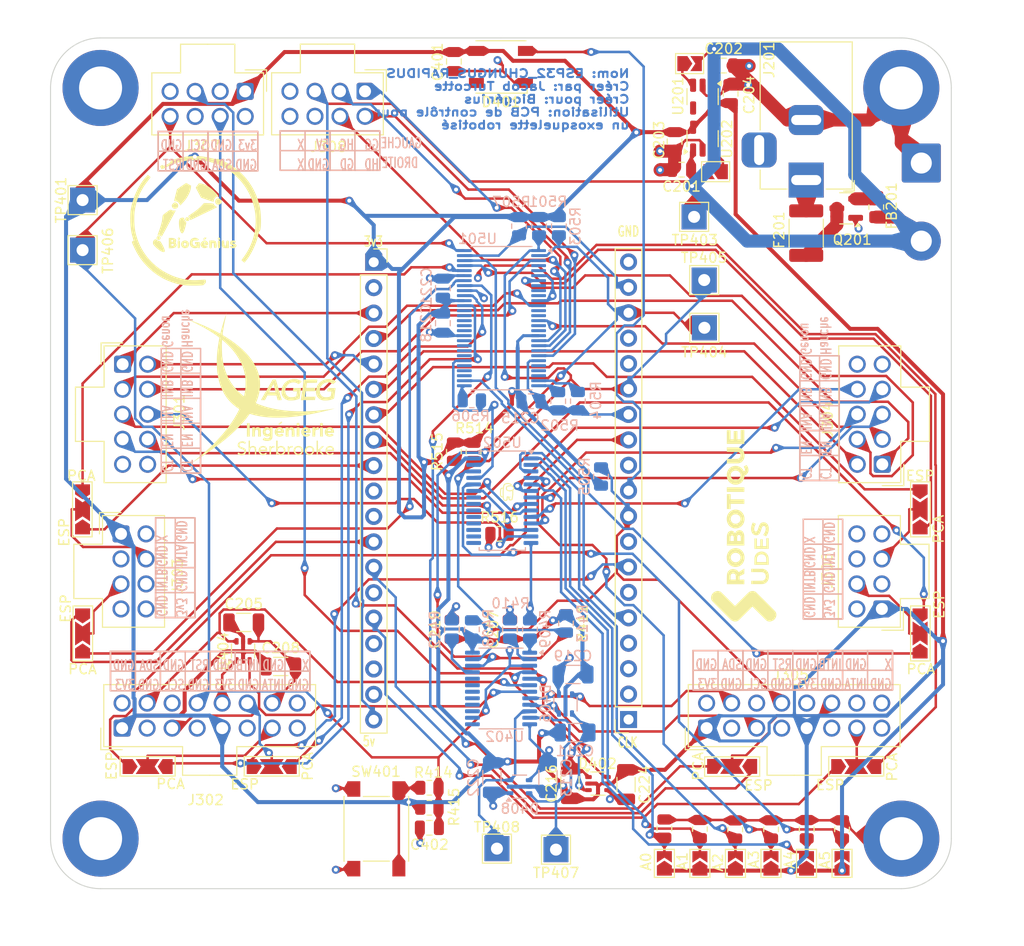
<source format=kicad_pcb>
(kicad_pcb (version 20240108) (generator "pcbnew") (generator_version "8.0")
  (layers (0 "F.Cu" signal) (1 "In1.Cu" signal) (2 "In2.Cu" signal) (31 "B.Cu" signal) (34 "B.Paste" user) (35 "F.Paste" user) (36 "B.SilkS" user "B.Silkscreen") (37 "F.SilkS" user "F.Silkscreen") (38 "B.Mask" user) (39 "F.Mask" user) (44 "Edge.Cuts" user))
  (net 0 "")
  (net 1 "GND")
  (net 2 "Vcc_5V")
  (net 3 "Vcc_3v3")
  (net 4 "GPIO17")
  (net 6 "GPIO5")
  (net 7 "M_SCL_I2C_0")
  (net 8 "M_SDA_I2C_0")
  (net 9 "M_SCL_I2C_1")
  (net 10 "M_SDA_I2C_1")
  (net 11 "M_SCL_I2C_2")
  (net 12 "M_SDA_I2C_2")
  (net 13 "M_SDA_I2C_3")
  (net 14 "M_SCL_I2C_3")
  (net 15 "Net-(Q201-D)")
  (net 16 "VBUS")
  (net 17 "Net-(Q201-S)")
  (net 18 "MD_Gen_Gau_EN")
  (net 19 "MD_Han_Gau_INA")
  (net 20 "MD_Gen_Gau_CT")
  (net 21 "MD_Gen_Gau_INA")
  (net 22 "MD_Han_Gau_CT")
  (net 23 "MD_Han_Gau_INB")
  (net 24 "MD_Han_Gau_EN")
  (net 25 "MD_Gen_Gau_INB")
  (net 26 "ENC_Gen_Gau_IntA")
  (net 27 "ENC_Gen_Gau_IntB")
  (net 28 "ENC_Han_Gau_IntB")
  (net 29 "ENC_Han_Gau_IntA")
  (net 30 "MD_Han_Dro_CT")
  (net 31 "MD_Han_Dro_INA")
  (net 32 "MD_Gen_Dro_INA")
  (net 33 "MD_Han_Dro_EN")
  (net 34 "MD_Gen_Dro_INB")
  (net 35 "MD_Han_Dro_INB")
  (net 36 "MD_Gen_Dro_CT")
  (net 37 "MD_Gen_Dro_EN")
  (net 38 "ENC_Gen_Dro_IntA")
  (net 39 "ENC_Gen_Dro_IntB")
  (net 40 "ENC_Han_Dro_IntB")
  (net 41 "ENC_Han_Dro_IntA")
  (net 42 "I2C_SCL_2")
  (net 44 "GPIO32")
  (net 46 "GPIO12")
  (net 47 "I2C_SDA_2")
  (net 49 "Enable")
  (net 50 "GPIO14")
  (net 51 "GPIO33")
  (net 52 "GPIO13")
  (net 53 "GPIO25")
  (net 55 "GPIO18")
  (net 56 "GPIO16")
  (net 57 "CLK")
  (net 58 "GPIO15")
  (net 61 "GPIO19")
  (net 62 "Int_PCA")
  (net 63 "Out_EN_PCA")
  (net 66 "GPIO4")
  (net 67 "I2C_SCL_1")
  (net 68 "I2C_SDA_1")
  (net 69 "Net-(JP201-A)")
  (net 70 "Net-(JP202-A)")
  (net 71 "INTB_HD")
  (net 72 "INTA_HD")
  (net 73 "INTB_HG")
  (net 74 "INTA_HG")
  (net 75 "INTB_GD")
  (net 76 "INTA_GD")
  (net 77 "INTB_GG")
  (net 78 "INTA_GG")
  (net 79 "Net-(U402-A0)")
  (net 80 "Net-(U402-A1)")
  (net 81 "Net-(U402-A2)")
  (net 82 "Net-(R414-Pad2)")
  (net 85 "R_Gen_Gau")
  (net 86 "R_Han_Gau")
  (net 87 "R_Gen_Dro")
  (net 88 "R_Han_Dro")
  (net 103 "Net-(JP501-B)")
  (net 104 "Net-(JP502-B)")
  (net 105 "Net-(JP505-B)")
  (net 106 "Net-(JP506-B)")
  (net 107 "Net-(JP507-B)")
  (net 108 "Net-(JP508-B)")
  (net 109 "Net-(U501-A1)")
  (net 110 "Net-(U501-A0)")
  (net 111 "Net-(U501-A2)")
  (net 112 "Net-(U502-~{OE})")
  (footprint "Resistor_SMD:R_0805_2012Metric" (layer "F.Cu") (at 96.43 96.699 -90)
    (property "Reference" "A0")
    (property "Value" "10k")
  )
  (footprint "Connector_PinSocket_2.54mm:PinSocket_1x19_P2.54mm_Vertical" (layer "F.Cu") (at 67.39 40.11)
    (property "Reference" "J401" (hide yes))
    (property "Value" "Vue de dessus gauche (tous utilisées)")
  )
  (footprint "TestPoint:TestPoint_THTPad_2.5x2.5mm_Drill1.2mm" (layer "F.Cu") (at 85.6 98.8)
    (property "Reference" "TP407")
    (property "Value" "SCL_MULTI_3")
  )
  (footprint "TestPoint:TestPoint_THTPad_2.5x2.5mm_Drill1.2mm" (layer "F.Cu") (at 100.43 46.66 180)
    (property "Reference" "TP404")
    (property "Value" "SCL_ESP32")
  )
  (footprint "Connector_Molex:Molex_Nano-Fit_105310-xx16_2x08_P2.50mm_Vertical" (layer "F.Cu") (at 100.65 86.66 90)
    (property "Reference" "J305")
    (property "Value" "Conn_BNO+Enc_Droite")
  )
  (footprint "Resistor_SMD:R_0805_2012Metric" (layer "F.Cu") (at 75.4 59.039 90)
    (property "Reference" "R515")
    (property "Value" "10k")
  )
  (footprint "Resistor_SMD:R_0805_2012Metric" (layer "F.Cu") (at 110.65 96.759 -90)
    (property "Reference" "A4")
    (property "Value" "10k")
  )
  (footprint "Capacitor_SMD:C_1206_3216Metric" (layer "F.Cu") (at 54.4 76.1)
    (property "Reference" "C205")
    (property "Value" "1n")
  )
  (footprint "Capacitor_SMD:C_0805_2012Metric" (layer "F.Cu") (at 75.4 20.06 -90)
    (property "Reference" "C401")
    (property "Value" "100n")
  )
  (footprint "Capacitor_SMD:C_0805_2012Metric" (layer "F.Cu") (at 97.45 28.0625 -90)
    (property "Reference" "C203")
    (property "Value" "1u")
  )
  (footprint "MountingHole:MountingHole_4.3mm_M4_ISO7380_Pad" (layer "F.Cu") (at 40.1 22.7)
    (property "Reference" "H301" (hide yes))
    (property "Value" "M4")
  )
  (footprint "Capacitor_SMD:C_1206_3216Metric" (layer "F.Cu") (at 58.1 80.5)
    (property "Reference" "C208")
    (property "Value" "1n")
  )
  (footprint "LOGO" (layer "F.Cu") (at 104.374302 66.551514 90)
    (property "Reference" "G***" (hide yes))
    (property "Value" "LOGO" (hide yes))
  )
  (footprint "Jumper:SolderJumper-3_P2.0mm_Open_TrianglePad1.0x1.5mm_NumberLabels" (layer "F.Cu") (at 44.8 90.5)
    (property "Reference" "JP408" (hide yes))
    (property "Value" "SJ_GG_A")
  )
  (footprint "MountingHole:MountingHole_4.3mm_M4_ISO7380_Pad" (layer "F.Cu") (at 40.1 97.7)
    (property "Reference" "H303" (hide yes))
    (property "Value" "M4")
  )
  (footprint "Resistor_SMD:R_0805_2012Metric" (layer "F.Cu") (at 114.18 96.779 -90)
    (property "Reference" "A5")
    (property "Value" "10k")
  )
  (footprint "Connector_Wire:SolderWire-1.5sqmm_1x02_P7.8mm_D1.7mm_OD3.9mm" (layer "F.Cu") (at 122.1 30.2 -90)
    (property "Reference" "J202" (hide yes))
    (property "Value" "Conn_Hole_power")
  )
  (footprint "MountingHole:MountingHole_4.3mm_M4_ISO7380_Pad" (layer "F.Cu") (at 120.1 97.7)
    (property "Reference" "H304" (hide yes))
    (property "Value" "M4")
  )
  (footprint "Jumper:SolderJumper-2_P1.3mm_Open_TrianglePad1.0x1.5mm" (layer "F.Cu") (at 103.53 100.174 90)
    (property "Reference" "JP505" (hide yes))
    (property "Value" "SolderJumper_2_Open")
  )
  (footprint "Jumper:SolderJumper-2_P1.3mm_Open_TrianglePad1.0x1.5mm" (layer "F.Cu") (at 114.18 100.174 90)
    (property "Reference" "JP508" (hide yes))
    (property "Value" "SolderJumper_2_Open")
  )
  (footprint "Package_TO_SOT_SMD:SOT-363_SC-70-6" (layer "F.Cu") (at 89.8 92.2)
    (property "Reference" "D402")
    (property "Value" "BAV99S")
  )
  (footprint "LED_SMD:LED_Inolux_IN-PI554FCH_PLCC4_5.0x5.0mm_P3.2mm" (layer "F.Cu") (at 80.1 20.6 180)
    (property "Reference" "D401")
    (property "Value" "FZ2812-5050")
  )
  (footprint "Capacitor_SMD:C_0805_2012Metric" (layer "F.Cu") (at 98.15 30.8625 180)
    (property "Reference" "C201")
    (property "Value" "1u")
  )
  (footprint "Package_TO_SOT_SMD:SOT-23" (layer "F.Cu") (at 114.6 34.725 180)
    (property "Reference" "Q201")
    (property "Value" "AO3401A")
  )
  (footprint "Jumper:SolderJumper-2_P1.3mm_Open_TrianglePad1.0x1.5mm" (layer "F.Cu") (at 99.98 100.174 90)
    (property "Reference" "JP502" (hide yes))
    (property "Value" "SolderJumper_2_Open")
  )
  (footprint "TestPoint:TestPoint_THTPad_2.5x2.5mm_Drill1.2mm" (layer "F.Cu") (at 38.3 38.9 -90)
    (property "Reference" "TP406")
    (property "Value" "RESET")
  )
  (footprint "Package_TO_SOT_SMD:SOT-23-5" (layer "F.Cu") (at 100.25 27.7625 90)
    (property "Reference" "U202")
    (property "Value" "MIC5504-3.3YM5")
  )
  (footprint "Jumper:SolderJumper-2_P1.3mm_Open_TrianglePad1.0x1.5mm" (layer "F.Cu") (at 107.08 100.174 90)
    (property "Reference" "JP506" (hide yes))
    (property "Value" "SolderJumper_2_Open")
  )
  (footprint "Package_TO_SOT_SMD:SOT-363_SC-70-6" (layer "F.Cu") (at 54.3375 78.9375 90)
    (property "Reference" "D404")
    (property "Value" "BAV99S")
  )
  (footprint "TestPoint:TestPoint_THTPad_2.5x2.5mm_Drill1.2mm" (layer "F.Cu") (at 79.7 98.7)
    (property "Reference" "TP408")
    (property "Value" "SDA_MULTI_3")
  )
  (footprint "Jumper:SolderJumper-2_P1.3mm_Open_TrianglePad1.0x1.5mm" (layer "F.Cu") (at 98.95 20.2625)
    (property "Reference" "JP201" (hide yes))
    (property "Value" "SolderJumper_2_Open")
  )
  (footprint "Capacitor_SMD:C_0805_2012Metric" (layer "F.Cu") (at 72.95 96.62 180)
    (property "Reference" "C402")
    (property "Value" "100n")
  )
  (footprint "Jumper:SolderJumper-2_P1.3mm_Open_TrianglePad1.0x1.5mm" (layer "F.Cu") (at 101.55 31.0625 180)
    (property "Reference" "JP202" (hide yes))
    (property "Value" "SolderJumper_2_Open")
  )
  (footprint "Resistor_SMD:R_0805_2012Metric" (layer "F.Cu") (at 103.51 96.789 -90)
    (property "Reference" "A2")
    (property "Value" "10k")
  )
  (footprint "Capacitor_SMD:C_0805_2012Metric" (layer "F.Cu") (at 75.2 76.8 90)
    (property "Reference" "C210")
    (property "Value" "100n")
  )
  (footprint "Capacitor_SMD:C_0805_2012Metric" (layer "F.Cu") (at 102.35 20.4625)
    (property "Reference" "C202")
    (property "Value" "1u")
  )
  (footprint "LOGO" (layer "F.Cu") (at 56.18 52.659)
    (property "Reference" "G***" (hide yes))
    (property "Value" "LOGO" (hide yes))
  )
  (footprint "Jumper:SolderJumper-3_P2.0mm_Open_TrianglePad1.0x1.5mm_NumberLabels" (layer "F.Cu") (at 121.98 64.8 -90)
    (property "Reference" "JP402" (hide yes))
    (property "Value" "SJ_HD_A")
  )
  (footprint "Capacitor_SMD:C_0805_2012Metric" (layer "F.Cu") (at 81 76.8 90)
    (property "Reference" "C207")
    (property "Value" "4.7u")
  )
  (footprint "Package_TO_SOT_SMD:SOT-23-5" (layer "F.Cu") (at 100.25 23.5625 -90)
    (property "Reference" "U201")
    (property "Value" "MIC5504-3.3YM5")
  )
  (footprint "Connector_Molex:Molex_Nano-Fit_105310-xx10_2x05_P2.50mm_Vertical" (layer "F.Cu") (at 42.3 50.3)
    (property "Reference" "J301")
    (property "Value" "Motor_Drive_Gauche (H+G)")
  )
  (footprint "Capacitor_SMD:C_1206_3216Metric" (layer "F.Cu") (at 92.6 92.3 -90)
    (property "Reference" "C224")
    (property "Value" "1n")
  )
  (footprint "TestPoint:TestPoint_THTPad_2.5x2.5mm_Drill1.2mm" (layer "F.Cu") (at 100.41 41.89)
    (property "Reference" "TP405")
    (property "Value" "SDA_ESP32")
  )
  (footprint "Jumper:SolderJumper-3_P2.0mm_Open_TrianglePad1.0x1.5mm_NumberLabels" (layer "F.Cu") (at 38.3 64.8 90)
    (property "Reference" "JP403" (hide yes))
    (property "Value" "SJ_HG_A")
  )
  (footprint "Jumper:SolderJumper-3_P2.0mm_Open_TrianglePad1.0x1.5mm_NumberLabels" (layer "F.Cu") (at 57.2 90.5)
    (property "Reference" "JP407" (hide yes))
    (property "Value" "SJ_GG_B")
  )
  (footprint "Connector_Molex:Molex_Nano-Fit_105310-xx08_2x04_P2.50mm_Vertical" (layer "F.Cu") (at 118.16 74.75 180)
    (property "Reference" "J306")
    (property "Value" "Conn_Encodeur_Han_Dro")
  )
  (footprint "Resistor_SMD:R_0805_2012Metric" (layer "F.Cu") (at 86.6 76.2 -90)
    (property "Reference" "R411")
    (property "Value" "1k")
  )
  (footprint "Resistor_SMD:R_0805_2012Metric" (layer "F.Cu") (at 72.95 92.62 180)
    (property "Reference" "R414")
    (property "Value" "1k")
  )
  (footprint "Connector_Molex:Molex_Nano-Fit_105310-xx08_2x04_P2.50mm_Vertical" (layer "F.Cu") (at 42.14 67.25)
    (property "Reference" "J303")
    (property "Value" "Conn_Encodeur_Han_Gau")
  )
  (footprint "Connector_Molex:Molex_Nano-Fit_105310-xx10_2x05_P2.50mm_Vertical" (layer "F.Cu") (at 118.2 60.3 180)
    (property "Reference" "J304")
    (property "Value" "Motor_Drive_Droite (H+G)")
  )
  (footprint "MountingHole:MountingHole_4.3mm_M4_ISO7380_Pad" (layer "F.Cu") (at 120.1 22.7)
    (property "Reference" "H302" (hide yes))
    (property "Value" "M4")
  )
  (footprint "Resistor_SMD:R_0805_2012Metric" (layer "F.Cu") (at 107.09 96.779 -90)
    (property "Reference" "A3")
    (property "Value" "10k")
  )
  (footprint "Resistor_SMD:R_0805_2012Metric_Pad1.20x1.40mm_HandSolder" (layer "F.Cu") (at 117.6 34.6 -90)
    (property "Reference" "FB201")
    (property "Value" "600 @ 100MHz")
  )
  (footprint "Connector_Molex:Molex_Nano-Fit_105310-xx08_2x04_P2.50mm_Vertical" (layer "F.Cu") (at 54.55 23.04 -90)
    (property "Reference" "J307")
    (property "Value" "Conn_BNO_Dos")
  )
  (footprint "Connector_BarrelJack:BarrelJack_Horizontal" (layer "F.Cu") (at 110.6 31.9 -90)
    (property "Reference" "J201")
    (property "Value" "Barrel_Jack_Power")
  )
  (footprint "Fuse:Fuse_1812_4532Metric_Pad1.30x3.40mm_HandSolder" (layer "F.Cu") (at 110.6 37.2 -90)
    (property "Reference" "F201")
    (property "Value" "1,5A")
  )
  (footprint "Resistor_SMD:R_0805_2012Metric" (layer "F.Cu") (at 79.96 67.249)
    (property "Reference" "R516")
    (property "Value" "10k")
  )
  (footprint "Button_Switch_SMD:SW_SPST_PTS645" (layer "F.Cu") (at 67.65 96.72 90)
    (property "Reference" "SW401")
    (property "Value" "Reset_Button")
  )
  (footprint "Connector_Molex:Molex_Nano-Fit_105310-xx08_2x04_P2.50mm_Vertical" (layer "F.Cu") (at 66.52 23.03 -90)
    (property "Reference" "J308")
    (property "Value" "Conn_Relais")
  )
  (footprint "Resistor_SMD:R_0805_2012Metric" (layer "F.Cu") (at 77.36 59.059 90)
    (property "Reference" "R514")
    (property "Value" "10k")
  )
  (footprint "Jumper:SolderJumper-3_P2.0mm_Open_TrianglePad1.0x1.5mm_NumberLabels" (layer "F.Cu") (at 103.2 90.48 180)
    (property "Reference" "JP405" (hide yes))
    (property "Value" "SJ_GD_B")
  )
  (footprint "Jumper:SolderJumper-2_P1.3mm_Open_TrianglePad1.0x1.5mm" (layer "F.Cu") (at 96.43 100.174 90)
    (property "Reference" "JP501" (hide yes))
    (property "Value" "SolderJumper_2_Open")
  )
  (footprint "Jumper:SolderJumper-2_P1.3mm_Open_TrianglePad1.0x1.5mm" (layer "F.Cu") (at 110.63 100.174 90)
    (property "Reference" "JP507" (hide yes))
    (property "Value" "SolderJumper_2_Open")
  )
  (footprint "Connector_Molex:Molex_Nano-Fit_105310-xx16_2x08_P2.50mm_Vertical" (layer "F.Cu") (at 42.25 86.66 90)
    (property "Reference" "J302")
    (property "Value" "Conn_BNO+Enc_Gauche")
  )
  (footprint "Capacitor_SMD:C_0805_2012Metric" (layer "F.Cu") (at 103.05 23.2625 90)
    (property "Reference" "C204")
    (property "Value" "1u")
  )
  (footprint "Resistor_SMD:R_0805_2012Metric" (layer "F.Cu") (at 99.98 96.749 -90)
    (property "Reference" "A1")
    (property "Value" "10k")
  )
  (footprint "TestPoint:TestPoint_THTPad_2.5x2.5mm_Drill1.2mm" (layer "F.Cu") (at 99.4 35.58 -90)
    (property "Reference" "TP403")
    (property "Value" "5V")
  )
  (footprint "Jumper:SolderJumper-3_P2.0mm_Open_TrianglePad1.0x1.5mm_NumberLabels" (layer "F.Cu") (at 115.6 90.5)
    (property "Reference" "JP406" (hide yes))
    (property "Value" "SJ_GD_A")
  )
  (footprint "Jumper:SolderJumper-3_P2.0mm_Open_TrianglePad1.0x1.5mm_NumberLabels" (layer "F.Cu") (at 121.98 77.2 -90)
    (property "Reference" "JP401" (hide yes))
    (property "Value" "SJ_HD_B")
  )
  (footprint "TestPoint:TestPoint_THTPad_2.5x2.5mm_Drill1.2mm" (layer "F.Cu") (at 38.3 33.9 90)
    (property "Reference" "TP401")
    (property "Value" "3v3")
  )
  (footprint "Resistor_SMD:R_0805_2012Metric" (layer "F.Cu") (at 72.95 94.62)
    (property "Reference" "R415")
    (property "Value" "10k")
  )
  (footprint "Connector_PinSocket_2.54mm:PinSocket_1x19_P2.54mm_Vertical" (layer "F.Cu") (at 92.85 85.8 180)
    (property "Reference" "J402" (hide yes))
    (property "Value" "Vue de dessus droite")
  )
  (footprint "Jumper:SolderJumper-3_P2.0mm_Open_TrianglePad1.0x1.5mm_NumberLabels" (layer "F.Cu") (at 38.3 77.2 -90)
    (property "Reference" "JP404" (hide yes))
    (property "Value" "SJ_HG_B")
  )
  (footprint "Capacitor_SMD:C_1206_3216Metric" (layer "F.Cu") (at 87 92.2 90)
    (property "Reference" "C216")
    (property "Value" "1n")
  )
  (footprint "Package_SO:TSSOP-28_4.4x9.7mm_P0.65mm" (layer "B.Cu") (at 80.2375 63.934 180)
    (property "Reference" "U502")
    (property "Value" "PCA9685PW")
  )
  (footprint "Capacitor_SMD:C_0805_2012Metric" (layer "B.Cu") (at 74.3 46.2 -90)
    (property "Reference" "C218")
    (property "Value" "100n")
  )
  (footprint "Resistor_SMD:R_0805_2012Metric" (layer "B.Cu") (at 85.82 53.999 -90)
    (property "Reference" "R502")
    (property "Value" "10k")
  )
  (footprint "Resistor_SMD:R_0805_2012Metric" (layer "B.Cu") (at 86.6 76.2 90)
    (property "Reference" "R413")
    (property "Value" "1k")
  )
  (footprint "Resistor_SMD:R_0805_2012Metric" (layer "B.Cu") (at 83.91 36.509 90)
    (property "Reference" "R501")
    (property "Value" "10k")
  )
  (footprint "Resistor_SMD:R_0805_2012Metric" (layer "B.Cu") (at 83 76.8 -90)
    (property "Reference" "R409")
    (property "Value" "10k")
  )
  (footprint "Capacitor_SMD:C_0805_2012Metric" (layer "B.Cu") (at 74.3 42.7 90)
    (property "Reference" "C221")
    (property "Value" "100n")
  )
  (footprint "Package_SO:TSSOP-56_6.1x14mm_P0.5mm" (layer "B.Cu") (at 80.1525 45.699 180)
    (property "Reference" "U501")
    (property "Value" "PCA9506DGG")
  )
  (footprint "Resistor_SMD:R_0805_2012Metric" (layer "B.Cu") (at 81 76.8 90)
    (property "Reference" "R410")
    (property "Value" "10k")
  )
  (footprint "Capacitor_SMD:C_1206_3216Metric" (layer "B.Cu") (at 87.3 81.3 180)
    (property "Reference" "C219")
    (property "Value" "1n")
  )
  (footprint "Capacitor_SMD:C_1206_3216Metric" (layer "B.Cu") (at 87.5 87.1)
    (property "Reference" "C211")
    (property "Value" "1n")
  )
  (footprint "Resistor_SMD:R_0805_2012Metric" (layer "B.Cu") (at 77.19 53.909 180)
    (property "Reference" "R506")
    (property "Value" "10k")
  )
  (footprint "Capacitor_SMD:C_1206_3216Metric" (layer "B.Cu") (at 79.2 91.6 -90)
    (property "Reference" "C222")
    (property "Value" "1n")
  )
  (footprint "Resistor_SMD:R_0805_2012Metric" (layer "B.Cu") (at 81.91 36.509 90)
    (property "Reference" "R507")
    (property "Value" "10k")
  )
  (footprint "Resistor_SMD:R_0805_2012Metric" (layer "B.Cu") (at 77.2 76.8 90)
    (property "Reference" "R408")
    (property "Value" "1k")
  )
  (footprint "Capacitor_SMD:C_1206_3216Metric" (layer "B.Cu") (at 84.8 91.6 90)
    (property "Reference" "C213")
    (property "Value" "1n")
  )
  (footprint "Resistor_SMD:R_0805_2012Metric" (layer "B.Cu") (at 87.79 53.989 -90)
    (property "Reference" "R504")
    (property "Value" "10k")
  )
  (footprint "Capacitor_SMD:C_0805_2012Metric" (layer "B.Cu") (at 83.1 54)
    (property "Reference" "C215")
    (property "Value" "4.7u")
  )
  (footprint "Resistor_SMD:R_0805_2012Metric" (layer "B.Cu") (at 85.89 36.509 90)
    (property "Reference" "R503")
    (property "Value" "10k")
  )
  (footprint "Package_SO:TSSOP-24_4.4x7.8mm_P0.65mm" (layer "B.Cu") (at 80.1125 82.7 180)
    (property "Reference" "U402")
    (property "Value" "TCA9548APWR")
  )
  (footprint "Package_TO_SOT_SMD:SOT-363_SC-70-6" (layer "B.Cu") (at 81.9625 92.5125)
    (property "Reference" "D408")
    (property "Value" "BAV99S")
  )
  (footprint "Resistor_SMD:R_0805_2012Metric" (layer "B.Cu") (at 90.1 61.519 -90)
    (property "Reference" "R505")
    (property "Value" "10k")
  )
  (footprint "Package_TO_SOT_SMD:SOT-363_SC-70-6" (layer "B.Cu") (at 86.55 84.25 -90)
    (property "Reference" "D406")
    (property "Value" "BAV99S")
  )
  (footprint "Resistor_SMD:R_0805_2012Metric" (layer "B.Cu") (at 75.2 76.8 90)
    (property "Reference" "R412")
    (property "Value" "10k")
  )
  (gr_rect (start 109.97 49.46) (end 113.9 51.95) (stroke (width 0.15)) (fill none) (layer "B.SilkS"))
  (gr_rect (start 46.16 56.2) (end 50.09 61.18) (stroke (width 0.15)) (fill none) (layer "B.SilkS"))
  (gr_rect (start 43.58 79) (end 46.07 82.93) (stroke (width 0.15)) (fill none) (layer "B.SilkS"))
  (gr_rect (start 116.73 78.92) (end 119.22 82.85) (stroke (width 0.15)) (fill none) (layer "B.SilkS"))
  (gr_rect (start 45.6 68.14) (end 49.53 70.63) (stroke (width 0.15)) (fill none) (layer "B.SilkS"))
  (gr_line (start 68 28.96) (end 58.04 28.96) (stroke (width 0.15)) (layer "B.SilkS"))
  (gr_rect (start 53.32 27.05) (end 55.81 30.98) (stroke (width 0.15)) (fill none) (layer "B.SilkS"))
  (gr_rect (start 99.3 78.92) (end 119.22 82.85) (stroke (width 0.15)) (fill none) (layer "B.SilkS"))
  (gr_rect (start 51.05 79) (end 56.03 82.93) (stroke (width 0.15)) (fill none) (layer "B.SilkS"))
  (gr_rect (start 45.85 27.05) (end 50.83 30.98) (stroke (width 0.15)) (fill none) (layer "B.SilkS"))
  (gr_rect (start 50.83 27.05) (end 55.81 30.98) (stroke (width 0.15)) (fill none) (layer "B.SilkS"))
  (gr_line (start 119.22 80.885) (end 99.3 80.885) (stroke (width 0.15)) (layer "B.SilkS"))
  (gr_rect (start 46.07 79) (end 51.05 82.93) (stroke (width 0.15)) (fill none) (layer "B.SilkS"))
  (gr_rect (start 41.09 79) (end 51.05 82.93) (stroke (width 0.15)) (fill none) (layer "B.SilkS"))
  (gr_rect (start 46.16 51.22) (end 50.09 56.2) (stroke (width 0.15)) (fill none) (layer "B.SilkS"))
  (gr_rect (start 45.6 65.65) (end 49.53 75.61) (stroke (width 0.15)) (fill none) (layer "B.SilkS"))
  (gr_rect (start 45.6 73.12) (end 49.53 75.61) (stroke (width 0.15)) (fill none) (layer "B.SilkS"))
  (gr_rect (start 48.56 79) (end 51.05 82.93) (stroke (width 0.15)) (fill none) (layer "B.SilkS"))
  (gr_rect (start 109.97 54.44) (end 113.9 56.93) (stroke (width 0.15)) (fill none) (layer "B.SilkS"))
  (gr_rect (start 60.53 26.995) (end 63.02 30.925) (stroke (width 0.15)) (fill none) (layer "B.SilkS"))
  (gr_rect (start 109.26 78.92) (end 114.24 82.85) (stroke (width 0.15)) (fill none) (layer "B.SilkS"))
  (gr_rect (start 63.02 26.995) (end 68 30.925) (stroke (width 0.15)) (fill none) (layer "B.SilkS"))
  (gr_rect (start 46.16 51.22) (end 50.09 61.18) (stroke (width 0.15)) (fill none) (layer "B.SilkS"))
  (gr_rect (start 110.31 73.26) (end 114.24 75.75) (stroke (width 0.15)) (fill none) (layer "B.SilkS"))
  (gr_line (start 47.565 75.61) (end 47.565 65.65) (stroke (width 0.15)) (layer "B.SilkS"))
  (gr_rect (start 41.09 79) (end 46.07 82.93) (stroke (width 0.15)) (fill none) (layer "B.SilkS"))
  (gr_rect (start 56.03 79) (end 61.01 82.93) (stroke (width 0.15)) (fill none) (layer "B.SilkS"))
  (gr_rect (start 110.31 70.77) (end 114.24 75.75) (stroke (width 0.15)) (fill none) (layer "B.SilkS"))
  (gr_rect (start 106.77 78.92) (end 109.26 82.85) (stroke (width 0.15)) (fill none) (layer "B.SilkS"))
  (gr_rect (start 109.97 51.95) (end 113.9 61.91) (stroke (width 0.15)) (fill none) (layer "B.SilkS"))
  (gr_rect (start 58.04 26.995) (end 63.02 30.925) (stroke (width 0.15)) (fill none) (layer "B.SilkS"))
  (gr_rect (start 109.97 59.42) (end 113.9 61.91) (stroke (width 0.15)) (fill none) (layer "B.SilkS"))
  (gr_rect (start 45.6 65.65) (end 49.53 70.63) (stroke (width 0.15)) (fill none) (layer "B.SilkS"))
  (gr_line (start 48.125 61.18) (end 48.125 48.73) (stroke (width 0.15)) (layer "B.SilkS"))
  (gr_line (start 55.81 29.015) (end 45.85 29.015) (stroke (width 0.15)) (layer "B.SilkS"))
  (gr_rect (start 109.97 51.95) (end 113.9 56.93) (stroke (width 0.15)) (fill none) (layer "B.SilkS"))
  (gr_rect (start 99.3 78.92) (end 104.28 82.85) (stroke (width 0.15)) (fill none) (layer "B.SilkS"))
  (gr_rect (start 111.75 78.92) (end 114.24 82.85) (stroke (width 0.15)) (fill none) (layer "B.SilkS"))
  (gr_rect (start 58.04 26.995) (end 68 30.925) (stroke (width 0.15)) (fill none) (layer "B.SilkS"))
  (gr_line (start 61.01 80.965) (end 41.09 80.965) (stroke (width 0.15)) (layer "B.SilkS"))
  (gr_rect (start 114.24 78.92) (end 119.22 82.85) (stroke (width 0.15)) (fill none) (layer "B.SilkS"))
  (gr_rect (start 46.16 48.73) (end 50.09 51.22) (stroke (width 0.15)) (fill none) (layer "B.SilkS"))
  (gr_rect (start 65.51 26.995) (end 68 30.925) (stroke (width 0.15)) (fill none) (layer "B.SilkS"))
  (gr_rect (start 58.52 79) (end 61.01 82.93) (stroke (width 0.15)) (fill none) (layer "B.SilkS"))
  (gr_rect (start 46.16 58.69) (end 50.09 61.18) (stroke (width 0.15)) (fill none) (layer "B.SilkS"))
  (gr_line (start 111.935 61.91) (end 111.935 49.46) (stroke (width 0.15)) (layer "B.SilkS"))
  (gr_rect (start 41.09 79) (end 61.01 82.93) (stroke (width 0.15)) (fill none) (layer "B.SilkS"))
  (gr_line (start 112.275 75.75) (end 112.275 65.79) (stroke (width 0.15)) (layer "B.SilkS"))
  (gr_rect (start 48.34 27.05) (end 50.83 30.98) (stroke (width 0.15)) (fill none) (layer "B.SilkS"))
  (gr_rect (start 45.6 70.63) (end 49.53 75.61) (stroke (width 0.15)) (fill none) (layer "B.SilkS"))
  (gr_rect (start 109.97 56.93) (end 113.9 61.91) (stroke (width 0.15)) (fill none) (layer "B.SilkS"))
  (gr_rect (start 109.26 78.92) (end 119.22 82.85) (stroke (width 0.15)) (fill none) (layer "B.SilkS"))
  (gr_rect (start 110.31 68.28) (end 114.24 70.77) (stroke (width 0.15)) (fill none) (layer "B.SilkS"))
  (gr_rect (start 110.31 65.79) (end 114.24 75.75) (stroke (width 0.15)) (fill none) (layer "B.SilkS"))
  (gr_rect (start 46.16 53.71) (end 50.09 56.2) (stroke (width 0.15)) (fill none) (layer "B.SilkS"))
  (gr_rect (start 110.31 65.79) (end 114.24 70.77) (stroke (width 0.15)) (fill none) (layer "B.SilkS"))
  (gr_rect (start 53.54 79) (end 56.03 82.93) (stroke (width 0.15)) (fill none) (layer "B.SilkS"))
  (gr_rect (start 101.79 78.92) (end 104.28 82.85) (stroke (width 0.15)) (fill none) (layer "B.SilkS"))
  (gr_rect (start 99.3 78.92) (end 109.26 82.85) (stroke (width 0.15)) (fill none) (layer "B.SilkS"))
  (gr_rect (start 104.28 78.92) (end 109.26 82.85) (stroke (width 0.15)) (fill none) (layer "B.SilkS"))
  (gr_rect (start 45.85 27.05) (end 55.81 30.98) (stroke (width 0.15)) (fill none) (layer "B.SilkS"))
  (gr_rect (start 51.05 79) (end 61.01 82.93) (stroke (width 0.15)) (fill none) (layer "B.SilkS"))
  (gr_poly (pts (xy 51.91556 37.636644) (xy 51.924282 37.637567) (xy 51.933021 37.639243) (xy 51.941731 37.641657) (xy 51.950369 37.644795) (xy 51.958891 37.648641) (xy 51.967251 37.653182) (xy 51.975406 37.658403) (xy 51.983312 37.66429) (xy 51.990923 37.670827) (xy 51.998197 37.678002) (xy 52.005088 37.685798) (xy 52.011552 37.694203) (xy 52.017545 37.7032) (xy 52.023022 37.712776) (xy 52.02794 37.722917) (xy 52.032253 37.733607) (xy 52.035918 37.744833) (xy 52.038891 37.75658) (xy 52.041126 37.768833) (xy 52.043439 37.783076) (xy 52.044243 37.789772) (xy 52.044811 37.79619) (xy 52.04514 37.802333) (xy 52.045228 37.808204) (xy 52.045074 37.813808) (xy 52.044676 37.819148) (xy 52.044032 37.824228) (xy 52.04314 37.82905) (xy 52.041998 37.833619) (xy 52.040605 37.837939) (xy 52.038959 37.842013) (xy 52.037058 37.845844) (xy 52.0349 37.849437) (xy 52.032483 37.852795) (xy 52.029806 37.855921) (xy 52.026867 37.858819) (xy 52.023663 37.861492) (xy 52.020194 37.863946) (xy 52.016457 37.866182) (xy 52.012451 37.868204) (xy 52.008173 37.870017) (xy 52.003622 37.871624) (xy 51.998796 37.873028) (xy 51.993694 37.874233) (xy 51.988312 37.875243) (xy 51.982651 37.876061) (xy 51.976707 37.876691) (xy 51.97048 37.877137) (xy 51.957166 37.877489) (xy 51.946242 37.877273) (xy 51.9357 37.876632) (xy 51.925545 37.875572) (xy 51.915783 37.874103) (xy 51.906418 37.872233) (xy 51.897457 37.869969) (xy 51.888905 37.867319) (xy 51.880767 37.864293) (xy 51.873048 37.860898) (xy 51.865755 37.857141) (xy 51.858892 37.853033) (xy 51.852465 37.848579) (xy 51.846479 37.843789) (xy 51.84094 37.838671) (xy 51.835853 37.833233) (xy 51.831224 37.827483) (xy 51.827057 37.821429) (xy 51.82336 37.815079) (xy 51.820136 37.808442) (xy 51.817391 37.801525) (xy 51.815131 37.794337) (xy 51.813361 37.786885) (xy 51.812087 37.779179) (xy 51.811314 37.771226) (xy 51.811047 37.763034) (xy 51.811292 37.754611) (xy 51.812055 37.745966) (xy 51.81334 37.737107) (xy 51.815153 37.728041) (xy 51.8175 37.718778) (xy 51.820385 37.709324) (xy 51.823816 37.699689) (xy 51.828294 37.689515) (xy 51.833364 37.680281) (xy 51.838983 37.671973) (xy 51.845105 37.664577) (xy 51.851686 37.658078) (xy 51.858683 37.652461) (xy 51.866051 37.647713) (xy 51.873745 37.643818) (xy 51.881721 37.640763) (xy 51.889935 37.638532) (xy 51.898342 37.637111) (xy 51.906899 37.636487)) (stroke (width -0.000001)) (fill solid) (layer "F.SilkS"))
  (gr_poly (pts (xy 52.365541 37.927483) (xy 52.377598 37.929405) (xy 52.388511 37.932803) (xy 52.398347 37.937836) (xy 52.402881 37.941016) (xy 52.407169 37.944663) (xy 52.415044 37.953444) (xy 52.422037 37.964337) (xy 52.428211 37.977502) (xy 52.433634 37.993097) (xy 52.438369 38.011283) (xy 52.442482 38.032218) (xy 52.446038 38.056061) (xy 52.449101 38.082972) (xy 52.451738 38.113109) (xy 52.455992 38.1837) (xy 52.458024 38.219254) (xy 52.46044 38.251899) (xy 52.463275 38.281737) (xy 52.464861 38.295636) (xy 52.466565 38.30887) (xy 52.468393 38.321453) (xy 52.470348 38.333398) (xy 52.472435 38.344717) (xy 52.474659 38.355423) (xy 52.477023 38.365528) (xy 52.479534 38.375046) (xy 52.482194 38.383988) (xy 52.485009 38.392368) (xy 52.487983 38.400198) (xy 52.491121 38.407491) (xy 52.494427 38.414259) (xy 52.497906 38.420516) (xy 52.501562 38.426273) (xy 52.5054 38.431544) (xy 52.509424 38.436341) (xy 52.513639 38.440676) (xy 52.518049 38.444564) (xy 52.52266 38.448015) (xy 52.527474 38.451043) (xy 52.532498 38.45366) (xy 52.537734 38.45588) (xy 52.543189 38.457714) (xy 52.548866 38.459176) (xy 52.554771 38.460277) (xy 52.567112 38.462333) (xy 52.578259 38.462834) (xy 52.588293 38.461613) (xy 52.592916 38.460304) (xy 52.597291 38.458503) (xy 52.601428 38.456188) (xy 52.605335 38.453339) (xy 52.609024 38.449934) (xy 52.612504 38.445953) (xy 52.618876 38.43618) (xy 52.624532 38.423854) (xy 52.629552 38.408807) (xy 52.634015 38.390873) (xy 52.638 38.369886) (xy 52.641587 38.34568) (xy 52.644856 38.318088) (xy 52.647886 38.286944) (xy 52.653548 38.213333) (xy 52.656295 38.170512) (xy 52.659085 38.132604) (xy 52.662078 38.099311) (xy 52.665432 38.070337) (xy 52.667295 38.057377) (xy 52.669308 38.045386) (xy 52.67149 38.034326) (xy 52.673863 38.02416) (xy 52.676446 38.014852) (xy 52.679258 38.006364) (xy 52.68232 37.998659) (xy 52.685651 37.991701) (xy 52.689272 37.985451) (xy 52.693201 37.979873) (xy 52.697461 37.97493) (xy 52.702069 37.970585) (xy 52.707046 37.966801) (xy 52.712412 37.96354) (xy 52.718187 37.960765) (xy 52.72439 37.958441) (xy 52.731042 37.956528) (xy 52.738163 37.954991) (xy 52.745771 37.953792) (xy 52.753888 37.952894) (xy 52.762534 37.95226) (xy 52.771727 37.951853) (xy 52.791837 37.951572) (xy 52.812757 37.951771) (xy 52.831174 37.952701) (xy 52.847248 37.954861) (xy 52.861136 37.958749) (xy 52.867311 37.961498) (xy 52.872999 37.964866) (xy 52.87822 37.968916) (xy 52.882995 37.973711) (xy 52.887342 37.979312) (xy 52.891283 37.985782) (xy 52.898024 38.001579) (xy 52.903375 38.021601) (xy 52.907496 38.046347) (xy 52.910547 38.076317) (xy 52.912686 38.112009) (xy 52.914073 38.153923) (xy 52.914866 38.202559) (xy 52.91531 38.321989) (xy 52.91531 38.692405) (xy 52.653548 38.702283) (xy 52.589844 38.70288) (xy 52.531928 38.700807) (xy 52.479568 38.695826) (xy 52.455399 38.692171) (xy 52.432533 38.687698) (xy 52.41094 38.682379) (xy 52.390591 38.676184) (xy 52.371458 38.669083) (xy 52.353511 38.661046) (xy 52.336722 38.652042) (xy 52.321061 38.642044) (xy 52.3065 38.631019) (xy 52.29301 38.61894) (xy 52.280561 38.605775) (xy 52.269125 38.591495) (xy 52.258674 38.57607) (xy 52.249177 38.55947) (xy 52.240606 38.541666) (xy 52.232933 38.522628) (xy 52.226127 38.502325) (xy 52.220161 38.480728) (xy 52.215005 38.457807) (xy 52.21063 38.433532) (xy 52.204109 38.380802) (xy 52.200367 38.322299) (xy 52.199171 38.257783) (xy 52.199342 38.230201) (xy 52.199846 38.203118) (xy 52.200668 38.176686) (xy 52.201794 38.151057) (xy 52.20321 38.126383) (xy 52.2049 38.102816) (xy 52.206851 38.080508) (xy 52.209048 38.059611) (xy 52.211477 38.040276) (xy 52.214122 38.022656) (xy 52.21697 38.006902) (xy 52.220006 37.993167) (xy 52.223216 37.981603) (xy 52.226585 37.97236) (xy 52.228325 37.968657) (xy 52.230098 37.965592) (xy 52.231905 37.963184) (xy 52.233742 37.96145) (xy 52.236973 37.957806) (xy 52.241064 37.954293) (xy 52.245951 37.950924) (xy 52.251569 37.947714) (xy 52.257852 37.944678) (xy 52.264736 37.941829) (xy 52.272155 37.939184) (xy 52.280045 37.936756) (xy 52.28834 37.934559) (xy 52.296974 37.932608) (xy 52.305884 37.930917) (xy 52.315003 37.929502) (xy 52.324267 37.928376) (xy 52.333611 37.927553) (xy 52.342969 37.927049) (xy 52.352276 37.926878)) (stroke (width -0.000001)) (fill solid) (layer "F.SilkS"))
  (gr_poly (pts (xy 80.817237 62.171939) (xy 80.853177 62.173453) (xy 80.889104 62.176015) (xy 80.905764 62.177711) (xy 80.922294 62.180019) (xy 80.938677 62.18294) (xy 80.954894 62.18647) (xy 80.970929 62.19061) (xy 80.986763 62.195358) (xy 81.002379 62.200713) (xy 81.017758 62.206674) (xy 81.032883 62.213239) (xy 81.047735 62.220408) (xy 81.062298 62.228179) (xy 81.076553 62.236551) (xy 81.090483 62.245523) (xy 81.104069 62.255094) (xy 81.117294 62.265262) (xy 81.13014 62.276027) (xy 81.139962 62.285012) (xy 81.149325 62.294373) (xy 81.158283 62.304067) (xy 81.166892 62.314049) (xy 81.175206 62.324274) (xy 81.183281 62.334698) (xy 81.198931 62.355965) (xy 81.22978 62.398922) (xy 81.237719 62.40949) (xy 81.245859 62.4199) (xy 81.254254 62.430108) (xy 81.26296 62.440069) (xy 81.272505 62.450194) (xy 81.28225 62.459798) (xy 81.292143 62.468982) (xy 81.302131 62.477847) (xy 81.341972 62.512102) (xy 81.351638 62.520865) (xy 81.361081 62.529909) (xy 81.370247 62.539332) (xy 81.379084 62.549235) (xy 81.387537 62.559717) (xy 81.391603 62.565207) (xy 81.395554 62.57088) (xy 81.399383 62.576747) (xy 81.403083 62.582822) (xy 81.406647 62.589117) (xy 81.410069 62.595644) (xy 81.414852 62.605647) (xy 81.419183 62.615659) (xy 81.423062 62.625672) (xy 81.426492 62.635679) (xy 81.429472 62.645675) (xy 81.432005 62.655652) (xy 81.434091 62.665602) (xy 81.435733 62.675519) (xy 81.436932 62.685397) (xy 81.437688 62.695228) (xy 81.438004 62.705004) (xy 81.437881 62.714721) (xy 81.43732 62.724369) (xy 81.436322 62.733943) (xy 81.434888 62.743436) (xy 81.433021 62.75284) (xy 81.430722 62.762148) (xy 81.427991 62.771355) (xy 81.42483 62.780452) (xy 81.421241 62.789433) (xy 81.417225 62.798291) (xy 81.412783 62.80702) (xy 81.407917 62.815611) (xy 81.402627 62.824058) (xy 81.396916 62.832355) (xy 81.390785 62.840494) (xy 81.384234 62.848468) (xy 81.377266 62.856271) (xy 81.369882 62.863895) (xy 81.362083 62.871334) (xy 81.35387 62.87858) (xy 81.345246 62.885628) (xy 81.342777 62.887657) (xy 81.340524 62.889685) (xy 81.338483 62.891721) (xy 81.336647 62.893776) (xy 81.335008 62.89586) (xy 81.333563 62.897985) (xy 81.332303 62.90016) (xy 81.331223 62.902396) (xy 81.330316 62.904703) (xy 81.329577 62.907091) (xy 81.328999 62.909572) (xy 81.328577 62.912156) (xy 81.328303 62.914853) (xy 81.328172 62.917674) (xy 81.328177 62.920628) (xy 81.328312 62.923728) (xy 81.330473 62.962026) (xy 81.332202 63.000325) (xy 81.334431 63.076921) (xy 81.335121 63.153518) (xy 81.334398 63.230115) (xy 81.333455 63.260837) (xy 81.331868 63.291494) (xy 81.32971 63.322096) (xy 81.327055 63.35265) (xy 81.32398 63.383168) (xy 81.320557 63.413657) (xy 81.312966 63.47459) (xy 81.305901 63.528205) (xy 81.298514 63.581846) (xy 81.29068 63.635436) (xy 81.282275 63.688903) (xy 81.272915 63.74473) (xy 81.268025 63.772618) (xy 81.26296 63.800557) (xy 81.260238 63.812397) (xy 81.256616 63.823426) (xy 81.252141 63.833668) (xy 81.24686 63.843144) (xy 81.240817 63.851879) (xy 81.23406 63.859895) (xy 81.226636 63.867215) (xy 81.218589 63.873863) (xy 81.209967 63.879861) (xy 81.200815 63.885232) (xy 81.191181 63.890001) (xy 81.18111 63.894188) (xy 81.170648 63.897819) (xy 81.159842 63.900915) (xy 81.137382 63.905596) (xy 81.114101 63.908418) (xy 81.090369 63.909563) (xy 81.066555 63.909217) (xy 81.04303 63.907564) (xy 81.020163 63.904789) (xy 80.998326 63.901076) (xy 80.977888 63.896609) (xy 80.959219 63.891573) (xy 80.953243 63.889665) (xy 80.94747 63.887564) (xy 80.941896 63.885274) (xy 80.936519 63.8828) (xy 80.931336 63.880145) (xy 80.926345 63.877315) (xy 80.921543 63.874313) (xy 80.916927 63.871143) (xy 80.912494 63.867809) (xy 80.908243 63.864316) (xy 80.900273 63.856869) (xy 80.892997 63.848833) (xy 80.886392 63.840244) (xy 80.880439 63.831134) (xy 80.875115 63.821536) (xy 80.870401 63.811484) (xy 80.866276 63.801012) (xy 80.862717 63.790151) (xy 80.859705 63.778936) (xy 80.857219 63.767401) (xy 80.855237 63.755578) (xy 80.853796 63.74377) (xy 80.852786 63.731959) (xy 80.852117 63.720143) (xy 80.851699 63.708316) (xy 80.85074 63.660857) (xy 80.850271 63.652285) (xy 80.849444 63.644856) (xy 80.848889 63.641538) (xy 80.848237 63.638467) (xy 80.847483 63.63563) (xy 80.846626 63.633013) (xy 80.845662 63.630605) (xy 80.844589 63.628393) (xy 80.843404 63.626362) (xy 80.842103 63.624501) (xy 80.840684 63.622796) (xy 80.839145 63.621235) (xy 80.837481 63.619804) (xy 80.835691 63.61849) (xy 80.833772 63.617282) (xy 80.83172 63.616165) (xy 80.827209 63.614154) (xy 80.822133 63.612355) (xy 80.816472 63.610664) (xy 80.787504 63.602913) (xy 80.782972 63.601629) (xy 80.781141 63.601162) (xy 80.779571 63.600829) (xy 80.778876 63.600718) (xy 80.778238 63.600646) (xy 80.777653 63.600614) (xy 80.777119 63.600625) (xy 80.776632 63.60068) (xy 80.776191 63.600781) (xy 80.775792 63.600929) (xy 80.775432 63.601127) (xy 80.775109 63.601376) (xy 80.774819 63.601678) (xy 80.77456 63.602035) (xy 80.774329 63.602448) (xy 80.774123 63.602919) (xy 80.773939 63.60345) (xy 80.773774 63.604043) (xy 80.773626 63.604699) (xy 80.773367 63.606208) (xy 80.77314 63.607992) (xy 80.772687 63.612438) (xy 80.769512 63.776744) (xy 80.768619 63.786028) (xy 80.767511 63.795214) (xy 80.766167 63.804286) (xy 80.764564 63.813228) (xy 80.76268 63.822022) (xy 80.760494 63.830652) (xy 80.757983 63.839102) (xy 80.755126 63.847355) (xy 80.751899 63.855393) (xy 80.748281 63.863201) (xy 80.74425 63.870762) (xy 80.739784 63.878059) (xy 80.73486 63.885075) (xy 80.729458 63.891794) (xy 80.723553 63.898199) (xy 80.717125 63.904273) (xy 80.706322 63.913284) (xy 80.695118 63.921615) (xy 80.683545 63.929265) (xy 80.671638 63.936234) (xy 80.659429 63.942523) (xy 80.646951 63.948131) (xy 80.634238 63.953059) (xy 80.621321 63.957306) (xy 80.608235 63.960872) (xy 80.595012 63.963758) (xy 80.581685 63.965963) (xy 80.568288 63.967488) (xy 80.554853 63.968332) (xy 80.541413 63.968496) (xy 80.528002 63.967979) (xy 80.514653 63.966781) (xy 80.501398 63.964903) (xy 80.48827 63.962344) (xy 80.475304 63.959105) (xy 80.462531 63.955185) (xy 80.449985 63.950584) (xy 80.437698 63.945303) (xy 80.425704 63.939342) (xy 80.414037 63.932699) (xy 80.402728 63.925377) (xy 80.391811 63.917373) (xy 80.381319 63.908689) (xy 80.371285 63.899325) (xy 80.361742 63.88928) (xy 80.352723 63.878554) (xy 80.344261 63.867148) (xy 80.33639 63.855061) (xy 80.333525 63.850063) (xy 80.330877 63.844996) (xy 80.32843 63.839864) (xy 80.32617 63.834671) (xy 80.324084 63.829423) (xy 80.322158 63.824123) (xy 80.320377 63.818777) (xy 80.318729 63.813389) (xy 80.315771 63.802506) (xy 80.313172 63.791511) (xy 80.310822 63.780442) (xy 80.308608 63.769336) (xy 80.304966 63.750162) (xy 80.301742 63.730942) (xy 80.298883 63.711679) (xy 80.296338 63.692375) (xy 80.294054 63.673034) (xy 80.291977 63.653659) (xy 80.288235 63.614819) (xy 80.288064 63.613212) (xy 80.287843 63.611759) (xy 80.287566 63.610453) (xy 80.287404 63.609853) (xy 80.287227 63.609288) (xy 80.287032 63.608755) (xy 80.28682 63.608256) (xy 80.286588 63.607787) (xy 80.286338 63.60735) (xy 80.286067 63.606942) (xy 80.285776 63.606563) (xy 80.285462 63.606213) (xy 80.285127 63.605889) (xy 80.284768 63.605592) (xy 80.284385 63.605321) (xy 80.283977 63.605074) (xy 80.283543 63.604851) (xy 80.283083 63.60465) (xy 80.282597 63.604472) (xy 80.282082 63.604315) (xy 80.281538 63.604178) (xy 80.280965 63.60406) (xy 80.280362 63.603961) (xy 80.279062 63.603815) (xy 80.277631 63.603732) (xy 80.276065 63.603706) (xy 80.261407 63.603518) (xy 80.246812 63.602747) (xy 80.239541 63.602139) (xy 80.232291 63.601381) (xy 80.225062 63.600471) (xy 80.217856 63.599407) (xy 80.210676 63.598188) (xy 80.203521 63.596813) (xy 80.196395 63.595279) (xy 80.189298 63.593586) (xy 80.182232 63.591732) (xy 80.175198 63.589715) (xy 80.168199 63.587533) (xy 80.161235 63.585186) (xy 80.147281 63.579935) (xy 80.133994 63.574101) (xy 80.121381 63.567676) (xy 80.109447 63.560654) (xy 80.098197 63.553027) (xy 80.087635 63.544788) (xy 80.077767 63.535931) (xy 80.068598 63.526448) (xy 80.060133 63.516333) (xy 80.052376 63.505578) (xy 80.045334 63.494177) (xy 80.03901 63.482122) (xy 80.033411 63.469407) (xy 80.02854 63.456025) (xy 80.024404 63.441968) (xy 80.021006 63.427229) (xy 80.015066 63.394451) (xy 80.010444 63.361605) (xy 80.006993 63.328696) (xy 80.004569 63.295732) (xy 80.003025 63.262718) (xy 80.002217 63.22966) (xy 80.002134 63.21715) (xy 80.10435 63.21715) (xy 80.104675 63.240366) (xy 80.105309 63.263568) (xy 80.106341 63.286746) (xy 80.107856 63.309887) (xy 80.109941 63.332978) (xy 80.112684 63.356007) (xy 80.116172 63.378962) (xy 80.12049 63.40183) (xy 80.122467 63.411216) (xy 80.123558 63.415862) (xy 80.124748 63.420462) (xy 80.126058 63.425005) (xy 80.127512 63.429479) (xy 80.129132 63.433873) (xy 80.130941 63.438177) (xy 80.13296 63.442378) (xy 80.135212 63.446465) (xy 80.13772 63.450428) (xy 80.140507 63.454254) (xy 80.142012 63.456113) (xy 80.143594 63.457933) (xy 80.145258 63.459714) (xy 80.147005 63.461454) (xy 80.148838 63.463152) (xy 80.150761 63.464805) (xy 80.152776 63.466414) (xy 80.154885 63.467975) (xy 80.161687 63.472571) (xy 80.168597 63.476746) (xy 80.175609 63.480521) (xy 80.18272 63.483916) (xy 80.189926 63.486952) (xy 80.197222 63.489648) (xy 80.204605 63.492025) (xy 80.212069 63.494103) (xy 80.21961 63.495902) (xy 80.227225 63.497441) (xy 80.234908 63.498742) (xy 80.242657 63.499825) (xy 80.250466 63.500708) (xy 80.258331 63.501414) (xy 80.274213 63.502371) (xy 80.27495 63.502379) (xy 80.275627 63.502354) (xy 80.276244 63.502298) (xy 80.276806 63.502212) (xy 80.277313 63.502096) (xy 80.277769 63.501953) (xy 80.278176 63.501784) (xy 80.278537 63.50159) (xy 80.278853 63.501372) (xy 80.279128 63.501132) (xy 80.279363 63.500871) (xy 80.279561 63.50059) (xy 80.279725 63.500291) (xy 80.279857 63.499974) (xy 80.279959 63.499642) (xy 80.280033 63.499295) (xy 80.280083 63.498936) (xy 80.280111 63.498564) (xy 80.280109 63.49779) (xy 80.280046 63.496985) (xy 80.279942 63.496158) (xy 80.279689 63.494482) (xy 80.279579 63.493654) (xy 80.279504 63.492846) (xy 80.275321 63.399733) (xy 80.272625 63.306546) (xy 80.271319 63.21331) (xy 80.271312 63.175652) (xy 80.372142 63.175652) (xy 80.373167 63.282105) (xy 80.376176 63.388559) (xy 80.378487 63.44177) (xy 80.381369 63.494962) (xy 80.385305 63.557652) (xy 80.387676 63.588966) (xy 80.390431 63.620243) (xy 80.393658 63.65147) (xy 80.397442 63.682635) (xy 80.401872 63.713725) (xy 80.407033 63.744729) (xy 80.409803 63.761187) (xy 80.411303 63.76943) (xy 80.41216 63.773518) (xy 80.413119 63.777571) (xy 80.414202 63.781576) (xy 80.415431 63.785525) (xy 80.416829 63.789406) (xy 80.418419 63.79321) (xy 80.420222 63.796925) (xy 80.422263 63.800541) (xy 80.424561 63.804048) (xy 80.427142 63.807435) (xy 80.43245 63.813631) (xy 80.438 63.819559) (xy 80.443777 63.82521) (xy 80.449772 63.83057) (xy 80.455971 63.835631) (xy 80.462363 63.840379) (xy 80.468935 63.844805) (xy 80.475676 63.848896) (xy 80.482574 63.852643) (xy 80.489616 63.856032) (xy 80.496791 63.859054) (xy 80.504086 63.861697) (xy 80.51149 63.86395) (xy 80.51899 63.865802) (xy 80.526575 63.867241) (xy 80.534232 63.868256) (xy 80.54195 63.868837) (xy 80.549716 63.868972) (xy 80.557518 63.868649) (xy 80.565345 63.867858) (xy 80.573185 63.866587) (xy 80.581024 63.864826) (xy 80.588853 63.862562) (xy 80.596657 63.859786) (xy 80.604426 63.856485) (xy 80.612147 63.852648) (xy 80.619808 63.848265) (xy 80.627398 63.843323) (xy 80.634904 63.837813) (xy 80.642315 63.831722) (xy 80.649617 63.825039) (xy 80.6568 63.817754) (xy 80.65738 63.817106) (xy 80.657928 63.81645) (xy 80.658443 63.815785) (xy 80.658925 63.815108) (xy 80.659373 63.81442) (xy 80.659786 63.813717) (xy 80.660163 63.812999) (xy 80.660504 63.812264) (xy 80.660808 63.811511) (xy 80.661074 63.810737) (xy 80.661301 63.809941) (xy 80.661488 63.809122) (xy 80.661635 63.808279) (xy 80.661741 63.807409) (xy 80.661806 63.806511) (xy 80.661827 63.805583) (xy 80.662158 63.768873) (xy 80.663084 63.732162) (xy 80.664506 63.695451) (xy 80.666325 63.65874) (xy 80.668062 63.630731) (xy 80.669153 63.616728) (xy 80.670492 63.602747) (xy 80.672154 63.588803) (xy 80.674213 63.574912) (xy 80.676743 63.561089) (xy 80.679819 63.54735) (xy 80.681021 63.542735) (xy 80.682356 63.538225) (xy 80.683837 63.533829) (xy 80.685478 63.529561) (xy 80.687295 63.525431) (xy 80.689302 63.521449) (xy 80.691512 63.517629) (xy 80.693941 63.51398) (xy 80.695242 63.512223) (xy 80.696602 63.510513) (xy 80.698024 63.508853) (xy 80.69951 63.507242) (xy 80.701061 63.505682) (xy 80.702679 63.504175) (xy 80.704367 63.502722) (xy 80.706124 63.501325) (xy 80.707954 63.499985) (xy 80.709859 63.498703) (xy 80.71184 63.497481) (xy 80.713898 63.49632) (xy 80.716036 63.495222) (xy 80.718255 63.494188) (xy 80.720558 63.493219) (xy 80.722946 63.492317) (xy 80.726465 63.491189) (xy 80.729978 63.49028) (xy 80.733483 63.489578) (xy 80.736981 63.489072) (xy 80.740472 63.48875) (xy 80.743954 63.488601) (xy 80.747428 63.488614) (xy 80.750893 63.488778) (xy 80.754348 63.489082) (xy 80.757794 63.489513) (xy 80.76123 63.490062) (xy 80.764655 63.490717) (xy 80.76807 63.491466) (xy 80.771473 63.492299) (xy 80.778244 63.494169) (xy 80.803801 63.50171) (xy 80.829308 63.509449) (xy 80.854816 63.517089) (xy 80.867585 63.520778) (xy 80.880373 63.524331) (xy 80.906077 63.53102) (xy 80.931822 63.536912) (xy 80.944722 63.539426) (xy 80.957647 63.541582) (xy 80.970603 63.543326) (xy 80.983594 63.544605) (xy 80.996625 63.545367) (xy 81.009701 63.545558) (xy 81.022828 63.545124) (xy 81.03601 63.544014) (xy 81.049253 63.542174) (xy 81.062561 63.53955) (xy 81.07594 63.53609) (xy 81.089394 63.53174) (xy 81.08815 63.536193) (xy 81.086798 63.540524) (xy 81.085335 63.544736) (xy 81.083759 63.54883) (xy 81.082066 63.55281) (xy 81.080255 63.556678) (xy 81.078322 63.560435) (xy 81.076264 63.564085) (xy 81.074079 63.56763) (xy 81.071764 63.571071) (xy 81.069317 63.574411) (xy 81.066735 63.577653) (xy 81.064014 63.580799) (xy 81.061153 63.583851) (xy 81.058149 63.586812) (xy 81.054998 63.589684) (xy 81.050729 63.593183) (xy 81.046359 63.596444) (xy 81.041892 63.599479) (xy 81.037333 63.602297) (xy 81.032685 63.604908) (xy 81.027953 63.607324) (xy 81.023141 63.609555) (xy 81.018254 63.611611) (xy 81.013295 63.613503) (xy 81.00827 63.61524) (xy 81.003181 63.616834) (xy 80.998034 63.618296) (xy 80.992833 63.619635) (xy 80.987581 63.620862) (xy 80.976946 63.623021) (xy 80.970543 63.624281) (xy 80.967925 63.624866) (xy 80.965656 63.625464) (xy 80.964642 63.62578) (xy 80.963704 63.626111) (xy 80.962838 63.626463) (xy 80.96204 63.626839) (xy 80.961306 63.627245) (xy 80.960632 63.627683) (xy 80.960015 63.628159) (xy 80.95945 63.628677) (xy 80.958935 63.62924) (xy 80.958464 63.629853) (xy 80.958034 63.63052) (xy 80.957642 63.631245) (xy 80.957284 63.632034) (xy 80.956955 63.632889) (xy 80.956652 63.633815) (xy 80.95637 63.634816) (xy 80.955859 63.637061) (xy 80.95539 63.639657) (xy 80.954933 63.642639) (xy 80.954456 63.64604) (xy 80.952741 63.661506) (xy 80.951596 63.676946) (xy 80.951071 63.692363) (xy 80.951056 63.700061) (xy 80.951215 63.707754) (xy 80.951554 63.71544) (xy 80.952079 63.72312) (xy 80.952797 63.730794) (xy 80.953712 63.738462) (xy 80.954833 63.746124) (xy 80.956164 63.753779) (xy 80.957712 63.761428) (xy 80.959483 63.769071) (xy 80.960076 63.771239) (xy 80.960761 63.773282) (xy 80.961539 63.775203) (xy 80.96241 63.777009) (xy 80.963375 63.778702) (xy 80.964432 63.780289) (xy 80.965582 63.781774) (xy 80.966826 63.78316) (xy 80.968162 63.784454) (xy 80.969591 63.785659) (xy 80.971114 63.786781) (xy 80.972729 63.787824) (xy 80.974437 63.788792) (xy 80.976239 63.78969) (xy 80.978133 63.790523) (xy 80.980121 63.791296) (xy 80.98709 63.793666) (xy 80.994107 63.795815) (xy 81.001166 63.797747) (xy 81.008266 63.799465) (xy 81.015403 63.800973) (xy 81.022574 63.802272) (xy 81.029776 63.803367) (xy 81.037006 63.804261) (xy 81.050376 63.80557) (xy 81.063696 63.806452) (xy 81.070338 63.806699) (xy 81.076967 63.8068) (xy 81.083583 63.806741) (xy 81.090188 63.80651) (xy 81.096779 63.806092) (xy 81.103359 63.805475) (xy 81.109926 63.804646) (xy 81.116481 63.803591) (xy 81.123023 63.802298) (xy 81.129553 63.800752) (xy 81.13607 63.798941) (xy 81.142575 63.796853) (xy 81.145112 63.795919) (xy 81.14747 63.794899) (xy 81.149655 63.79379) (xy 81.151674 63.792586) (xy 81.153533 63.791283) (xy 81.155239 63.789876) (xy 81.156799 63.788361) (xy 81.158219 63.786732) (xy 81.159505 63.784986) (xy 81.160664 63.783117) (xy 81.161704 63.781121) (xy 81.16263 63.778993) (xy 81.163448 63.776729) (xy 81.164167 63.774324) (xy 81.164792 63.771773) (xy 81.165329 63.769071) (xy 81.174693 63.714055) (xy 81.183685 63.658938) (xy 81.19223 63.603723) (xy 81.200254 63.548409) (xy 81.216394 63.429677) (xy 81.220026 63.399947) (xy 81.223323 63.370187) (xy 81.226198 63.340389) (xy 81.228565 63.310548) (xy 81.23118 63.26698) (xy 81.232773 63.223393) (xy 81.233485 63.179793) (xy 81.233459 63.136188) (xy 81.231764 63.048983) (xy 81.228829 62.961828) (xy 81.228757 62.960466) (xy 81.228637 62.959255) (xy 81.228557 62.958704) (xy 81.228464 62.95819) (xy 81.228356 62.957711) (xy 81.228234 62.957268) (xy 81.228096 62.956858) (xy 81.227941 62.956483) (xy 81.227771 62.956141) (xy 81.227583 62.955833) (xy 81.227377 62.955556) (xy 81.227152 62.955311) (xy 81.226909 62.955098) (xy 81.226646 62.954915) (xy 81.226363 62.954763) (xy 81.226059 62.95464) (xy 81.225734 62.954547) (xy 81.225387 62.954482) (xy 81.225018 62.954445) (xy 81.224625 62.954436) (xy 81.224209 62.954453) (xy 81.223769 62.954498) (xy 81.223304 62.954568) (xy 81.222813 62.954664) (xy 81.221753 62.954929) (xy 81.220585 62.95529) (xy 81.219304 62.955742) (xy 81.201305 62.962188) (xy 81.183227 62.968134) (xy 81.165069 62.973581) (xy 81.146833 62.978529) (xy 81.12852 62.982982) (xy 81.110129 62.98694) (xy 81.091663 62.990405) (xy 81.073122 62.993379) (xy 81.054506 62.995863) (xy 81.035817 62.997858) (xy 81.017054 62.999367) (xy 80.99822 63.000391) (xy 80.979314 63.00093) (xy 80.960338 63.000988) (xy 80.941292 63.000565) (xy 80.922177 62.999663) (xy 80.902607 62.998178) (xy 80.883192 62.99607) (xy 80.863939 62.993287) (xy 80.844853 62.989774) (xy 80.835374 62.987728) (xy 80.82594 62.98548) (xy 80.816551 62.983024) (xy 80.807207 62.980352) (xy 80.79791 62.977459) (xy 80.788661 62.974338) (xy 80.779459 62.970982) (xy 80.770306 62.967384) (xy 80.758059 62.962106) (xy 80.746137 62.95648) (xy 80.734561 62.950483) (xy 80.723351 62.944096) (xy 80.712529 62.937299) (xy 80.702115 62.93007) (xy 80.692131 62.922389) (xy 80.682597 62.914236) (xy 80.673534 62.905589) (xy 80.664964 62.896429) (xy 80.656907 62.886736) (xy 80.649383 62.876487) (xy 80.642415 62.865663) (xy 80.636023 62.854244) (xy 80.630228 62.842208) (xy 80.62505 62.829536) (xy 80.621299 62.818997) (xy 80.61779 62.808414) (xy 80.614528 62.797787) (xy 80.611519 62.787116) (xy 80.608769 62.776399) (xy 80.606284 62.765637) (xy 80.604069 62.75483) (xy 80.60213 62.743976) (xy 80.600474 62.733076) (xy 80.599106 62.722129) (xy 80.598031 62.711135) (xy 80.597256 62.700093) (xy 80.596787 62.689002) (xy 80.596747 62.686177) (xy 80.697858 62.686177) (xy 80.698358 62.698936) (xy 80.699497 62.711631) (xy 80.701253 62.724261) (xy 80.703605 62.736825) (xy 80.706531 62.749321) (xy 80.71001 62.761749) (xy 80.714021 62.774107) (xy 80.718543 62.786394) (xy 80.723553 62.798609) (xy 80.729031 62.81075) (xy 80.731778 62.816104) (xy 80.734847 62.821163) (xy 80.738216 62.825941) (xy 80.741868 62.830454) (xy 80.745781 62.834715) (xy 80.749937 62.838739) (xy 80.754315 62.842542) (xy 80.758896 62.846138) (xy 80.76366 62.849542) (xy 80.768587 62.852769) (xy 80.773658 62.855832) (xy 80.778852 62.858747) (xy 80.78415 62.86153) (xy 80.789532 62.864193) (xy 80.800469 62.869223) (xy 80.810367 62.87335) (xy 80.8203 62.877106) (xy 80.830237 62.880507) (xy 80.840152 62.883569) (xy 80.850016 62.886304) (xy 80.8598 62.888729) (xy 80.869477 62.890858) (xy 80.879017 62.892705) (xy 80.888393 62.894286) (xy 80.897577 62.895614) (xy 80.906539 62.896706) (xy 80.915253 62.897575) (xy 80.931819 62.898705) (xy 80.947048 62.899121) (xy 80.963737 62.899031) (xy 80.979985 62.898661) (xy 80.995819 62.898009) (xy 81.011263 62.897075) (xy 81.026343 62.895857) (xy 81.041084 62.894354) (xy 81.055511 62.892565) (xy 81.069649 62.890489) (xy 81.083524 62.888125) (xy 81.09716 62.885471) (xy 81.110583 62.882526) (xy 81.123819 62.87929) (xy 81.136891 62.87576) (xy 81.149826 62.871937) (xy 81.162648 62.867818) (xy 81.175383 62.863402) (xy 81.192611 62.856898) (xy 81.201111 62.853437) (xy 81.209523 62.849818) (xy 81.217839 62.846028) (xy 81.22605 62.842055) (xy 81.234148 62.837885) (xy 81.242125 62.833505) (xy 81.249971 62.828901) (xy 81.257678 62.824061) (xy 81.265238 62.818972) (xy 81.272643 62.813619) (xy 81.279883 62.807991) (xy 81.28695 62.802074) (xy 81.293835 62.795854) (xy 81.300531 62.789319) (xy 81.306367 62.783093) (xy 81.31167 62.776721) (xy 81.316441 62.770203) (xy 81.320681 62.763543) (xy 81.324391 62.756741) (xy 81.327572 62.749801) (xy 81.330223 62.742723) (xy 81.332347 62.73551) (xy 81.333944 62.728163) (xy 81.335015 62.720685) (xy 81.33556 62.713078) (xy 81.33558 62.705343) (xy 81.335077 62.697482) (xy 81.33405 62.689498) (xy 81.3325 62.681393) (xy 81.330429 62.673167) (xy 81.327567 62.663467) (xy 81.324247 62.654105) (xy 81.320485 62.645073) (xy 81.316295 62.636361) (xy 81.311691 62.627961) (xy 81.306687 62.619863) (xy 81.301298 62.61206) (xy 81.295537 62.604541) (xy 81.289421 62.597298) (xy 81.282962 62.590322) (xy 81.276175 62.583604) (xy 81.269075 62.577136) (xy 81.261676 62.570907) (xy 81.253991 62.564911) (xy 81.246036 62.559136) (xy 81.237825 62.553575) (xy 81.224829 62.545451) (xy 81.21164 62.538031) (xy 81.198267 62.531291) (xy 81.184714 62.525211) (xy 81.17099 62.519768) (xy 81.1571 62.514941) (xy 81.143051 62.510706) (xy 81.12885 62.507042) (xy 81.114503 62.503927) (xy 81.100017 62.501338) (xy 81.085399 62.499255) (xy 81.070654 62.497653) (xy 81.05579 62.496512) (xy 81.040813 62.49581) (xy 81.025731 62.495524) (xy 81.010548 62.495632) (xy 80.994427 62.496165) (xy 80.978407 62.497156) (xy 80.962482 62.498586) (xy 80.946647 62.500436) (xy 80.930898 62.502685) (xy 80.915228 62.505315) (xy 80.899634 62.508306) (xy 80.88411 62.511639) (xy 80.853253 62.519253) (xy 80.822615 62.528002) (xy 80.792158 62.53773) (xy 80.76184 62.548284) (xy 80.757917 62.549791) (xy 80.754179 62.551433) (xy 80.750622 62.553212) (xy 80.747238 62.555126) (xy 80.744022 62.557174) (xy 80.740967 62.559357) (xy 80.738067 62.561675) (xy 80.735315 62.564126) (xy 80.732707 62.56671) (xy 80.730234 62.569427) (xy 80.727893 62.572277) (xy 80.725675 62.575259) (xy 80.723574 62.578373) (xy 80.721586 62.581618) (xy 80.719703 62.584994) (xy 80.717919 62.5885) (xy 80.715554 62.593313) (xy 80.714403 62.595756) (xy 80.713289 62.598224) (xy 80.712224 62.600717) (xy 80.711222 62.603234) (xy 80.710294 62.605777) (xy 80.709452 62.608344) (xy 80.705675 62.621463) (xy 80.702665 62.634524) (xy 80.700399 62.647527) (xy 80.698857 62.660471) (xy 80.698017 62.673355) (xy 80.697858 62.686177) (xy 80.596747 62.686177) (xy 80.596628 62.677864) (xy 80.596787 62.666677) (xy 80.597269 62.65544) (xy 80.598023 62.645128) (xy 80.599099 62.63493) (xy 80.6005 62.624848) (xy 80.602234 62.614884) (xy 80.604304 62.605042) (xy 80.606715 62.595323) (xy 80.609472 62.585729) (xy 80.612581 62.576263) (xy 80.616047 62.566928) (xy 80.619875 62.557725) (xy 80.624069 62.548657) (xy 80.628634 62.539726) (xy 80.633577 62.530935) (xy 80.638901 62.522285) (xy 80.644612 62.51378) (xy 80.650715 62.505421) (xy 80.653723 62.501556) (xy 80.6568 62.4978) (xy 80.659951 62.494157) (xy 80.663183 62.490634) (xy 80.666502 62.487232) (xy 80.669913 62.483957) (xy 80.673424 62.480814) (xy 80.677041 62.477805) (xy 80.680769 62.474936) (xy 80.684614 62.472211) (xy 80.688584 62.469634) (xy 80.692684 62.46721) (xy 80.696921 62.464941) (xy 80.7013 62.462834) (xy 80.705828 62.460892) (xy 80.71051 62.459119) (xy 80.762336 62.440764) (xy 80.775331 62.436338) (xy 80.788385 62.43207) (xy 80.801519 62.428006) (xy 80.814756 62.424194) (xy 80.844287 62.416519) (xy 80.873948 62.40982) (xy 80.903746 62.404181) (xy 80.933686 62.399687) (xy 80.963776 62.396421) (xy 80.978878 62.395274) (xy 80.99402 62.394466) (xy 81.009202 62.394006) (xy 81.024425 62.393906) (xy 81.03969 62.394176) (xy 81.054998 62.394825) (xy 81.061348 62.395181) (xy 81.067702 62.39564) (xy 81.080431 62.396777) (xy 81.106062 62.399323) (xy 81.106028 62.39886) (xy 81.105977 62.398414) (xy 81.105908 62.397983) (xy 81.105823 62.397567) (xy 81.105722 62.397166) (xy 81.105607 62.396778) (xy 81.105477 62.396403) (xy 81.105335 62.396041) (xy 81.10518 62.39569) (xy 81.105013 62.39535) (xy 81.104836 62.39502) (xy 81.104649 62.3947) (xy 81.104452 62.394389) (xy 81.104247 62.394086) (xy 81.103813 62.393502) (xy 81.103356 62.392943) (xy 81.102879 62.392404) (xy 81.101895 62.391361) (xy 81.100911 62.390331) (xy 81.100435 62.389806) (xy 81.099977 62.389269) (xy 81.088735 62.376949) (xy 81.077133 62.365294) (xy 81.065175 62.354314) (xy 81.052861 62.344017) (xy 81.040191 62.334411) (xy 81.027168 62.325506) (xy 81.013791 62.317308) (xy 81.000064 62.309828) (xy 80.985986 62.303073) (xy 80.971559 62.297053) (xy 80.956783 62.291774) (xy 80.941661 62.287247) (xy 80.926193 62.28348) (xy 80.910381 62.280481) (xy 80.894225 62.278258) (xy 80.877727 62.276821) (xy 80.846253 62.275144) (xy 80.814744 62.274122) (xy 80.783217 62.273812) (xy 80.751686 62.274275) (xy 80.720168 62.275568) (xy 80.688678 62.277751) (xy 80.657232 62.280884) (xy 80.625844 62.285023) (xy 80.611029 62.287651) (xy 80.59675 62.290972) (xy 80.583009 62.294995) (xy 80.569806 62.299724) (xy 80.557144 62.305167) (xy 80.545025 62.311329) (xy 80.533452 62.318216) (xy 80.522425 62.325835) (xy 80.511947 62.334192) (xy 80.502019 62.343294) (xy 80.492645 62.353145) (xy 80.483825 62.363753) (xy 80.475561 62.375124) (xy 80.467856 62.387264) (xy 80.460712 62.400179) (xy 80.454129 62.413875) (xy 80.448373 62.427442) (xy 80.443 62.441148) (xy 80.438 62.454984) (xy 80.43336 62.468941) (xy 80.429066 62.48301) (xy 80.425108 62.497182) (xy 80.421472 62.511446) (xy 80.418146 62.525794) (xy 80.412487 62.553337) (xy 80.407554 62.580988) (xy 80.403254 62.608733) (xy 80.399493 62.636555) (xy 80.396178 62.664439) (xy 80.393217 62.69237) (xy 80.387983 62.748308) (xy 80.384742 62.788317) (xy 80.381944 62.82837) (xy 80.377566 62.90858) (xy 80.374626 62.988889) (xy 80.372902 63.069248) (xy 80.372142 63.175652) (xy 80.271312 63.175652) (xy 80.271302 63.120048) (xy 80.271703 63.071828) (xy 80.272526 63.023608) (xy 80.273795 62.975387) (xy 80.275535 62.927167) (xy 80.277557 62.882519) (xy 80.28 62.83787) (xy 80.282791 62.793222) (xy 80.285854 62.748573) (xy 80.285893 62.747504) (xy 80.285906 62.746481) (xy 80.285886 62.745507) (xy 80.285825 62.744584) (xy 80.285777 62.744143) (xy 80.285716 62.743715) (xy 80.285641 62.743302) (xy 80.285552 62.742904) (xy 80.285447 62.74252) (xy 80.285325 62.742152) (xy 80.285185 62.741799) (xy 80.285027 62.741463) (xy 80.28485 62.741142) (xy 80.284653 62.740838) (xy 80.284434 62.740551) (xy 80.284193 62.740282) (xy 80.283929 62.74003) (xy 80.283641 62.739796) (xy 80.283328 62.73958) (xy 80.282989 62.739383) (xy 80.282624 62.739205) (xy 80.282231 62.739046) (xy 80.281809 62.738907) (xy 80.281358 62.738788) (xy 80.280876 62.73869) (xy 80.280363 62.738612) (xy 80.279818 62.738555) (xy 80.27924 62.738519) (xy 80.267038 62.737762) (xy 80.254848 62.737171) (xy 80.242684 62.736891) (xy 80.236615 62.736912) (xy 80.230556 62.737064) (xy 80.22451 62.737365) (xy 80.218478 62.737832) (xy 80.212462 62.738484) (xy 80.206463 62.739338) (xy 80.200482 62.740412) (xy 80.194521 62.741724) (xy 80.188582 62.743292) (xy 80.182667 62.745134) (xy 80.178974 62.746452) (xy 80.175439 62.747927) (xy 80.172062 62.749562) (xy 80.168846 62.75136) (xy 80.165793 62.753321) (xy 80.162905 62.755449) (xy 80.160184 62.757746) (xy 80.15763 62.760215) (xy 80.155248 62.762857) (xy 80.153038 62.765675) (xy 80.151002 62.768671) (xy 80.149143 62.771848) (xy 80.147462 62.775208) (xy 80.145961 62.778753) (xy 80.144643 62.782486) (xy 80.143508 62.786409) (xy 80.138474 62.807491) (xy 80.134041 62.828663) (xy 80.130142 62.849916) (xy 80.126707 62.871241) (xy 80.12367 62.892627) (xy 80.120961 62.914066) (xy 80.116256 62.957065) (xy 80.111233 63.01426) (xy 80.109164 63.042888) (xy 80.107426 63.07153) (xy 80.106048 63.100185) (xy 80.105057 63.12885) (xy 80.104482 63.15752) (xy 80.10435 63.186194) (xy 80.10435 63.21715) (xy 80.002134 63.21715) (xy 80.001997 63.196566) (xy 80.002221 63.16344) (xy 80.002803 63.133477) (xy 80.003755 63.10352) (xy 80.005072 63.073576) (xy 80.006752 63.04365) (xy 80.008792 63.013749) (xy 80.011188 62.983879) (xy 80.013937 62.954046) (xy 80.017038 62.924257) (xy 80.021957 62.884077) (xy 80.024749 62.86407) (xy 80.027819 62.844121) (xy 80.031212 62.824234) (xy 80.034971 62.804413) (xy 80.03914 62.784659) (xy 80.04376 62.764977) (xy 80.047374 62.752154) (xy 80.051659 62.740069) (xy 80.056606 62.728708) (xy 80.062203 62.718059) (xy 80.06844 62.70811) (xy 80.075307 62.698847) (xy 80.082794 62.690257) (xy 80.090889 62.682328) (xy 80.099583 62.675047) (xy 80.108865 62.668402) (xy 80.118724 62.662379) (xy 80.129151 62.656965) (xy 80.140133 62.652149) (xy 80.151662 62.647916) (xy 80.163727 62.644255) (xy 80.176317 62.641152) (xy 80.182352 62.640099) (xy 80.188802 62.639476) (xy 80.195601 62.639214) (xy 80.20268 62.639247) (xy 80.217407 62.639929) (xy 80.232441 62.640987) (xy 80.24724 62.641884) (xy 80.254381 62.642104) (xy 80.26126 62.642083) (xy 80.267809 62.641753) (xy 80.27396 62.641048) (xy 80.279645 62.6399) (xy 80.282291 62.639139) (xy 80.284796 62.638242) (xy 80.287067 62.637166) (xy 80.289174 62.635834) (xy 80.291122 62.63426) (xy 80.292918 62.632459) (xy 80.29457 62.630446) (xy 80.296085 62.628235) (xy 80.297468 62.625842) (xy 80.298728 62.623281) (xy 80.300903 62.617714) (xy 80.302665 62.611653) (xy 80.304068 62.605216) (xy 80.305169 62.598521) (xy 80.309667 62.549871) (xy 80.312235 62.536005) (xy 80.314983 62.522189) (xy 80.317917 62.508423) (xy 80.321044 62.494706) (xy 80.324369 62.481038) (xy 80.327898 62.46742) (xy 80.331638 62.453852) (xy 80.335596 62.440334) (xy 80.342584 62.418788) (xy 80.346354 62.408162) (xy 80.350326 62.397645) (xy 80.354513 62.387242) (xy 80.358929 62.376961) (xy 80.363588 62.366808) (xy 80.368503 62.356792) (xy 80.373688 62.346917) (xy 80.379156 62.337193) (xy 80.384922 62.327625) (xy 80.390997 62.31822) (xy 80.397397 62.308986) (xy 80.404134 62.29993) (xy 80.411222 62.291058) (xy 80.418675 62.282378) (xy 80.428019 62.27241) (xy 80.437688 62.263037) (xy 80.447673 62.254244) (xy 80.457966 62.246018) (xy 80.468556 62.238346) (xy 80.479434 62.231213) (xy 80.490592 62.224607) (xy 80.502019 62.218514) (xy 80.513706 62.21292) (xy 80.525645 62.207811) (xy 80.537826 62.203175) (xy 80.550239 62.198997) (xy 80.562876 62.195263) (xy 80.575726 62.191962) (xy 80.588781 62.189078) (xy 80.602031 62.186598) (xy 80.637785 62.181173) (xy 80.673601 62.176982) (xy 80.709467 62.173994) (xy 80.745369 62.172179) (xy 80.781297 62.171504)) (stroke (width -0.000001)) (fill solid) (layer "F.SilkS"))
  (gr_poly (pts (xy 48.657888 32.198451) (xy 48.664904 32.200459) (xy 48.68492 32.208185) (xy 48.711997 32.220426) (xy 48.745035 32.236661) (xy 48.782936 32.256368) (xy 48.824598 32.279027) (xy 48.868922 32.304117) (xy 48.91481 32.331117) (xy 49.146938 32.469406) (xy 49.117304 32.716351) (xy 49.105731 32.789342) (xy 49.087922 32.867122) (xy 49.064238 32.94904) (xy 49.035041 33.034446) (xy 49.000693 33.122687) (xy 48.961556 33.213114) (xy 48.917991 33.305074) (xy 48.87036 33.397917) (xy 48.819025 33.490991) (xy 48.764347 33.583646) (xy 48.706689 33.67523) (xy 48.646412 33.765092) (xy 48.583878 33.852582) (xy 48.519448 33.937047) (xy 48.453485 34.017837) (xy 48.386349 34.0943) (xy 48.07026 34.435084) (xy 47.976421 34.291856) (xy 47.953539 34.256359) (xy 47.931112 34.223879) (xy 47.909019 34.194307) (xy 47.887135 34.167535) (xy 47.865338 34.143454) (xy 47.843505 34.121956) (xy 47.821513 34.102932) (xy 47.810419 34.094315) (xy 47.799238 34.086275) (xy 47.787957 34.078799) (xy 47.776559 34.071874) (xy 47.765029 34.065486) (xy 47.753351 34.059622) (xy 47.741511 34.054268) (xy 47.729492 34.04941) (xy 47.704859 34.04113) (xy 47.679329 34.034673) (xy 47.652779 34.029931) (xy 47.625086 34.026795) (xy 47.596127 34.025156) (xy 47.588778 34.02507) (xy 47.581551 34.024815) (xy 47.574455 34.024395) (xy 47.567497 34.023815) (xy 47.560683 34.02308) (xy 47.554021 34.022194) (xy 47.547518 34.021161) (xy 47.541182 34.019986) (xy 47.535019 34.018673) (xy 47.529037 34.017228) (xy 47.523243 34.015654) (xy 47.517645 34.013957) (xy 47.512249 34.01214) (xy 47.507063 34.010208) (xy 47.502094 34.008166) (xy 47.497349 34.006018) (xy 47.492836 34.003769) (xy 47.488561 34.001423) (xy 47.484533 33.998984) (xy 47.480757 33.996458) (xy 47.477242 33.993849) (xy 47.473995 33.991161) (xy 47.471023 33.988399) (xy 47.468333 33.985568) (xy 47.465932 33.982671) (xy 47.463828 33.979714) (xy 47.462028 33.9767) (xy 47.460539 33.973635) (xy 47.459368 33.970523) (xy 47.458523 33.967369) (xy 47.45801 33.964176) (xy 47.457838 33.96095) (xy 47.460741 33.938706) (xy 47.469027 33.895973) (xy 47.499201 33.759691) (xy 47.543265 33.573402) (xy 47.596127 33.358406) (xy 47.734415 32.815129) (xy 48.173977 32.508917) (xy 48.264651 32.447538) (xy 48.350233 32.390152) (xy 48.428869 32.337975) (xy 48.498708 32.292223) (xy 48.557898 32.254111) (xy 48.604586 32.224854) (xy 48.63692 32.205667) (xy 48.647126 32.200231) (xy 48.653049 32.197767)) (stroke (width -0.000001)) (fill solid) (layer "F.SilkS"))
  (gr_poly (pts (xy 50.919999 34.212834) (xy 50.97758 34.21486) (xy 51.03176 34.217233) (xy 51.082497 34.219953) (xy 51.129747 34.22302) (xy 51.173466 34.226435) (xy 51.213612 34.230197) (xy 51.25014 34.234306) (xy 51.283007 34.238763) (xy 51.31217 34.243567) (xy 51.337585 34.248718) (xy 51.35921 34.254216) (xy 51.368587 34.257096) (xy 51.377 34.260062) (xy 51.384444 34.263115) (xy 51.390912 34.266255) (xy 51.396401 34.269482) (xy 51.400903 34.272795) (xy 51.404415 34.276196) (xy 51.40693 34.279683) (xy 51.408443 34.283257) (xy 51.408948 34.286918) (xy 51.409532 34.294678) (xy 51.411244 34.303101) (xy 51.414027 34.312129) (xy 51.417823 34.321702) (xy 51.422574 34.331759) (xy 51.428222 34.342241) (xy 51.441977 34.364242) (xy 51.458627 34.387226) (xy 51.477707 34.410717) (xy 51.498755 34.434237) (xy 51.521308 34.457309) (xy 51.544903 34.479454) (xy 51.569077 34.500196) (xy 51.593366 34.519057) (xy 51.617308 34.535559) (xy 51.64044 34.549226) (xy 51.651557 34.554846) (xy 51.662298 34.559579) (xy 51.672605 34.563363) (xy 51.68242 34.56614) (xy 51.691686 34.567851) (xy 51.700343 34.568434) (xy 51.704409 34.568477) (xy 51.708272 34.568607) (xy 51.711933 34.568824) (xy 51.715391 34.569128) (xy 51.718647 34.569519) (xy 51.7217 34.569997) (xy 51.72455 34.570561) (xy 51.727198 34.571212) (xy 51.729644 34.57195) (xy 51.731886 34.572775) (xy 51.733927 34.573686) (xy 51.735764 34.574685) (xy 51.737399 34.57577) (xy 51.738832 34.576942) (xy 51.740062 34.578201) (xy 51.741089 34.579546) (xy 51.741914 34.580979) (xy 51.742536 34.582498) (xy 51.742955 34.584104) (xy 51.743172 34.585797) (xy 51.743187 34.587577) (xy 51.742999 34.589443) (xy 51.742608 34.591397) (xy 51.742015 34.593437) (xy 51.741219 34.595564) (xy 51.740221 34.597778) (xy 51.73902 34.600078) (xy 51.737616 34.602466) (xy 51.73601 34.60494) (xy 51.734201 34.607501) (xy 51.73219 34.610149) (xy 51.729976 34.612883) (xy 51.604016 34.679616) (xy 51.299213 34.830966) (xy 50.391538 35.272225) (xy 49.483862 35.706076) (xy 49.17906 35.848166) (xy 49.053099 35.901934) (xy 49.052622 35.901819) (xy 49.052118 35.901478) (xy 49.051044 35.90014) (xy 49.049897 35.897962) (xy 49.0487 35.894989) (xy 49.047474 35.891263) (xy 49.04624 35.886828) (xy 49.043838 35.876005) (xy 49.041668 35.862866) (xy 49.039903 35.84776) (xy 49.039226 35.839578) (xy 49.038716 35.831034) (xy 49.038394 35.822171) (xy 49.038282 35.813034) (xy 49.03777 35.802571) (xy 49.036266 35.791609) (xy 49.033822 35.780228) (xy 49.030488 35.768506) (xy 49.026315 35.756525) (xy 49.021353 35.744362) (xy 49.015653 35.732098) (xy 49.009266 35.719812) (xy 49.002242 35.707584) (xy 48.994633 35.695494) (xy 48.986488 35.683621) (xy 48.977858 35.672044) (xy 48.968794 35.660843) (xy 48.959346 35.650099) (xy 48.949566 35.639889) (xy 48.939504 35.630295) (xy 48.929611 35.620986) (xy 48.920318 35.61162) (xy 48.911647 35.602253) (xy 48.90362 35.592944) (xy 48.896259 35.583752) (xy 48.889585 35.574732) (xy 48.88362 35.565945) (xy 48.878385 35.557446) (xy 48.873904 35.549295) (xy 48.870196 35.541549) (xy 48.867284 35.534266) (xy 48.866133 35.530817) (xy 48.865189 35.527504) (xy 48.864456 35.524337) (xy 48.863934 35.521321) (xy 48.863628 35.518464) (xy 48.86354 35.515774) (xy 48.863673 35.513258) (xy 48.864028 35.510922) (xy 48.86461 35.508775) (xy 48.865421 35.506823) (xy 48.870816 35.500488) (xy 48.88126 35.490868) (xy 48.916199 35.462527) (xy 48.968038 35.423305) (xy 49.034578 35.374707) (xy 49.202963 35.255402) (xy 49.40376 35.11665) (xy 49.4581 35.079489) (xy 49.513438 35.040454) (xy 49.625547 34.958066) (xy 49.736961 34.872089) (xy 49.844555 34.785127) (xy 49.945204 34.699787) (xy 50.035783 34.618671) (xy 50.076319 34.580512) (xy 50.113165 34.544385) (xy 50.145931 34.510617) (xy 50.174226 34.479534) (xy 50.431048 34.198017)) (stroke (width -0.000001)) (fill solid) (layer "F.SilkS"))
  (gr_poly (pts (xy 47.921732 37.640936) (xy 47.930561 37.641591) (xy 47.939379 37.642892) (xy 47.94814 37.644829) (xy 47.956796 37.647394) (xy 47.9653 37.650578) (xy 47.973604 37.654371) (xy 47.981663 37.658764) (xy 47.989429 37.663749) (xy 47.996855 37.669317) (xy 48.003894 37.675458) (xy 48.010498 37.682163) (xy 48.016622 37.689423) (xy 48.022217 37.697229) (xy 48.027238 37.705573) (xy 48.031636 37.714445) (xy 48.035365 37.723836) (xy 48.038377 37.733737) (xy 48.040627 37.744139) (xy 48.042008 37.753309) (xy 48.042478 37.762284) (xy 48.042077 37.771045) (xy 48.040849 37.779569) (xy 48.038835 37.787837) (xy 48.03608 37.795827) (xy 48.032624 37.803518) (xy 48.028511 37.810891) (xy 48.023783 37.817923) (xy 48.018482 37.824595) (xy 48.012652 37.830884) (xy 48.006334 37.836772) (xy 47.999571 37.842236) (xy 47.992406 37.847256) (xy 47.984881 37.851811) (xy 47.977038 37.855881) (xy 47.968921 37.859444) (xy 47.960571 37.86248) (xy 47.952031 37.864968) (xy 47.943344 37.866888) (xy 47.934552 37.868217) (xy 47.925697 37.868936) (xy 47.916823 37.869024) (xy 47.907971 37.86846) (xy 47.899184 37.867223) (xy 47.890505 37.865292) (xy 47.881976 37.862647) (xy 47.87364 37.859267) (xy 47.865539 37.855131) (xy 47.857715 37.850218) (xy 47.850212 37.844507) (xy 47.843071 37.837978) (xy 47.837749 37.832085) (xy 47.832904 37.825563) (xy 47.828551 37.818477) (xy 47.824704 37.810891) (xy 47.821379 37.802872) (xy 47.818589 37.794483) (xy 47.816348 37.785791) (xy 47.814672 37.776859) (xy 47.813575 37.767754) (xy 47.813071 37.758541) (xy 47.813175 37.749284) (xy 47.813901 37.740049) (xy 47.815263 37.730901) (xy 47.817277 37.721904) (xy 47.819956 37.713125) (xy 47.823316 37.704628) (xy 47.827359 37.695294) (xy 47.83205 37.686732) (xy 47.837342 37.678933) (xy 47.843187 37.671888) (xy 47.849538 37.665589) (xy 47.856349 37.660026) (xy 47.863572 37.65519) (xy 47.871161 37.651072) (xy 47.879068 37.647663) (xy 47.887246 37.644954) (xy 47.895649 37.642936) (xy 47.904228 37.641599) (xy 47.912938 37.640936)) (stroke (width -0.000001)) (fill solid) (layer "F.SilkS"))
  (gr_poly (pts (xy 47.541953 34.139654) (xy 47.559162 34.141519) (xy 47.577182 34.144527) (xy 47.596127 34.148628) (xy 47.630944 34.158221) (xy 47.663176 34.170212) (xy 47.692843 34.184424) (xy 47.719966 34.20068) (xy 47.744563 34.218802) (xy 47.766656 34.238614) (xy 47.786263 34.259937) (xy 47.803406 34.282596) (xy 47.818103 34.306412) (xy 47.830374 34.331208) (xy 47.84024 34.356807) (xy 47.84772 34.383033) (xy 47.852835 34.409706) (xy 47.855604 34.436651) (xy 47.856047 34.46369) (xy 47.854183 34.490646) (xy 47.850034 34.517342) (xy 47.843618 34.543599) (xy 47.834956 34.569242) (xy 47.824068 34.594093) (xy 47.810973 34.617974) (xy 47.795691 34.640708) (xy 47.778242 34.662119) (xy 47.758647 34.682028) (xy 47.736924 34.700259) (xy 47.713095 34.716634) (xy 47.687178 34.730976) (xy 47.659194 34.743108) (xy 47.629162 34.752853) (xy 47.597103 34.760033) (xy 47.563036 34.764471) (xy 47.526982 34.765989) (xy 47.506142 34.765583) (xy 47.486207 34.764359) (xy 47.467155 34.76231) (xy 47.448963 34.75943) (xy 47.440183 34.757675) (xy 47.431611 34.75571) (xy 47.423242 34.753533) (xy 47.415076 34.751144) (xy 47.407108 34.748541) (xy 47.399337 34.745724) (xy 47.391759 34.742691) (xy 47.384372 34.739443) (xy 47.377173 34.735977) (xy 47.370159 34.732294) (xy 47.363328 34.728392) (xy 47.356677 34.724269) (xy 47.350203 34.719927) (xy 47.343904 34.715362) (xy 47.337777 34.710576) (xy 47.331819 34.705565) (xy 47.326027 34.700331) (xy 47.320399 34.694871) (xy 47.314932 34.689186) (xy 47.309623 34.683273) (xy 47.304469 34.677132) (xy 47.299469 34.670763) (xy 47.294618 34.664164) (xy 47.289915 34.657334) (xy 47.270122 34.628203) (xy 47.261357 34.613995) (xy 47.253346 34.600006) (xy 47.246092 34.586224) (xy 47.239595 34.572634) (xy 47.233855 34.559223) (xy 47.228874 34.545977) (xy 47.224653 34.532884) (xy 47.221192 34.519929) (xy 47.218493 34.507098) (xy 47.216556 34.494379) (xy 47.215382 34.481758) (xy 47.214972 34.469221) (xy 47.215328 34.456754) (xy 47.21645 34.444344) (xy 47.218338 34.431978) (xy 47.220994 34.419641) (xy 47.224419 34.407321) (xy 47.228613 34.395004) (xy 47.233578 34.382675) (xy 47.239315 34.370322) (xy 47.245823 34.357932) (xy 47.253105 34.345489) (xy 47.261161 34.332982) (xy 47.269992 34.320396) (xy 47.279599 34.307717) (xy 47.289983 34.294933) (xy 47.313084 34.268993) (xy 47.339304 34.242467) (xy 47.356513 34.224864) (xy 47.373028 34.209062) (xy 47.388963 34.195011) (xy 47.404436 34.18266) (xy 47.419561 34.171959) (xy 47.434455 34.162856) (xy 47.441851 34.158889) (xy 47.449233 34.155302) (xy 47.456615 34.15209) (xy 47.464011 34.149246) (xy 47.471437 34.146763) (xy 47.478905 34.144636) (xy 47.486432 34.142858) (xy 47.494031 34.141422) (xy 47.501716 34.140324) (xy 47.509503 34.139555) (xy 47.525439 34.138982)) (stroke (width -0.000001)) (fill solid) (layer "F.SilkS"))
  (gr_poly (pts (xy 47.881077 37.933051) (xy 47.889248 37.933533) (xy 47.897973 37.934354) (xy 47.917154 37.936756) (xy 47.935466 37.939725) (xy 47.951601 37.943383) (xy 47.965695 37.948183) (xy 47.977887 37.954582) (xy 47.988314 37.963036) (xy 47.997112 37.974) (xy 48.00442 37.98793) (xy 48.010376 38.005283) (xy 48.015116 38.026513) (xy 48.018778 38.052077) (xy 48.021499 38.08243) (xy 48.023418 38.118028) (xy 48.025395 38.206784) (xy 48.02581 38.321989) (xy 48.025729 38.383126) (xy 48.025395 38.437194) (xy 48.02467 38.48465) (xy 48.023418 38.52595) (xy 48.02255 38.544433) (xy 48.021499 38.561548) (xy 48.020247 38.577352) (xy 48.018778 38.591901) (xy 48.017073 38.605253) (xy 48.015116 38.617465) (xy 48.012889 38.628593) (xy 48.010376 38.638695) (xy 48.007559 38.647828) (xy 48.00442 38.656048) (xy 48.000944 38.663412) (xy 47.997112 38.669978) (xy 47.992908 38.675802) (xy 47.988314 38.680942) (xy 47.983312 38.685454) (xy 47.977887 38.689396) (xy 47.972021 38.692824) (xy 47.965695 38.695795) (xy 47.958895 38.698366) (xy 47.951601 38.700595) (xy 47.943797 38.702538) (xy 47.935466 38.704252) (xy 47.917154 38.707222) (xy 47.897973 38.709624) (xy 47.881077 38.710927) (xy 47.866323 38.710608) (xy 47.853566 38.708148) (xy 47.847891 38.705953) (xy 47.842661 38.703026) (xy 47.837858 38.699304) (xy 47.833463 38.694721) (xy 47.829459 38.689212) (xy 47.825828 38.682711) (xy 47.819611 38.666477) (xy 47.814667 38.645496) (xy 47.810852 38.619248) (xy 47.808021 38.587213) (xy 47.806029 38.548869) (xy 47.803984 38.451172) (xy 47.80356 38.321989) (xy 47.803642 38.253201) (xy 47.803984 38.192806) (xy 47.804732 38.140282) (xy 47.806029 38.095109) (xy 47.806929 38.075116) (xy 47.808021 38.056765) (xy 47.809323 38.039991) (xy 47.810852 38.02473) (xy 47.812628 38.010915) (xy 47.814667 37.998482) (xy 47.816989 37.987366) (xy 47.819611 37.977502) (xy 47.822551 37.968824) (xy 47.825828 37.961267) (xy 47.829459 37.954767) (xy 47.833463 37.949257) (xy 47.837858 37.944674) (xy 47.840207 37.942709) (xy 47.842661 37.940952) (xy 47.847891 37.938025) (xy 47.853566 37.93583) (xy 47.859704 37.934299) (xy 47.866323 37.93337) (xy 47.873442 37.932976)) (stroke (width -0.000001)) (fill solid) (layer "F.SilkS"))
  (gr_poly (pts (xy 51.886306 33.72938) (xy 51.899654 33.73102) (xy 51.913205 33.733698) (xy 51.926915 33.737369) (xy 51.94074 33.741989) (xy 51.954638 33.74751) (xy 51.968565 33.753889) (xy 51.982477 33.76108) (xy 51.996332 33.769038) (xy 52.010085 33.777717) (xy 52.037113 33.797061) (xy 52.063216 33.818748) (xy 52.088046 33.842417) (xy 52.111255 33.867707) (xy 52.132496 33.894256) (xy 52.151422 33.921702) (xy 52.167685 33.949684) (xy 52.17471 33.963762) (xy 52.180939 33.977839) (xy 52.186329 33.991868) (xy 52.190836 34.005806) (xy 52.194417 34.019606) (xy 52.197029 34.033223) (xy 52.198628 34.046612) (xy 52.199171 34.059728) (xy 52.198144 34.083481) (xy 52.195129 34.106556) (xy 52.190218 34.128916) (xy 52.183505 34.150519) (xy 52.175085 34.171327) (xy 52.165052 34.191299) (xy 52.153499 34.210395) (xy 52.140521 34.228577) (xy 52.126212 34.245803) (xy 52.110666 34.262035) (xy 52.093977 34.277232) (xy 52.076239 34.291354) (xy 52.057545 34.304363) (xy 52.037991 34.316218) (xy 52.01767 34.326879) (xy 51.996676 34.336306) (xy 51.975104 34.34446) (xy 51.953046 34.351301) (xy 51.930598 34.356789) (xy 51.907853 34.360885) (xy 51.884906 34.363548) (xy 51.86185 34.364739) (xy 51.83878 34.364417) (xy 51.815789 34.362544) (xy 51.792972 34.359079) (xy 51.770423 34.353983) (xy 51.748235 34.347216) (xy 51.726504 34.338737) (xy 51.705322 34.328508) (xy 51.684783 34.316488) (xy 51.664983 34.302638) (xy 51.646015 34.286918) (xy 51.634381 34.275815) (xy 51.623556 34.263849) (xy 51.613538 34.251079) (xy 51.604324 34.237567) (xy 51.595913 34.223376) (xy 51.588304 34.208566) (xy 51.581494 34.193199) (xy 51.575482 34.177336) (xy 51.570265 34.161039) (xy 51.565843 34.14437) (xy 51.562212 34.127389) (xy 51.559372 34.110159) (xy 51.557321 34.092741) (xy 51.556057 34.075196) (xy 51.555577 34.057586) (xy 51.55588 34.039973) (xy 51.556965 34.022417) (xy 51.55883 34.004981) (xy 51.561472 33.987726) (xy 51.56489 33.970713) (xy 51.569082 33.954003) (xy 51.574047 33.93766) (xy 51.579782 33.921743) (xy 51.586285 33.906314) (xy 51.593556 33.891435) (xy 51.601592 33.877168) (xy 51.61039 33.863573) (xy 51.619951 33.850713) (xy 51.630271 33.838648) (xy 51.641349 33.827441) (xy 51.653182 33.817153) (xy 51.66577 33.807845) (xy 51.67727 33.799632) (xy 51.689472 33.791687) (xy 51.702266 33.784046) (xy 51.715546 33.776745) (xy 51.729201 33.76982) (xy 51.743124 33.763308) (xy 51.757207 33.757244) (xy 51.77134 33.751665) (xy 51.785415 33.746607) (xy 51.799323 33.742106) (xy 51.812957 33.738198) (xy 51.826208 33.734919) (xy 51.838966 33.732306) (xy 51.851124 33.730395) (xy 51.862573 33.729222) (xy 51.873204 33.728823)) (stroke (width -0.000001)) (fill solid) (layer "F.SilkS"))
  (gr_poly (pts (xy 44.948882 31.481628) (xy 44.962588 31.491863) (xy 44.975882 31.502156) (xy 44.988699 31.512448) (xy 45.000972 31.522683) (xy 45.012638 31.532802) (xy 45.023631 31.542747) (xy 45.033886 31.552461) (xy 45.043339 31.561885) (xy 45.051923 31.570962) (xy 45.059573 31.579634) (xy 45.066226 31.587844) (xy 45.071814 31.595532) (xy 45.076275 31.602641) (xy 45.078061 31.60596) (xy 45.079541 31.609114) (xy 45.080706 31.612093) (xy 45.081549 31.614892) (xy 45.08206 31.617502) (xy 45.082232 31.619917) (xy 45.081564 31.625498) (xy 45.077814 31.634695) (xy 45.071142 31.647308) (xy 45.061705 31.663132) (xy 45.035178 31.703608) (xy 44.999506 31.754502) (xy 44.955963 31.814193) (xy 44.905821 31.881061) (xy 44.850355 31.953485) (xy 44.790838 32.029845) (xy 44.660027 32.199495) (xy 44.536119 32.37141) (xy 44.419068 32.545654) (xy 44.308833 32.722293) (xy 44.20537 32.901391) (xy 44.108635 33.083015) (xy 44.018584 33.267228) (xy 43.935175 33.454097) (xy 43.858365 33.643686) (xy 43.788108 33.83606) (xy 43.724364 34.031285) (xy 43.667086 34.229425) (xy 43.616234 34.430546) (xy 43.571762 34.634713) (xy 43.533628 34.841991) (xy 43.501788 35.052445) (xy 43.490032 35.156034) (xy 43.480663 35.269505) (xy 43.468913 35.52025) (xy 43.466193 35.792988) (xy 43.472155 36.076029) (xy 43.48645 36.357681) (xy 43.508733 36.626252) (xy 43.538656 36.870052) (xy 43.556374 36.979009) (xy 43.575871 37.077388) (xy 43.660891 37.422263) (xy 43.763838 37.758348) (xy 43.884352 38.085186) (xy 44.022069 38.402323) (xy 44.176629 38.709302) (xy 44.347669 39.005668) (xy 44.534828 39.290965) (xy 44.737745 39.564737) (xy 44.956057 39.826528) (xy 45.189402 40.075883) (xy 45.43742 40.312346) (xy 45.699748 40.53546) (xy 45.976024 40.744771) (xy 46.265887 40.939822) (xy 46.568975 41.120158) (xy 46.884927 41.285322) (xy 47.073057 41.37364) (xy 47.263205 41.455222) (xy 47.455191 41.530047) (xy 47.648834 41.598093) (xy 47.843952 41.659338) (xy 48.040366 41.713761) (xy 48.237894 41.76134) (xy 48.436355 41.802053) (xy 48.635568 41.835879) (xy 48.835353 41.862796) (xy 49.035529 41.882782) (xy 49.235915 41.895815) (xy 49.436329 41.901874) (xy 49.636591 41.900937) (xy 49.836521 41.892983) (xy 50.035937 41.877989) (xy 50.136046 41.869442) (xy 50.231178 41.862401) (xy 50.319133 41.856979) (xy 50.397711 41.853295) (xy 50.464714 41.851462) (xy 50.517942 41.851597) (xy 50.538704 41.852439) (xy 50.555196 41.853816) (xy 50.567146 41.855743) (xy 50.571331 41.856917) (xy 50.574277 41.858234) (xy 50.581383 41.863193) (xy 50.587889 41.869663) (xy 50.593804 41.877535) (xy 50.599135 41.8867) (xy 50.603891 41.897047) (xy 50.608081 41.908468) (xy 50.611711 41.920852) (xy 50.614791 41.934092) (xy 50.619331 41.962696) (xy 50.621765 41.993406) (xy 50.622159 42.025346) (xy 50.620578 42.057641) (xy 50.617088 42.089414) (xy 50.611752 42.119792) (xy 50.604637 42.147897) (xy 50.600432 42.160825) (xy 50.595807 42.172856) (xy 50.590769 42.183881) (xy 50.585327 42.193792) (xy 50.579489 42.202478) (xy 50.573263 42.20983) (xy 50.566658 42.215739) (xy 50.55968 42.220095) (xy 50.552339 42.222788) (xy 50.544643 42.223711) (xy 50.540954 42.223811) (xy 50.5373 42.224109) (xy 50.533685 42.224598) (xy 50.530116 42.225273) (xy 50.526597 42.22613) (xy 50.523134 42.227162) (xy 50.519733 42.228364) (xy 50.516399 42.22973) (xy 50.513137 42.231256) (xy 50.509953 42.232935) (xy 50.506852 42.234763) (xy 50.503839 42.236733) (xy 50.500921 42.238841) (xy 50.498102 42.241081) (xy 50.495388 42.243448) (xy 50.492785 42.245936) (xy 50.490297 42.248539) (xy 50.48793 42.251253) (xy 50.48569 42.254072) (xy 50.483582 42.25699) (xy 50.481611 42.260003) (xy 50.479784 42.263104) (xy 50.478104 42.266288) (xy 50.476579 42.26955) (xy 50.475212 42.272884) (xy 50.474011 42.276285) (xy 50.472979 42.279748) (xy 50.472122 42.283266) (xy 50.471447 42.286836) (xy 50.470957 42.29045) (xy 50.47066 42.294104) (xy 50.47056 42.297793) (xy 50.467792 42.318991) (xy 50.459071 42.338192) (xy 50.443766 42.355483) (xy 50.421248 42.370951) (xy 50.390888 42.384682) (xy 50.352055 42.396764) (xy 50.304122 42.407283) (xy 50.246458 42.416327) (xy 50.178434 42.423981) (xy 50.09942 42.430333) (xy 49.905906 42.439478) (xy 49.660881 42.444455) (xy 49.35931 42.44596) (xy 49.045381 42.442931) (xy 48.767569 42.432841) (xy 48.639168 42.424678) (xy 48.516149 42.414185) (xy 48.397297 42.401175) (xy 48.281397 42.385459) (xy 48.167234 42.366848) (xy 48.053591 42.345156) (xy 47.939254 42.320194) (xy 47.823007 42.291774) (xy 47.703634 42.259707) (xy 47.579921 42.223806) (xy 47.31461 42.139748) (xy 47.016183 42.034329) (xy 46.723255 41.912907) (xy 46.436462 41.776032) (xy 46.156441 41.624253) (xy 45.883827 41.45812) (xy 45.619259 41.278184) (xy 45.363373 41.084993) (xy 45.116805 40.879099) (xy 44.880191 40.66105) (xy 44.65417 40.431396) (xy 44.439376 40.190688) (xy 44.236448 39.939475) (xy 44.046021 39.678307) (xy 43.868732 39.407734) (xy 43.705218 39.128306) (xy 43.556116 38.840572) (xy 43.49165 38.70792) (xy 43.435113 38.590801) (xy 43.386216 38.488195) (xy 43.34467 38.399082) (xy 43.326562 38.359266) (xy 43.310184 38.322441) (xy 43.295499 38.288479) (xy 43.28247 38.257253) (xy 43.271063 38.228634) (xy 43.261239 38.202497) (xy 43.252964 38.178712) (xy 43.2462 38.157153) (xy 43.240913 38.137692) (xy 43.237065 38.120202) (xy 43.234621 38.104555) (xy 43.233914 38.097382) (xy 43.233545 38.090623) (xy 43.233508 38.084261) (xy 43.233799 38.078279) (xy 43.234414 38.072663) (xy 43.235348 38.067396) (xy 43.236597 38.062462) (xy 43.238157 38.057846) (xy 43.240022 38.053531) (xy 43.242188 38.049501) (xy 43.24465 38.045741) (xy 43.247405 38.042234) (xy 43.250447 38.038965) (xy 43.253773 38.035918) (xy 43.257377 38.033076) (xy 43.261255 38.030425) (xy 43.269815 38.025627) (xy 43.279416 38.021397) (xy 43.290023 38.017607) (xy 43.3016 38.01413) (xy 43.31411 38.010839) (xy 43.328235 38.007012) (xy 43.340985 38.00291) (xy 43.346849 38.000742) (xy 43.352375 37.998489) (xy 43.357564 37.996146) (xy 43.362419 37.993707) (xy 43.366941 37.991167) (xy 43.371132 37.98852) (xy 43.374994 37.985761) (xy 43.378528 37.982884) (xy 43.381737 37.979884) (xy 43.384622 37.976756) (xy 43.387185 37.973494) (xy 43.389428 37.970093) (xy 43.391353 37.966547) (xy 43.392961 37.962851) (xy 43.394255 37.959) (xy 43.395235 37.954987) (xy 43.395905 37.950808) (xy 43.396265 37.946457) (xy 43.396318 37.941929) (xy 43.396065 37.937219) (xy 43.395508 37.93232) (xy 43.394649 37.927227) (xy 43.39349 37.921936) (xy 43.392033 37.91644) (xy 43.390279 37.910735) (xy 43.38823 37.904814) (xy 43.383255 37.892305) (xy 43.373628 37.864678) (xy 43.359949 37.820383) (xy 43.322753 37.691046) (xy 43.22521 37.334211) (xy 43.195181 37.208026) (xy 43.168104 37.069499) (xy 43.144037 36.920293) (xy 43.123037 36.762072) (xy 43.090471 36.425244) (xy 43.07087 36.072325) (xy 43.064696 35.716629) (xy 43.072413 35.371466) (xy 43.081626 35.206995) (xy 43.094484 35.050149) (xy 43.111047 34.902592) (xy 43.131371 34.765989) (xy 43.173737 34.550124) (xy 43.22466 34.332747) (xy 43.283788 34.11466) (xy 43.350766 33.896668) (xy 43.425239 33.679573) (xy 43.506852 33.464177) (xy 43.595252 33.251285) (xy 43.690083 33.0417) (xy 43.790992 32.836223) (xy 43.897623 32.635659) (xy 44.009622 32.440811) (xy 44.126635 32.252481) (xy 44.248307 32.071472) (xy 44.374283 31.898588) (xy 44.50421 31.734632) (xy 44.637732 31.580406) (xy 44.815532 31.377911)) (stroke (width -0.000001)) (fill solid) (layer "F.SilkS"))
  (gr_poly (pts (xy 53.3776 37.933495) (xy 53.40179 37.935521) (xy 53.413453 37.937098) (xy 53.424823 37.939052) (xy 53.435901 37.941381) (xy 53.446684 37.944087) (xy 53.457171 37.947169) (xy 53.467359 37.950627) (xy 53.477246 37.954462) (xy 53.486832 37.958672) (xy 53.496114 37.963259) (xy 53.50509 37.968222) (xy 53.513759 37.973561) (xy 53.522118 37.979277) (xy 53.530166 37.985368) (xy 53.537902 37.991836) (xy 53.545322 37.99868) (xy 53.552427 38.0059) (xy 53.561689 38.015114) (xy 53.570037 38.024224) (xy 53.577483 38.03321) (xy 53.584037 38.042055) (xy 53.589713 38.05074) (xy 53.594521 38.059249) (xy 53.598474 38.067562) (xy 53.601584 38.075662) (xy 53.603861 38.08353) (xy 53.605318 38.091149) (xy 53.605967 38.0985) (xy 53.605818 38.105565) (xy 53.604885 38.112327) (xy 53.603179 38.118766) (xy 53.600711 38.124866) (xy 53.597494 38.130607) (xy 53.593538 38.135972) (xy 53.588857 38.140943) (xy 53.583461 38.145501) (xy 53.577362 38.149629) (xy 53.570572 38.153309) (xy 53.563103 38.156522) (xy 53.554967 38.15925) (xy 53.546175 38.161475) (xy 53.53674 38.163179) (xy 53.526672 38.164345) (xy 53.515984 38.164953) (xy 53.504687 38.164986) (xy 53.492793 38.164426) (xy 53.480314 38.163255) (xy 53.467262 38.161454) (xy 53.453648 38.159006) (xy 53.440753 38.157383) (xy 53.428038 38.156208) (xy 53.415569 38.155468) (xy 53.403411 38.155147) (xy 53.391629 38.155232) (xy 53.380289 38.155707) (xy 53.369455 38.156558) (xy 53.359192 38.157771) (xy 53.349566 38.159331) (xy 53.340642 38.161225) (xy 53.332485 38.163436) (xy 53.32516 38.165951) (xy 53.318732 38.168756) (xy 53.315875 38.170262) (xy 53.313266 38.171835) (xy 53.310914 38.173474) (xy 53.308828 38.175176) (xy 53.307014 38.176939) (xy 53.305482 38.178762) (xy 53.304222 38.181062) (xy 53.303218 38.18333) (xy 53.302466 38.185564) (xy 53.301961 38.187761) (xy 53.301698 38.189919) (xy 53.301673 38.192034) (xy 53.301881 38.194103) (xy 53.302318 38.196125) (xy 53.302979 38.198096) (xy 53.30386 38.200013) (xy 53.304956 38.201875) (xy 53.306263 38.203678) (xy 53.307776 38.205419) (xy 53.309491 38.207096) (xy 53.311403 38.208706) (xy 53.313508 38.210247) (xy 53.3158 38.211715) (xy 53.318277 38.213108) (xy 53.323762 38.215658) (xy 53.329927 38.217876) (xy 53.336736 38.219739) (xy 53.344152 38.221225) (xy 53.352141 38.222314) (xy 53.360664 38.222983) (xy 53.369687 38.223211) (xy 53.381443 38.223611) (xy 53.393529 38.224786) (xy 53.405899 38.226703) (xy 53.418507 38.229327) (xy 53.431306 38.232624) (xy 53.444251 38.236559) (xy 53.457296 38.241099) (xy 53.470394 38.246208) (xy 53.483499 38.251852) (xy 53.496566 38.257998) (xy 53.522397 38.271655) (xy 53.54752 38.286903) (xy 53.571564 38.303468) (xy 53.594162 38.321075) (xy 53.614944 38.339449) (xy 53.624538 38.348837) (xy 53.633541 38.358314) (xy 53.641904 38.367846) (xy 53.649584 38.377397) (xy 53.656532 38.386934) (xy 53.662704 38.396422) (xy 53.668052 38.405827) (xy 53.672532 38.415114) (xy 53.676097 38.424249) (xy 53.6787 38.433199) (xy 53.680295 38.441927) (xy 53.680838 38.4504) (xy 53.680295 38.461594) (xy 53.678692 38.472929) (xy 53.676072 38.484373) (xy 53.672474 38.495892) (xy 53.667939 38.507455) (xy 53.662508 38.519029) (xy 53.656222 38.530581) (xy 53.649121 38.542078) (xy 53.632636 38.564781) (xy 53.613381 38.586876) (xy 53.591681 38.608102) (xy 53.56786 38.6282) (xy 53.542246 38.646909) (xy 53.515163 38.663969) (xy 53.486936 38.679118) (xy 53.457893 38.692097) (xy 53.428357 38.702645) (xy 53.413507 38.706926) (xy 53.398655 38.710502) (xy 53.383844 38.71334) (xy 53.369112 38.715407) (xy 53.354502 38.716672) (xy 53.340054 38.7171) (xy 53.324853 38.716589) (xy 53.308964 38.715094) (xy 53.292511 38.712673) (xy 53.275617 38.709383) (xy 53.258404 38.705284) (xy 53.240997 38.700432) (xy 53.223516 38.694885) (xy 53.206087 38.688702) (xy 53.188831 38.68194) (xy 53.171871 38.674657) (xy 53.155332 38.666911) (xy 53.139335 38.65876) (xy 53.124003 38.650262) (xy 53.10946 38.641474) (xy 53.095829 38.632455) (xy 53.083232 38.623262) (xy 52.964698 38.529423) (xy 53.098048 38.49485) (xy 53.111984 38.491376) (xy 53.125955 38.488358) (xy 53.139883 38.485789) (xy 53.153688 38.483661) (xy 53.16729 38.481967) (xy 53.180611 38.480699) (xy 53.193569 38.479852) (xy 53.206087 38.479417) (xy 53.218083 38.479386) (xy 53.229479 38.479754) (xy 53.240195 38.480512) (xy 53.250151 38.481654) (xy 53.259268 38.483172) (xy 53.267466 38.485059) (xy 53.274666 38.487308) (xy 53.280788 38.489911) (xy 53.283131 38.491677) (xy 53.285526 38.493271) (xy 53.287969 38.494698) (xy 53.290453 38.495959) (xy 53.292974 38.497057) (xy 53.295525 38.497996) (xy 53.298101 38.498776) (xy 53.300697 38.499403) (xy 53.303308 38.499877) (xy 53.305928 38.500202) (xy 53.308552 38.500381) (xy 53.311173 38.500416) (xy 53.313788 38.500309) (xy 53.316389 38.500065) (xy 53.318973 38.499684) (xy 53.321533 38.499171) (xy 53.324065 38.498528) (xy 53.326562 38.497757) (xy 53.329019 38.496861) (xy 53.33143 38.495844) (xy 53.333792 38.494706) (xy 53.336097 38.493453) (xy 53.338341 38.492085) (xy 53.340517 38.490606) (xy 53.342622 38.489018) (xy 53.344648 38.487325) (xy 53.346592 38.485529) (xy 53.348447 38.483632) (xy 53.350207 38.481637) (xy 53.351869 38.479548) (xy 53.353425 38.477366) (xy 53.354871 38.475095) (xy 53.356059 38.472766) (xy 53.35685 38.470411) (xy 53.357252 38.468032) (xy 53.357273 38.465632) (xy 53.356921 38.463214) (xy 53.356206 38.460781) (xy 53.355134 38.458335) (xy 53.353713 38.45588) (xy 53.349861 38.450949) (xy 53.344713 38.446011) (xy 53.338336 38.441088) (xy 53.330794 38.436201) (xy 53.322152 38.431372) (xy 53.312475 38.426622) (xy 53.301829 38.421974) (xy 53.290279 38.417449) (xy 53.27789 38.413068) (xy 53.264726 38.408854) (xy 53.250854 38.404828) (xy 53.236337 38.401012) (xy 53.220667 38.397893) (xy 53.205199 38.394124) (xy 53.19002 38.389747) (xy 53.175218 38.384806) (xy 53.160879 38.379343) (xy 53.14709 38.373404) (xy 53.133937 38.36703) (xy 53.121508 38.360265) (xy 53.109889 38.353154) (xy 53.10441 38.349481) (xy 53.099167 38.345738) (xy 53.09417 38.34193) (xy 53.089429 38.338062) (xy 53.084956 38.33414) (xy 53.080762 38.330169) (xy 53.076857 38.326155) (xy 53.073253 38.322102) (xy 53.069959 38.318017) (xy 53.066987 38.313905) (xy 53.064349 38.309772) (xy 53.062054 38.305622) (xy 53.060113 38.301461) (xy 53.058538 38.297295) (xy 53.054686 38.285972) (xy 53.051458 38.274261) (xy 53.04884 38.262203) (xy 53.046817 38.249845) (xy 53.045377 38.237229) (xy 53.044506 38.224401) (xy 53.044189 38.211405) (xy 53.044415 38.198285) (xy 53.045169 38.185086) (xy 53.046437 38.171851) (xy 53.048206 38.158625) (xy 53.050463 38.145453) (xy 53.053194 38.132378) (xy 53.056385 38.119445) (xy 53.060022 38.106699) (xy 53.064093 38.094183) (xy 53.068584 38.081942) (xy 53.07348 38.07002) (xy 53.078769 38.058462) (xy 53.084437 38.047312) (xy 53.090471 38.036614) (xy 53.096856 38.026412) (xy 53.103579 38.016751) (xy 53.110627 38.007675) (xy 53.117986 37.999229) (xy 53.125643 37.991456) (xy 53.133583 37.984402) (xy 53.141794 37.978109) (xy 53.150262 37.972624) (xy 53.158973 37.967989) (xy 53.167914 37.96425) (xy 53.177071 37.96145) (xy 53.208959 37.952942) (xy 53.239791 37.945939) (xy 53.269552 37.940441) (xy 53.298228 37.936447) (xy 53.325804 37.933958) (xy 53.352266 37.932974)) (stroke (width -0.000001)) (fill solid) (layer "F.SilkS"))
  (gr_poly (pts (xy 50.610035 37.632127) (xy 50.618272 37.6328) (xy 50.626063 37.633839) (xy 50.633357 37.635247) (xy 50.640102 37.637027) (xy 50.646247 37.639184) (xy 50.651739 37.64172) (xy 50.656528 37.64464) (xy 50.660562 37.647947) (xy 50.663789 37.651644) (xy 50.666158 37.655736) (xy 50.667617 37.660226) (xy 50.668115 37.665117) (xy 50.667281 37.672678) (xy 50.665729 37.680524) (xy 50.663491 37.688619) (xy 50.660601 37.69693) (xy 50.657092 37.705421) (xy 50.652998 37.714059) (xy 50.643189 37.731637) (xy 50.631441 37.749389) (xy 50.618022 37.767039) (xy 50.603199 37.784313) (xy 50.587241 37.800936) (xy 50.570414 37.816633) (xy 50.552987 37.831129) (xy 50.535227 37.844149) (xy 50.517402 37.855418) (xy 50.508549 37.86031) (xy 50.499779 37.864662) (xy 50.491128 37.868438) (xy 50.482627 37.871605) (xy 50.474311 37.874128) (xy 50.466213 37.875972) (xy 50.458366 37.877104) (xy 50.450804 37.877489) (xy 50.442253 37.877189) (xy 50.434196 37.876304) (xy 50.426634 37.874856) (xy 50.41957 37.872868) (xy 50.413004 37.870364) (xy 50.40694 37.867364) (xy 50.401379 37.863892) (xy 50.396322 37.859971) (xy 50.391772 37.855623) (xy 50.38773 37.850871) (xy 50.384197 37.845738) (xy 50.381177 37.840245) (xy 50.378671 37.834416) (xy 50.37668 37.828273) (xy 50.375206 37.821838) (xy 50.374251 37.815136) (xy 50.373817 37.808187) (xy 50.373906 37.801015) (xy 50.37452 37.793642) (xy 50.37566 37.786091) (xy 50.377328 37.778384) (xy 50.379525 37.770545) (xy 50.382255 37.762595) (xy 50.385518 37.754557) (xy 50.389317 37.746454) (xy 50.393652 37.738309) (xy 50.398527 37.730144) (xy 50.403942 37.721982) (xy 50.409901 37.713845) (xy 50.416403 37.705756) (xy 50.423452 37.697737) (xy 50.431048 37.689812) (xy 50.437377 37.683938) (xy 50.444291 37.678357) (xy 50.451739 37.673072) (xy 50.459669 37.668088) (xy 50.468029 37.663408) (xy 50.476768 37.659035) (xy 50.485834 37.654973) (xy 50.495177 37.651226) (xy 50.504743 37.647798) (xy 50.514482 37.644691) (xy 50.534273 37.639458) (xy 50.554136 37.635556) (xy 50.573659 37.633014) (xy 50.592429 37.631862) (xy 50.601403 37.631815)) (stroke (width -0.000001)) (fill solid) (layer "F.SilkS"))
  (gr_poly (pts (xy 50.511118 37.927492) (xy 50.527193 37.929299) (xy 50.543426 37.93225) (xy 50.559768 37.936293) (xy 50.576168 37.941378) (xy 50.592575 37.947454) (xy 50.608939 37.95447) (xy 50.625209 37.962376) (xy 50.641333 37.971122) (xy 50.657263 37.980656) (xy 50.672947 37.990928) (xy 50.688334 38.001887) (xy 50.718015 38.025665) (xy 50.745903 38.051585) (xy 50.771591 38.079241) (xy 50.783483 38.093593) (xy 50.794674 38.108228) (xy 50.805113 38.123094) (xy 50.814748 38.138141) (xy 50.82353 38.153318) (xy 50.831407 38.168574) (xy 50.83833 38.18386) (xy 50.844246 38.199124) (xy 50.849107 38.214316) (xy 50.85286 38.229384) (xy 50.855456 38.244279) (xy 50.856844 38.25895) (xy 50.856973 38.273346) (xy 50.855793 38.287416) (xy 50.853504 38.303348) (xy 50.850217 38.31787) (xy 50.845744 38.331074) (xy 50.839896 38.343056) (xy 50.832485 38.35391) (xy 50.828135 38.358943) (xy 50.823324 38.363728) (xy 50.812223 38.372607) (xy 50.798996 38.380639) (xy 50.783453 38.387918) (xy 50.765407 38.394539) (xy 50.74467 38.400596) (xy 50.721054 38.406182) (xy 50.69437 38.411392) (xy 50.66443 38.41632) (xy 50.631047 38.42106) (xy 50.594032 38.425706) (xy 50.547266 38.431256) (xy 50.506975 38.43677) (xy 50.473151 38.442212) (xy 50.445788 38.447545) (xy 50.424879 38.452734) (xy 50.410415 38.457741) (xy 50.405599 38.460166) (xy 50.402391 38.462532) (xy 50.400791 38.464834) (xy 50.400798 38.467069) (xy 50.402411 38.469231) (xy 50.40563 38.471317) (xy 50.410452 38.473321) (xy 50.416878 38.475239) (xy 50.434537 38.4788) (xy 50.458598 38.481963) (xy 50.489055 38.484691) (xy 50.5259 38.48695) (xy 50.569126 38.488702) (xy 50.618726 38.489911) (xy 50.63894 38.49073) (xy 50.657906 38.492237) (xy 50.675622 38.494397) (xy 50.692086 38.497175) (xy 50.707295 38.500535) (xy 50.721246 38.504442) (xy 50.733936 38.508861) (xy 50.745362 38.513757) (xy 50.755523 38.519094) (xy 50.764415 38.524837) (xy 50.772035 38.530951) (xy 50.778382 38.5374) (xy 50.783451 38.544149) (xy 50.78724 38.551164) (xy 50.789748 38.558408) (xy 50.79097 38.565847) (xy 50.790904 38.573445) (xy 50.789548 38.581166) (xy 50.786899 38.588977) (xy 50.782954 38.59684) (xy 50.77771 38.604722) (xy 50.771165 38.612587) (xy 50.763316 38.620399) (xy 50.75416 38.628123) (xy 50.743695 38.635724) (xy 50.731917 38.643168) (xy 50.718824 38.650417) (xy 50.704414 38.657438) (xy 50.688684 38.664195) (xy 50.67163 38.670652) (xy 50.653251 38.676775) (xy 50.633543 38.682527) (xy 50.614506 38.687666) (xy 50.595384 38.691976) (xy 50.576205 38.695469) (xy 50.557 38.698155) (xy 50.537799 38.700045) (xy 50.518631 38.70115) (xy 50.499526 38.701481) (xy 50.480515 38.701049) (xy 50.461626 38.699864) (xy 50.44289 38.697938) (xy 50.424338 38.695281) (xy 50.405997 38.691904) (xy 50.387899 38.687818) (xy 50.370073 38.683034) (xy 50.352549 38.677563) (xy 50.335357 38.671415) (xy 50.318527 38.664602) (xy 50.302089 38.657134) (xy 50.286072 38.649022) (xy 50.270506 38.640277) (xy 50.255421 38.63091) (xy 50.240847 38.620931) (xy 50.226814 38.610352) (xy 50.213352 38.599184) (xy 50.20049 38.587436) (xy 50.188258 38.575121) (xy 50.176687 38.562249) (xy 50.165805 38.54883) (xy 50.155644 38.534876) (xy 50.146232 38.520398) (xy 50.1376 38.505406) (xy 50.129777 38.489911) (xy 50.115203 38.456005) (xy 50.103008 38.424471) (xy 50.09326 38.395021) (xy 50.089323 38.380987) (xy 50.086021 38.367365) (xy 50.083364 38.35412) (xy 50.081358 38.341214) (xy 50.080013 38.328613) (xy 50.079336 38.316279) (xy 50.079336 38.304176) (xy 50.08002 38.292269) (xy 50.081397 38.280521) (xy 50.083474 38.268896) (xy 50.086261 38.257358) (xy 50.089765 38.245871) (xy 50.093994 38.234398) (xy 50.098957 38.222903) (xy 50.104661 38.21135) (xy 50.111115 38.199704) (xy 50.118326 38.187927) (xy 50.118977 38.186952) (xy 50.391787 38.186952) (xy 50.391908 38.189384) (xy 50.392367 38.191748) (xy 50.393158 38.194041) (xy 50.394275 38.196262) (xy 50.395711 38.198408) (xy 50.39746 38.200479) (xy 50.399515 38.202472) (xy 50.401871 38.204385) (xy 50.40452 38.206217) (xy 50.410676 38.209629) (xy 50.417931 38.212694) (xy 50.426235 38.215398) (xy 50.435538 38.217725) (xy 50.445788 38.219661) (xy 50.456935 38.221193) (xy 50.468929 38.222304) (xy 50.481719 38.222982) (xy 50.495254 38.223211) (xy 50.502111 38.223154) (xy 50.508789 38.222982) (xy 50.51528 38.222698) (xy 50.521579 38.222304) (xy 50.527678 38.221802) (xy 50.533573 38.221193) (xy 50.539255 38.220479) (xy 50.54472 38.219661) (xy 50.549961 38.218743) (xy 50.55497 38.217725) (xy 50.559743 38.216609) (xy 50.564273 38.215398) (xy 50.568553 38.214092) (xy 50.572577 38.212694) (xy 50.576339 38.211206) (xy 50.579833 38.209629) (xy 50.583051 38.207966) (xy 50.585988 38.206217) (xy 50.588638 38.204385) (xy 50.590994 38.202472) (xy 50.593049 38.200479) (xy 50.594798 38.198408) (xy 50.596234 38.196262) (xy 50.59735 38.194041) (xy 50.598142 38.191748) (xy 50.598601 38.189384) (xy 50.598722 38.186952) (xy 50.598498 38.184453) (xy 50.597924 38.181888) (xy 50.596992 38.179261) (xy 50.595697 38.176571) (xy 50.594032 38.173823) (xy 50.592557 38.171074) (xy 50.590915 38.168384) (xy 50.587154 38.163192) (xy 50.5828 38.158261) (xy 50.577903 38.153604) (xy 50.572515 38.149236) (xy 50.566685 38.145173) (xy 50.560464 38.141428) (xy 50.553904 38.138015) (xy 50.547053 38.13495) (xy 50.539965 38.132247) (xy 50.532688 38.12992) (xy 50.525273 38.127983) (xy 50.517772 38.126452) (xy 50.510235 38.12534) (xy 50.502712 38.124663) (xy 50.495254 38.124433) (xy 50.487796 38.124663) (xy 50.480273 38.12534) (xy 50.472736 38.126452) (xy 50.465235 38.127983) (xy 50.45782 38.12992) (xy 50.450543 38.132247) (xy 50.443455 38.13495) (xy 50.436605 38.138015) (xy 50.430044 38.141428) (xy 50.423823 38.145173) (xy 50.420856 38.147166) (xy 50.417993 38.149236) (xy 50.415241 38.151383) (xy 50.412605 38.153604) (xy 50.410092 38.155897) (xy 50.407708 38.158261) (xy 50.40546 38.160693) (xy 50.403354 38.163192) (xy 50.401396 38.165757) (xy 50.399593 38.168384) (xy 50.397951 38.171074) (xy 50.396476 38.173823) (xy 50.394811 38.176571) (xy 50.393516 38.179261) (xy 50.392584 38.181888) (xy 50.39201 38.184453) (xy 50.391787 38.186952) (xy 50.118977 38.186952) (xy 50.126304 38.175983) (xy 50.135056 38.163837) (xy 50.14459 38.151453) (xy 50.166037 38.125823) (xy 50.190711 38.098803) (xy 50.218677 38.070105) (xy 50.235565 38.054661) (xy 50.252844 38.039845) (xy 50.270441 38.02571) (xy 50.288284 38.012305) (xy 50.306301 37.999682) (xy 50.324419 37.987891) (xy 50.342566 37.976982) (xy 50.36067 37.967006) (xy 50.378658 37.958015) (xy 50.396457 37.950058) (xy 50.413997 37.943186) (xy 50.431203 37.93745) (xy 50.448004 37.932901) (xy 50.464328 37.929589) (xy 50.480102 37.927564) (xy 50.495254 37.926878)) (stroke (width -0.000001)) (fill solid) (layer "F.SilkS"))
  (gr_poly (pts (xy 48.569271 37.936579) (xy 48.597736 37.939643) (xy 48.625731 37.944656) (xy 48.653146 37.951561) (xy 48.679875 37.960301) (xy 48.705808 37.970819) (xy 48.730836 37.983058) (xy 48.754852 37.996961) (xy 48.777746 38.012471) (xy 48.79941 38.02953) (xy 48.819736 38.048083) (xy 48.838615 38.068072) (xy 48.855939 38.089441) (xy 48.871598 38.112131) (xy 48.885485 38.136086) (xy 48.897491 38.16125) (xy 48.907508 38.187565) (xy 48.915426 38.214974) (xy 48.921138 38.24342) (xy 48.924534 38.272847) (xy 48.925508 38.303197) (xy 48.923948 38.334413) (xy 48.919749 38.366439) (xy 48.912721 38.405588) (xy 48.904508 38.441641) (xy 48.894963 38.474742) (xy 48.883942 38.505036) (xy 48.877833 38.519176) (xy 48.8713 38.532668) (xy 48.864327 38.545531) (xy 48.856894 38.557782) (xy 48.848983 38.56944) (xy 48.840577 38.580523) (xy 48.831657 38.591049) (xy 48.822206 38.601036) (xy 48.812204 38.610502) (xy 48.801635 38.619465) (xy 48.79048 38.627944) (xy 48.77872 38.635956) (xy 48.766339 38.643519) (xy 48.753317 38.650652) (xy 48.739637 38.657372) (xy 48.72528 38.663698) (xy 48.694465 38.67524) (xy 48.660727 38.685422) (xy 48.623922 38.694388) (xy 48.583904 38.702283) (xy 48.54874 38.70623) (xy 48.514595 38.707056) (xy 48.481533 38.704912) (xy 48.449619 38.699949) (xy 48.418916 38.692316) (xy 48.38949 38.682164) (xy 48.361404 38.669642) (xy 48.334722 38.654901) (xy 48.309509 38.638091) (xy 48.285829 38.619361) (xy 48.263745 38.598863) (xy 48.243324 38.576747) (xy 48.224627 38.553161) (xy 48.20772 38.528257) (xy 48.192668 38.502185) (xy 48.179533 38.475094) (xy 48.16838 38.447135) (xy 48.159274 38.418459) (xy 48.152279 38.389214) (xy 48.147459 38.359551) (xy 48.144878 38.329621) (xy 48.144861 38.327766) (xy 48.398536 38.327766) (xy 48.398858 38.342134) (xy 48.400319 38.355886) (xy 48.402863 38.368986) (xy 48.406435 38.381398) (xy 48.410978 38.393088) (xy 48.416436 38.40402) (xy 48.422754 38.414159) (xy 48.429874 38.42347) (xy 48.437742 38.431917) (xy 48.4463 38.439465) (xy 48.455493 38.446079) (xy 48.465265 38.451723) (xy 48.47556 38.456363) (xy 48.486321 38.459963) (xy 48.497493 38.462487) (xy 48.509019 38.463901) (xy 48.520844 38.464169) (xy 48.532911 38.463256) (xy 48.545165 38.461127) (xy 48.557549 38.457746) (xy 48.570006 38.453078) (xy 48.582482 38.447088) (xy 48.59492 38.439741) (xy 48.607264 38.431001) (xy 48.619458 38.420833) (xy 48.631446 38.409202) (xy 48.643171 38.396072) (xy 48.651853 38.385293) (xy 48.659377 38.37512) (xy 48.665743 38.365469) (xy 48.668492 38.360812) (xy 48.670952 38.356252) (xy 48.673123 38.35178) (xy 48.675004 38.347383) (xy 48.676595 38.343051) (xy 48.677898 38.338773) (xy 48.67891 38.334539) (xy 48.679634 38.330338) (xy 48.680068 38.326158) (xy 48.680213 38.321989) (xy 48.680068 38.31782) (xy 48.679634 38.31364) (xy 48.67891 38.309439) (xy 48.677898 38.305205) (xy 48.676595 38.300927) (xy 48.675004 38.296595) (xy 48.673123 38.292198) (xy 48.670952 38.287726) (xy 48.668492 38.283166) (xy 48.665743 38.278509) (xy 48.659377 38.268858) (xy 48.651853 38.258686) (xy 48.643171 38.247906) (xy 48.63641 38.240563) (xy 48.629136 38.233379) (xy 48.621413 38.226397) (xy 48.613306 38.219662) (xy 48.604881 38.213216) (xy 48.596203 38.207102) (xy 48.587337 38.201365) (xy 48.578348 38.196048) (xy 48.569301 38.191193) (xy 48.560261 38.186845) (xy 48.551294 38.183047) (xy 48.542464 38.179842) (xy 48.533837 38.177274) (xy 48.525477 38.175385) (xy 48.51745 38.174221) (xy 48.509821 38.173823) (xy 48.506552 38.173923) (xy 48.503233 38.174221) (xy 48.49987 38.17471) (xy 48.496471 38.175385) (xy 48.493043 38.176242) (xy 48.489593 38.177274) (xy 48.486129 38.178475) (xy 48.482657 38.179842) (xy 48.475721 38.183047) (xy 48.468844 38.186845) (xy 48.462082 38.191193) (xy 48.455493 38.196048) (xy 48.449136 38.201365) (xy 48.443069 38.207102) (xy 48.437349 38.213216) (xy 48.432034 38.219662) (xy 48.427182 38.226397) (xy 48.42285 38.233379) (xy 48.420898 38.236948) (xy 48.419098 38.240563) (xy 48.417457 38.244217) (xy 48.415982 38.247906) (xy 48.409766 38.264829) (xy 48.404969 38.281312) (xy 48.401535 38.297319) (xy 48.39941 38.312816) (xy 48.398536 38.327766) (xy 48.144861 38.327766) (xy 48.1446 38.299573) (xy 48.14669 38.269558) (xy 48.151211 38.239725) (xy 48.158229 38.210226) (xy 48.167807 38.181209) (xy 48.180009 38.152825) (xy 48.194899 38.125224) (xy 48.212543 38.098557) (xy 48.233003 38.072973) (xy 48.256345 38.048623) (xy 48.282632 38.025656) (xy 48.309831 38.006098) (xy 48.337645 37.989059) (xy 48.365965 37.974482) (xy 48.394683 37.962309) (xy 48.423691 37.952484) (xy 48.452879 37.944949) (xy 48.48214 37.939648) (xy 48.511364 37.936524) (xy 48.540444 37.93552)) (stroke (width -0.000001)) (fill solid) (layer "F.SilkS"))
  (gr_poly (pts (xy 49.697103 29.49907) (xy 49.838085 29.504561) (xy 49.97914 29.513481) (xy 50.120658 29.525874) (xy 50.26303 29.541783) (xy 50.406646 29.561252) (xy 50.551897 29.584323) (xy 50.699174 29.611041) (xy 50.848867 29.641448) (xy 51.157066 29.713505) (xy 51.220683 29.728554) (xy 51.280075 29.742213) (xy 51.335299 29.754483) (xy 51.386415 29.765364) (xy 51.433479 29.774856) (xy 51.47655 29.782959) (xy 51.515685 29.789673) (xy 51.550942 29.794998) (xy 51.582379 29.798933) (xy 51.610054 29.80148) (xy 51.634025 29.802637) (xy 51.65435 29.802406) (xy 51.663163 29.801769) (xy 51.671086 29.800785) (xy 51.678127 29.799454) (xy 51.684292 29.797775) (xy 51.689589 29.79575) (xy 51.694025 29.793377) (xy 51.697607 29.790656) (xy 51.700343 29.787589) (xy 51.705493 29.781917) (xy 51.713529 29.777866) (xy 51.724445 29.775435) (xy 51.738234 29.774625) (xy 51.754887 29.775435) (xy 51.774397 29.777866) (xy 51.796759 29.781917) (xy 51.821963 29.787589) (xy 51.850004 29.794882) (xy 51.880873 29.803795) (xy 51.951069 29.826483) (xy 52.032493 29.855654) (xy 52.125087 29.891306) (xy 52.489307 30.052357) (xy 52.840657 30.234916) (xy 53.17842 30.438152) (xy 53.50188 30.661233) (xy 53.81032 30.903326) (xy 54.103025 31.163601) (xy 54.379279 31.441224) (xy 54.638364 31.735364) (xy 54.879565 32.045189) (xy 55.102166 32.369866) (xy 55.30545 32.708565) (xy 55.488702 33.060452) (xy 55.651204 33.424697) (xy 55.792241 33.800466) (xy 55.911096 34.186928) (xy 56.007054 34.583251) (xy 56.036404 34.739673) (xy 56.061507 34.912063) (xy 56.082399 35.096824) (xy 56.099117 35.290361) (xy 56.111697 35.489077) (xy 56.120175 35.689378) (xy 56.124587 35.887668) (xy 56.12497 36.080351) (xy 56.121358 36.263832) (xy 56.11379 36.434514) (xy 56.1023 36.588802) (xy 56.086925 36.723101) (xy 56.067701 36.833815) (xy 56.044665 36.917348) (xy 56.031728 36.947798) (xy 56.017852 36.970105) (xy 56.003041 36.983818) (xy 55.987299 36.988489) (xy 55.984001 36.988877) (xy 55.980596 36.99003) (xy 55.973495 36.994566) (xy 55.966061 37.001967) (xy 55.95836 37.012103) (xy 55.950456 37.024844) (xy 55.942414 37.040058) (xy 55.9343 37.057617) (xy 55.926179 37.077389) (xy 55.918116 37.099245) (xy 55.910176 37.123054) (xy 55.902424 37.148687) (xy 55.894926 37.176012) (xy 55.887745 37.2049) (xy 55.880949 37.235221) (xy 55.8746 37.266844) (xy 55.868766 37.299639) (xy 55.83785 37.447006) (xy 55.800856 37.597911) (xy 55.758075 37.751724) (xy 55.709795 37.907817) (xy 55.656306 38.065559) (xy 55.597898 38.22432) (xy 55.53486 38.383473) (xy 55.46748 38.542387) (xy 55.39605 38.700432) (xy 55.320857 38.85698) (xy 55.242192 39.011401) (xy 55.160343 39.163066) (xy 55.0756 39.311345) (xy 54.988253 39.455608) (xy 54.898591 39.595227) (xy 54.806903 39.729572) (xy 54.745081 39.814257) (xy 54.686441 39.893096) (xy 54.632316 39.964411) (xy 54.584036 40.026523) (xy 54.542934 40.077754) (xy 54.52549 40.098765) (xy 54.510339 40.116426) (xy 54.497648 40.130528) (xy 54.487583 40.14086) (xy 54.480311 40.147213) (xy 54.477774 40.148832) (xy 54.475998 40.149378) (xy 54.47254 40.148696) (xy 54.467779 40.146706) (xy 54.461804 40.143485) (xy 54.454699 40.139114) (xy 54.437452 40.127239) (xy 54.416732 40.111719) (xy 54.393234 40.093188) (xy 54.367652 40.072285) (xy 54.340681 40.049645) (xy 54.313015 40.025906) (xy 54.174726 39.907373) (xy 54.451304 39.52214) (xy 54.608852 39.291892) (xy 54.754624 39.057005) (xy 54.88865 38.817848) (xy 55.010961 38.574789) (xy 55.121588 38.328196) (xy 55.220562 38.078437) (xy 55.307914 37.82588) (xy 55.383673 37.570893) (xy 55.447872 37.313844) (xy 55.50054 37.055101) (xy 55.541709 36.795032) (xy 55.571409 36.534006) (xy 55.589671 36.27239) (xy 55.596525 36.010552) (xy 55.592003 35.748861) (xy 55.576136 35.487685) (xy 55.548953 35.227391) (xy 55.510485 34.968348) (xy 55.460765 34.710923) (xy 55.399821 34.455486) (xy 55.327685 34.202403) (xy 55.244388 33.952043) (xy 55.149961 33.704775) (xy 55.044433 33.460965) (xy 54.927837 33.220983) (xy 54.800202 32.985196) (xy 54.66156 32.753972) (xy 54.51194 32.527679) (xy 54.351375 32.306686) (xy 54.179894 32.09136) (xy 53.997529 31.88207) (xy 53.80431 31.679184) (xy 53.583513 31.467412) (xy 53.356385 31.269198) (xy 53.122964 31.084557) (xy 52.883284 30.913502) (xy 52.637383 30.756048) (xy 52.385296 30.61221) (xy 52.127059 30.482003) (xy 51.862709 30.365439) (xy 51.592282 30.262536) (xy 51.315814 30.173305) (xy 51.033341 30.097763) (xy 50.7449 30.035923) (xy 50.450526 29.9878) (xy 50.150255 29.953409) (xy 49.844125 29.932764) (xy 49.532171 29.925879) (xy 49.330104 29.928385) (xy 49.132921 29.935978) (xy 48.940181 29.948766) (xy 48.751441 29.966856) (xy 48.56626 29.990358) (xy 48.384198 30.01938) (xy 48.204812 30.05403) (xy 48.027662 30.094418) (xy 47.852306 30.140651) (xy 47.678303 30.192839) (xy 47.505212 30.251089) (xy 47.332591 30.31551) (xy 47.159998 30.386212) (xy 46.986994 30.463301) (xy 46.813135 30.546887) (xy 46.637982 30.637078) (xy 46.586 30.664574) (xy 46.537439 30.68966) (xy 46.49225 30.712359) (xy 46.450381 30.732692) (xy 46.411783 30.750681) (xy 46.376404 30.766348) (xy 46.344194 30.779714) (xy 46.315102 30.790801) (xy 46.289078 30.799631) (xy 46.2772 30.803207) (xy 46.26607 30.806226) (xy 46.255682 30.808691) (xy 46.246029 30.810606) (xy 46.237105 30.811973) (xy 46.228903 30.812795) (xy 46.221418 30.813074) (xy 46.214643 30.812813) (xy 46.208571 30.812015) (xy 46.203196 30.810682) (xy 46.198512 30.808818) (xy 46.194513 30.806425) (xy 46.191192 30.803505) (xy 46.188544 30.800062) (xy 46.185372 30.793131) (xy 46.181463 30.785361) (xy 46.17172 30.76765) (xy 46.159894 30.747625) (xy 46.146563 30.725978) (xy 46.089766 30.637078) (xy 46.079418 30.62032) (xy 46.070647 30.605111) (xy 46.063525 30.591261) (xy 46.060606 30.584787) (xy 46.058126 30.578583) (xy 46.056094 30.572625) (xy 46.054521 30.56689) (xy 46.053413 30.561353) (xy 46.052782 30.555992) (xy 46.052635 30.550782) (xy 46.052982 30.545702) (xy 46.053832 30.540726) (xy 46.055193 30.535831) (xy 46.057076 30.530994) (xy 46.059488 30.526192) (xy 46.06244 30.5214) (xy 46.065939 30.516596) (xy 46.069996 30.511756) (xy 46.074619 30.506856) (xy 46.079816 30.501873) (xy 46.085598 30.496783) (xy 46.091974 30.491563) (xy 46.098951 30.486189) (xy 46.11475 30.474886) (xy 46.133065 30.462686) (xy 46.153971 30.4494) (xy 46.173387 30.43632) (xy 46.190994 30.42486) (xy 46.206951 30.415021) (xy 46.214361 30.410709) (xy 46.221418 30.406802) (xy 46.228142 30.403301) (xy 46.234554 30.400204) (xy 46.240672 30.397513) (xy 46.246517 30.395227) (xy 46.25211 30.393346) (xy 46.257468 30.39187) (xy 46.262614 30.390799) (xy 46.267566 30.390134) (xy 46.272344 30.389873) (xy 46.276968 30.390018) (xy 46.281459 30.390568) (xy 46.285836 30.391523) (xy 46.290118 30.392883) (xy 46.294327 30.394648) (xy 46.298481 30.396819) (xy 46.302601 30.399394) (xy 46.306706 30.402375) (xy 46.310817 30.405761) (xy 46.314953 30.409552) (xy 46.319135 30.413748) (xy 46.323381 30.418349) (xy 46.327713 30.423356) (xy 46.332149 30.428767) (xy 46.33671 30.434584) (xy 46.346142 30.444813) (xy 46.356138 30.453211) (xy 46.367031 30.459685) (xy 46.379154 30.46414) (xy 46.392839 30.466483) (xy 46.40842 30.466619) (xy 46.42623 30.464455) (xy 46.4466 30.459896) (xy 46.469865 30.452848) (xy 46.496356 30.443217) (xy 46.526406 30.43091) (xy 46.560349 30.415831) (xy 46.641243 30.376986) (xy 46.741699 30.325928) (xy 46.786219 30.303292) (xy 46.827223 30.281661) (xy 46.864783 30.261) (xy 46.898972 30.241272) (xy 46.929861 30.222442) (xy 46.957524 30.204472) (xy 46.970169 30.195799) (xy 46.982033 30.187327) (xy 46.993127 30.179053) (xy 47.00346 30.170971) (xy 47.01304 30.163077) (xy 47.021877 30.155367) (xy 47.02998 30.147836) (xy 47.037357 30.140479) (xy 47.044018 30.133292) (xy 47.049972 30.126271) (xy 47.055228 30.119411) (xy 47.059794 30.112707) (xy 47.063681 30.106156) (xy 47.066896 30.099751) (xy 47.06945 30.09349) (xy 47.071351 30.087367) (xy 47.072607 30.081378) (xy 47.073229 30.075518) (xy 47.073225 30.069782) (xy 47.072605 30.064168) (xy 47.072798 30.050288) (xy 47.078785 30.035552) (xy 47.107235 30.003782) (xy 47.156144 29.969407) (xy 47.223704 29.932978) (xy 47.308106 29.895044) (xy 47.407542 29.856155) (xy 47.520203 29.816861) (xy 47.644281 29.777712) (xy 47.91945 29.702046) (xy 48.218581 29.633558) (xy 48.527204 29.576645) (xy 48.680553 29.553904) (xy 48.830849 29.535707) (xy 49.126082 29.51053) (xy 49.270682 29.502738) (xy 49.413792 29.498202) (xy 49.555802 29.496964)) (stroke (width -0.000001)) (fill solid) (layer "F.SilkS"))
  (gr_poly (pts (xy 49.552405 37.65952) (xy 49.580942 37.662647) (xy 49.609422 37.667859) (xy 49.638039 37.675168) (xy 49.666988 37.68459) (xy 49.696466 37.696139) (xy 49.726668 37.709829) (xy 49.757788 37.725676) (xy 49.790022 37.743693) (xy 49.823566 37.763894) (xy 49.843542 37.77706) (xy 49.860906 37.788888) (xy 49.87571 37.799543) (xy 49.882167 37.804484) (xy 49.888002 37.809193) (xy 49.893223 37.813693) (xy 49.897835 37.818004) (xy 49.901845 37.822147) (xy 49.905259 37.826142) (xy 49.908084 37.830011) (xy 49.910325 37.833773) (xy 49.911989 37.837451) (xy 49.913082 37.841065) (xy 49.913612 37.844635) (xy 49.913583 37.848183) (xy 49.913002 37.851728) (xy 49.911877 37.855293) (xy 49.910212 37.858898) (xy 49.908015 37.862563) (xy 49.905291 37.866309) (xy 49.902047 37.870158) (xy 49.89829 37.87413) (xy 49.894025 37.878245) (xy 49.889259 37.882525) (xy 49.883999 37.886991) (xy 49.87202 37.896561) (xy 49.858138 37.907123) (xy 49.84744 37.913371) (xy 49.835758 37.919142) (xy 49.82315 37.924421) (xy 49.809675 37.929193) (xy 49.795388 37.933445) (xy 49.78035 37.937161) (xy 49.764617 37.940327) (xy 49.748247 37.942929) (xy 49.731299 37.944953) (xy 49.713829 37.946383) (xy 49.695897 37.947205) (xy 49.677559 37.947405) (xy 49.658875 37.946969) (xy 49.639901 37.945881) (xy 49.620695 37.944127) (xy 49.601316 37.941694) (xy 49.582158 37.9388) (xy 49.563582 37.936597) (xy 49.545588 37.935084) (xy 49.528177 37.934257) (xy 49.511353 37.934114) (xy 49.495117 37.934651) (xy 49.479471 37.935867) (xy 49.464415 37.937759) (xy 49.449954 37.940323) (xy 49.436087 37.943557) (xy 49.422817 37.947459) (xy 49.410145 37.952026) (xy 49.398075 37.957254) (xy 49.386606 37.963142) (xy 49.375742 37.969686) (xy 49.365483 37.976884) (xy 49.355832 37.984733) (xy 49.346791 37.993231) (xy 49.338361 38.002374) (xy 49.330544 38.012161) (xy 49.323343 38.022587) (xy 49.316757 38.033651) (xy 49.310791 38.04535) (xy 49.305445 38.057681) (xy 49.300721 38.070642) (xy 49.296621 38.084229) (xy 49.293147 38.09844) (xy 49.2903 38.113273) (xy 49.288083 38.128724) (xy 49.286497 38.144791) (xy 49.285544 38.161471) (xy 49.285226 38.178762) (xy 49.285967 38.201154) (xy 49.288144 38.222928) (xy 49.291689 38.244046) (xy 49.296532 38.264469) (xy 49.302605 38.284157) (xy 49.309839 38.303072) (xy 49.318165 38.321175) (xy 49.327515 38.338427) (xy 49.337821 38.354789) (xy 49.349012 38.370222) (xy 49.361021 38.384687) (xy 49.373779 38.398146) (xy 49.387217 38.41056) (xy 49.401266 38.42189) (xy 49.415858 38.432096) (xy 49.430923 38.44114) (xy 49.446394 38.448983) (xy 49.462202 38.455586) (xy 49.478276 38.460911) (xy 49.49455 38.464918) (xy 49.510954 38.467568) (xy 49.52742 38.468823) (xy 49.543878 38.468644) (xy 49.560261 38.466992) (xy 49.576498 38.463827) (xy 49.592523 38.459112) (xy 49.608265 38.452807) (xy 49.623656 38.444873) (xy 49.638628 38.435271) (xy 49.653111 38.423963) (xy 49.667037 38.41091) (xy 49.680337 38.396072) (xy 49.688954 38.38466) (xy 49.696254 38.374455) (xy 49.702194 38.365394) (xy 49.70673 38.35741) (xy 49.708458 38.353802) (xy 49.709819 38.350439) (xy 49.710808 38.347314) (xy 49.711418 38.344417) (xy 49.711645 38.34174) (xy 49.711483 38.339276) (xy 49.710927 38.337017) (xy 49.709971 38.334954) (xy 49.70861 38.333078) (xy 49.706839 38.331383) (xy 49.704651 38.32986) (xy 49.702042 38.3285) (xy 49.699006 38.327296) (xy 49.695538 38.326239) (xy 49.691632 38.325322) (xy 49.687283 38.324536) (xy 49.677234 38.323324) (xy 49.665348 38.322539) (xy 49.65158 38.322115) (xy 49.635888 38.321989) (xy 49.621701 38.321632) (xy 49.608743 38.320523) (xy 49.596972 38.318603) (xy 49.591518 38.317321) (xy 49.586344 38.315815) (xy 49.581446 38.314078) (xy 49.576816 38.312101) (xy 49.572451 38.309879) (xy 49.568344 38.307404) (xy 49.564491 38.304668) (xy 49.560885 38.301664) (xy 49.557522 38.298386) (xy 49.554396 38.294825) (xy 49.551501 38.290975) (xy 49.548832 38.286828) (xy 49.546384 38.282378) (xy 49.544151 38.277616) (xy 49.542128 38.272536) (xy 49.54031 38.267131) (xy 49.53869 38.261392) (xy 49.537264 38.255314) (xy 49.534971 38.242108) (xy 49.533386 38.227456) (xy 49.532467 38.211298) (xy 49.532171 38.193578) (xy 49.532337 38.172661) (xy 49.533039 38.154269) (xy 49.53458 38.138265) (xy 49.537264 38.124511) (xy 49.53913 38.118434) (xy 49.541395 38.112869) (xy 49.544098 38.107797) (xy 49.547277 38.103202) (xy 49.550969 38.099066) (xy 49.555213 38.095373) (xy 49.560047 38.092104) (xy 49.565508 38.089244) (xy 49.571635 38.086774) (xy 49.578466 38.084678) (xy 49.586038 38.082937) (xy 49.594389 38.081536) (xy 49.613583 38.079683) (xy 49.636351 38.07898) (xy 49.662996 38.07929) (xy 49.693823 38.080475) (xy 49.769238 38.084922) (xy 50.001365 38.099739) (xy 50.016182 38.366439) (xy 50.017328 38.391581) (xy 50.017995 38.416055) (xy 50.018197 38.439826) (xy 50.017947 38.462863) (xy 50.017261 38.485133) (xy 50.01615 38.506604) (xy 50.014628 38.527243) (xy 50.012709 38.547017) (xy 50.010407 38.565894) (xy 50.007736 38.583842) (xy 50.004707 38.600827) (xy 50.001336 38.616818) (xy 49.997636 38.631781) (xy 49.993621 38.645684) (xy 49.989303 38.658495) (xy 49.984697 38.670181) (xy 49.979815 38.680709) (xy 49.974673 38.690047) (xy 49.969283 38.698163) (xy 49.963658 38.705023) (xy 49.957813 38.710595) (xy 49.951761 38.714848) (xy 49.948661 38.716468) (xy 49.945515 38.717747) (xy 49.942324 38.718679) (xy 49.939089 38.719261) (xy 49.935813 38.719488) (xy 49.932497 38.719357) (xy 49.929143 38.718863) (xy 49.925752 38.718002) (xy 49.922326 38.71677) (xy 49.918868 38.715164) (xy 49.911858 38.71081) (xy 49.904736 38.704909) (xy 49.897515 38.697426) (xy 49.890209 38.68833) (xy 49.882832 38.677588) (xy 49.877202 38.668851) (xy 49.871363 38.661171) (xy 49.865219 38.654561) (xy 49.862004 38.651662) (xy 49.858678 38.649036) (xy 49.855229 38.646685) (xy 49.851644 38.644611) (xy 49.847914 38.642815) (xy 49.844025 38.6413) (xy 49.839966 38.640067) (xy 49.835726 38.639117) (xy 49.831292 38.638454) (xy 49.826652 38.638078) (xy 49.821796 38.637992) (xy 49.81671 38.638196) (xy 49.805806 38.639487) (xy 49.793846 38.641963) (xy 49.780736 38.645641) (xy 49.766381 38.650534) (xy 49.750688 38.656657) (xy 49.733562 38.664024) (xy 49.71491 38.672651) (xy 49.698871 38.679655) (xy 49.682268 38.68586) (xy 49.665146 38.691274) (xy 49.64755 38.695907) (xy 49.629523 38.699771) (xy 49.61111 38.702873) (xy 49.573303 38.706836) (xy 49.534482 38.707877) (xy 49.495004 38.706074) (xy 49.455221 38.701508) (xy 49.41549 38.694258) (xy 49.376163 38.684403) (xy 49.337596 38.672023) (xy 49.300143 38.657198) (xy 49.264159 38.640007) (xy 49.229998 38.62053) (xy 49.198014 38.598847) (xy 49.18295 38.587203) (xy 49.168563 38.575036) (xy 49.154898 38.562358) (xy 49.141998 38.549179) (xy 49.119885 38.52402) (xy 49.099831 38.497694) (xy 49.081812 38.470308) (xy 49.065803 38.44197) (xy 49.05178 38.412784) (xy 49.039718 38.38286) (xy 49.029593 38.352302) (xy 49.021382 38.321217) (xy 49.015058 38.289714) (xy 49.010598 38.257897) (xy 49.007978 38.225874) (xy 49.007173 38.193752) (xy 49.008158 38.161636) (xy 49.01091 38.129635) (xy 49.015403 38.097855) (xy 49.021613 38.066402) (xy 49.029517 38.035382) (xy 49.039089 38.004904) (xy 49.050305 37.975073) (xy 49.063141 37.945997) (xy 49.077571 37.917781) (xy 49.093573 37.890533) (xy 49.111121 37.86436) (xy 49.130192 37.839367) (xy 49.150759 37.815662) (xy 49.1728 37.793352) (xy 49.19629 37.772543) (xy 49.221204 37.753342) (xy 49.247518 37.735855) (xy 49.275208 37.72019) (xy 49.304248 37.706452) (xy 49.334615 37.69475) (xy 49.369027 37.683698) (xy 49.402014 37.674628) (xy 49.433771 37.667555) (xy 49.464493 37.662493) (xy 49.494376 37.659457) (xy 49.523615 37.658461)) (stroke (width -0.000001)) (fill solid) (layer "F.SilkS"))
  (gr_poly (pts (xy 48.30232 35.655243) (xy 48.324458 35.656089) (xy 48.344281 35.657659) (xy 48.353379 35.658756) (xy 48.361963 35.660083) (xy 48.370055 35.661655) (xy 48.377677 35.66349) (xy 48.38485 35.665604) (xy 48.391596 35.668012) (xy 48.397938 35.670731) (xy 48.403895 35.673778) (xy 48.409491 35.677168) (xy 48.414747 35.680919) (xy 48.419685 35.685045) (xy 48.424326 35.689564) (xy 48.428692 35.694492) (xy 48.432805 35.699844) (xy 48.436687 35.705639) (xy 48.440358 35.71189) (xy 48.443842 35.718616) (xy 48.447159 35.725831) (xy 48.450331 35.733554) (xy 48.453381 35.741798) (xy 48.459197 35.759921) (xy 48.464782 35.78033) (xy 48.47031 35.803156) (xy 48.474409 35.819166) (xy 48.479262 35.835625) (xy 48.484808 35.852402) (xy 48.490992 35.869368) (xy 48.497754 35.886391) (xy 48.505036 35.903342) (xy 48.512782 35.92009) (xy 48.520933 35.936506) (xy 48.529432 35.952458) (xy 48.53822 35.967818) (xy 48.547239 35.982453) (xy 48.556432 35.996236) (xy 48.56574 36.009034) (xy 48.575107 36.020718) (xy 48.584473 36.031158) (xy 48.593782 36.040223) (xy 48.610217 36.055278) (xy 48.624322 36.069451) (xy 48.636083 36.083479) (xy 48.645486 36.0981) (xy 48.652516 36.114053) (xy 48.657158 36.132074) (xy 48.659398 36.152903) (xy 48.659222 36.177277) (xy 48.656615 36.205933) (xy 48.651563 36.239611) (xy 48.644051 36.279047) (xy 48.634065 36.32498) (xy 48.606611 36.439289) (xy 48.569087 36.588439) (xy 48.544955 36.680232) (xy 48.520721 36.76484) (xy 48.508571 36.804448) (xy 48.496401 36.842258) (xy 48.484212 36.878267) (xy 48.472008 36.912476) (xy 48.459788 36.944884) (xy 48.447557 36.975489) (xy 48.435314 37.004292) (xy 48.423062 37.03129) (xy 48.410804 37.056482) (xy 48.398539 37.079869) (xy 48.386271 37.101449) (xy 48.374001 37.121222) (xy 48.361732 37.139185) (xy 48.349464 37.155339) (xy 48.337199 37.169683) (xy 48.324941 37.182215) (xy 48.312689 37.192935) (xy 48.300446 37.201842) (xy 48.288214 37.208934) (xy 48.275995 37.214212) (xy 48.263791 37.217674) (xy 48.251602 37.219318) (xy 48.239432 37.219146) (xy 48.227282 37.217154) (xy 48.215153 37.213343) (xy 48.203048 37.207712) (xy 48.190968 37.200259) (xy 48.178915 37.190984) (xy 48.157506 37.170517) (xy 48.136825 37.145436) (xy 48.116905 37.116044) (xy 48.09778 37.082647) (xy 48.062049 37.005056) (xy 48.0299 36.915101) (xy 48.001599 36.81522) (xy 47.977414 36.707851) (xy 47.957614 36.595432) (xy 47.942466 36.480401) (xy 47.932237 36.365197) (xy 47.927196 36.252257) (xy 47.927609 36.14402) (xy 47.933746 36.042924) (xy 47.945872 35.951406) (xy 47.964257 35.871905) (xy 47.97588 35.837422) (xy 47.989167 35.806859) (xy 48.004153 35.780518) (xy 48.020871 35.758706) (xy 48.032383 35.74696) (xy 48.044668 35.735815) (xy 48.057692 35.725292) (xy 48.071417 35.715414) (xy 48.085808 35.7062) (xy 48.100829 35.697674) (xy 48.116442 35.689857) (xy 48.132613 35.682771) (xy 48.149305 35.676437) (xy 48.166481 35.670877) (xy 48.184106 35.666113) (xy 48.202144 35.662166) (xy 48.220557 35.659059) (xy 48.23931 35.656813) (xy 48.258368 35.655449) (xy 48.277693 35.65499)) (stroke (width -0.000001)) (fill solid) (layer "F.SilkS"))
  (gr_poly (pts (xy 45.907644 37.484847) (xy 45.921388 37.486294) (xy 45.935033 37.488778) (xy 45.948525 37.492297) (xy 45.961808 37.496847) (xy 45.974827 37.502425) (xy 45.987526 37.509026) (xy 45.999851 37.516647) (xy 46.011747 37.525285) (xy 46.023157 37.534935) (xy 46.034028 37.545595) (xy 46.044304 37.55726) (xy 46.05393 37.569928) (xy 46.06285 37.583593) (xy 46.07101 37.598254) (xy 46.078354 37.613906) (xy 46.084827 37.630545) (xy 46.090282 37.649333) (xy 46.093747 37.667701) (xy 46.095312 37.685604) (xy 46.095071 37.702998) (xy 46.093115 37.719838) (xy 46.089537 37.736081) (xy 46.084428 37.751682) (xy 46.077881 37.766596) (xy 46.069989 37.780779) (xy 46.060844 37.794188) (xy 46.050537 37.806777) (xy 46.039161 37.818502) (xy 46.026809 37.82932) (xy 46.013572 37.839185) (xy 45.999543 37.848054) (xy 45.984814 37.855882) (xy 45.969478 37.862624) (xy 45.953625 37.868237) (xy 45.93735 37.872676) (xy 45.920744 37.875898) (xy 45.903899 37.877856) (xy 45.886907 37.878508) (xy 45.869861 37.877809) (xy 45.852853 37.875714) (xy 45.835976 37.87218) (xy 45.81932 37.867162) (xy 45.80298 37.860615) (xy 45.787046 37.852496) (xy 45.771612 37.84276) (xy 45.756769 37.831362) (xy 45.74261 37.818259) (xy 45.729227 37.803406) (xy 45.720543 37.792451) (xy 45.713002 37.78175) (xy 45.706589 37.771208) (xy 45.701291 37.760731) (xy 45.697093 37.750225) (xy 45.693979 37.739596) (xy 45.691937 37.728749) (xy 45.69095 37.717592) (xy 45.691006 37.70603) (xy 45.692089 37.693969) (xy 45.694184 37.681314) (xy 45.697278 37.667972) (xy 45.701356 37.653849) (xy 45.706404 37.63885) (xy 45.712406 37.622882) (xy 45.719349 37.60585) (xy 45.727168 37.590194) (xy 45.73577 37.575633) (xy 45.745102 37.562165) (xy 45.755108 37.549786) (xy 45.765732 37.538492) (xy 45.776919 37.52828) (xy 45.788615 37.519145) (xy 45.800763 37.511085) (xy 45.81331 37.504096) (xy 45.826199 37.498174) (xy 45.839376 37.493315) (xy 45.852786 37.489516) (xy 45.866372 37.486774) (xy 45.880081 37.485084) (xy 45.893857 37.484443)) (stroke (width -0.000001)) (fill solid) (layer "F.SilkS"))
  (gr_poly (pts (xy 51.967986 37.927301) (xy 51.981994 37.928875) (xy 51.994354 37.932055) (xy 52.005165 37.937296) (xy 52.014529 37.945055) (xy 52.022547 37.955788) (xy 52.029321 37.96995) (xy 52.034952 37.987997) (xy 52.039542 38.010385) (xy 52.04319 38.037569) (xy 52.046 38.070006) (xy 52.048071 38.108151) (xy 52.050406 38.203389) (xy 52.051004 38.326928) (xy 52.050923 38.394846) (xy 52.050589 38.454481) (xy 52.049864 38.506345) (xy 52.048612 38.550953) (xy 52.047744 38.570696) (xy 52.046693 38.588818) (xy 52.045442 38.605383) (xy 52.043972 38.620454) (xy 52.042267 38.634097) (xy 52.04031 38.646375) (xy 52.038083 38.657353) (xy 52.03557 38.667094) (xy 52.032753 38.675663) (xy 52.029615 38.683125) (xy 52.026138 38.689543) (xy 52.022307 38.694981) (xy 52.020252 38.697353) (xy 52.018102 38.699505) (xy 52.015855 38.701443) (xy 52.013508 38.703177) (xy 52.008507 38.706063) (xy 52.003082 38.708226) (xy 51.997215 38.70973) (xy 51.99089 38.710641) (xy 51.984089 38.711021) (xy 51.976796 38.710936) (xy 51.968992 38.710449) (xy 51.960661 38.709625) (xy 51.942349 38.707222) (xy 51.923977 38.704211) (xy 51.907661 38.700499) (xy 51.893254 38.69573) (xy 51.880612 38.68955) (xy 51.869591 38.681605) (xy 51.864643 38.67686) (xy 51.860046 38.671541) (xy 51.851833 38.659002) (xy 51.844805 38.643634) (xy 51.83882 38.625083) (xy 51.833731 38.602995) (xy 51.829395 38.577014) (xy 51.825667 38.546786) (xy 51.822402 38.511957) (xy 51.819455 38.472172) (xy 51.813937 38.376317) (xy 51.810918 38.311764) (xy 51.80923 38.248832) (xy 51.808815 38.189141) (xy 51.809616 38.134311) (xy 51.811574 38.085964) (xy 51.812969 38.064728) (xy 51.814632 38.04572) (xy 51.816555 38.029143) (xy 51.818732 38.015199) (xy 51.821154 38.004091) (xy 51.823816 37.996022) (xy 51.825333 37.992347) (xy 51.827102 37.988734) (xy 51.829114 37.985186) (xy 51.831359 37.981707) (xy 51.836512 37.974969) (xy 51.84249 37.96855) (xy 51.849221 37.962478) (xy 51.856632 37.956782) (xy 51.86465 37.951491) (xy 51.873204 37.946634) (xy 51.882221 37.94224) (xy 51.891629 37.938338) (xy 51.901354 37.934957) (xy 51.911326 37.932126) (xy 51.921472 37.929873) (xy 51.931718 37.928229) (xy 51.941994 37.927221) (xy 51.952226 37.926878)) (stroke (width -0.000001)) (fill solid) (layer "F.SilkS"))
  (gr_poly (pts (xy 47.219951 37.68045) (xy 47.252663 37.681982) (xy 47.284305 37.684504) (xy 47.314851 37.687988) (xy 47.344272 37.69241) (xy 47.372539 37.697742) (xy 47.399626 37.703958) (xy 47.425503 37.711033) (xy 47.450144 37.71894) (xy 47.473519 37.727653) (xy 47.495601 37.737145) (xy 47.516362 37.74739) (xy 47.535773 37.758363) (xy 47.553807 37.770036) (xy 47.570436 37.782384) (xy 47.585631 37.79538) (xy 47.599365 37.808999) (xy 47.61161 37.823213) (xy 47.622337 37.837998) (xy 47.631519 37.853325) (xy 47.639127 37.86917) (xy 47.645133 37.885507) (xy 47.64951 37.902307) (xy 47.652229 37.919547) (xy 47.653263 37.937199) (xy 47.652583 37.955237) (xy 47.650161 37.973635) (xy 47.645969 37.992366) (xy 47.639979 38.011406) (xy 47.632164 38.030726) (xy 47.622494 38.050301) (xy 47.610943 38.070105) (xy 47.606719 38.077968) (xy 47.603313 38.086707) (xy 47.600731 38.09627) (xy 47.598982 38.106607) (xy 47.598071 38.117668) (xy 47.598008 38.129401) (xy 47.598797 38.141757) (xy 47.600448 38.154684) (xy 47.602967 38.168132) (xy 47.606361 38.18205) (xy 47.610638 38.196388) (xy 47.615805 38.211095) (xy 47.621869 38.226121) (xy 47.628837 38.241414) (xy 47.636717 38.256924) (xy 47.645515 38.2726) (xy 47.658538 38.294638) (xy 47.669824 38.314629) (xy 47.679374 38.33284) (xy 47.687187 38.349539) (xy 47.690443 38.357405) (xy 47.693265 38.364993) (xy 47.695652 38.372338) (xy 47.697605 38.379471) (xy 47.699125 38.386428) (xy 47.70021 38.39324) (xy 47.700861 38.399942) (xy 47.701078 38.406568) (xy 47.700861 38.41315) (xy 47.70021 38.419722) (xy 47.699125 38.426317) (xy 47.697605 38.43297) (xy 47.695652 38.439712) (xy 47.693265 38.446579) (xy 47.690443 38.453603) (xy 47.687187 38.460818) (xy 47.683498 38.468258) (xy 47.679374 38.475955) (xy 47.669824 38.492256) (xy 47.658538 38.509989) (xy 47.645515 38.529423) (xy 47.628612 38.552692) (xy 47.609371 38.574355) (xy 47.587772 38.594426) (xy 47.563792 38.61292) (xy 47.537411 38.629852) (xy 47.508606 38.645235) (xy 47.477356 38.659085) (xy 47.443638 38.671415) (xy 47.407432 38.682241) (xy 47.368716 38.691576) (xy 47.327467 38.699435) (xy 47.283665 38.705833) (xy 47.237287 38.710784) (xy 47.188311 38.714303) (xy 47.136717 38.716403) (xy 47.082482 38.7171) (xy 46.91456 38.7171) (xy 46.91456 38.371378) (xy 47.161504 38.371378) (xy 47.161914 38.384696) (xy 47.163164 38.396892) (xy 47.164112 38.402581) (xy 47.165281 38.408004) (xy 47.166674 38.413164) (xy 47.168295 38.418066) (xy 47.170148 38.422715) (xy 47.172236 38.427115) (xy 47.174562 38.431272) (xy 47.177131 38.435188) (xy 47.179946 38.43887) (xy 47.183011 38.44232) (xy 47.186329 38.445545) (xy 47.189903 38.448548) (xy 47.193738 38.451335) (xy 47.197837 38.453908) (xy 47.202204 38.456274) (xy 47.206842 38.458436) (xy 47.211755 38.460399) (xy 47.216946 38.462168) (xy 47.22242 38.463747) (xy 47.22818 38.46514) (xy 47.24057 38.467389) (xy 47.254147 38.46895) (xy 47.26894 38.469861) (xy 47.284977 38.470156) (xy 47.301014 38.469861) (xy 47.315806 38.46895) (xy 47.322745 38.468253) (xy 47.329383 38.467389) (xy 47.335725 38.466353) (xy 47.341774 38.46514) (xy 47.347533 38.463747) (xy 47.353007 38.462168) (xy 47.358198 38.460399) (xy 47.363111 38.458436) (xy 47.367749 38.456274) (xy 47.372116 38.453908) (xy 47.376215 38.451335) (xy 47.38005 38.448548) (xy 47.383625 38.445545) (xy 47.386943 38.44232) (xy 47.390007 38.43887) (xy 47.392822 38.435188) (xy 47.395391 38.431272) (xy 47.397717 38.427115) (xy 47.399805 38.422715) (xy 47.401658 38.418066) (xy 47.403279 38.413164) (xy 47.404672 38.408004) (xy 47.405841 38.402581) (xy 47.40679 38.396892) (xy 47.407521 38.390932) (xy 47.408039 38.384696) (xy 47.408347 38.378179) (xy 47.408449 38.371378) (xy 47.408039 38.35806) (xy 47.40679 38.345864) (xy 47.405841 38.340175) (xy 47.404672 38.334752) (xy 47.403279 38.329592) (xy 47.401658 38.32469) (xy 47.399805 38.320041) (xy 47.397717 38.315641) (xy 47.395391 38.311484) (xy 47.392822 38.307568) (xy 47.390007 38.303887) (xy 47.386943 38.300436) (xy 47.383625 38.297211) (xy 47.38005 38.294208) (xy 47.376215 38.291422) (xy 47.372116 38.288848) (xy 47.367749 38.286483) (xy 47.363111 38.28432) (xy 47.358198 38.282357) (xy 47.353007 38.280589) (xy 47.347533 38.27901) (xy 47.341774 38.277616) (xy 47.329383 38.275368) (xy 47.315806 38.273806) (xy 47.301014 38.272896) (xy 47.284977 38.2726) (xy 47.26894 38.272896) (xy 47.254147 38.273806) (xy 47.247209 38.274503) (xy 47.24057 38.275368) (xy 47.234228 38.276404) (xy 47.22818 38.277616) (xy 47.22242 38.27901) (xy 47.216946 38.280589) (xy 47.211755 38.282357) (xy 47.206842 38.28432) (xy 47.202204 38.286483) (xy 47.197837 38.288848) (xy 47.193738 38.291422) (xy 47.189903 38.294208) (xy 47.186329 38.297211) (xy 47.183011 38.300436) (xy 47.179946 38.303887) (xy 47.177131 38.307568) (xy 47.174562 38.311484) (xy 47.172236 38.315641) (xy 47.170148 38.320041) (xy 47.168295 38.32469) (xy 47.166674 38.329592) (xy 47.165281 38.334752) (xy 47.164112 38.340175) (xy 47.163164 38.345864) (xy 47.162432 38.351824) (xy 47.161914 38.35806) (xy 47.161606 38.364577) (xy 47.161504 38.371378) (xy 46.91456 38.371378) (xy 46.91456 37.976267) (xy 47.161504 37.976267) (xy 47.161606 37.982199) (xy 47.161908 37.987957) (xy 47.162412 37.993539) (xy 47.163115 37.998945) (xy 47.164018 38.004174) (xy 47.165118 38.009225) (xy 47.166416 38.014096) (xy 47.16791 38.018788) (xy 47.169599 38.023298) (xy 47.171482 38.027627) (xy 47.173559 38.031774) (xy 47.175829 38.035736) (xy 47.178291 38.039514) (xy 47.180943 38.043107) (xy 47.183785 38.046514) (xy 47.186816 38.049733) (xy 47.190036 38.052764) (xy 47.193442 38.055606) (xy 47.197035 38.058259) (xy 47.200813 38.06072) (xy 47.204776 38.06299) (xy 47.208922 38.065067) (xy 47.213251 38.066951) (xy 47.217761 38.06864) (xy 47.222453 38.070134) (xy 47.227325 38.071431) (xy 47.232375 38.072532) (xy 47.237604 38.073434) (xy 47.24301 38.074137) (xy 47.248592 38.074641) (xy 47.25435 38.074944) (xy 47.260282 38.075045) (xy 47.266214 38.074944) (xy 47.271972 38.074641) (xy 47.277555 38.074137) (xy 47.282961 38.073434) (xy 47.288189 38.072532) (xy 47.29324 38.071431) (xy 47.298111 38.070134) (xy 47.302803 38.06864) (xy 47.307314 38.066951) (xy 47.311642 38.065067) (xy 47.315789 38.06299) (xy 47.319751 38.06072) (xy 47.32353 38.058259) (xy 47.327122 38.055606) (xy 47.330529 38.052764) (xy 47.333748 38.049733) (xy 47.336779 38.046514) (xy 47.339621 38.043107) (xy 47.342274 38.039514) (xy 47.344735 38.035736) (xy 47.347005 38.031774) (xy 47.349082 38.027627) (xy 47.350966 38.023298) (xy 47.352655 38.018788) (xy 47.354148 38.014096) (xy 47.355446 38.009225) (xy 47.356546 38.004174) (xy 47.357449 37.998945) (xy 47.358152 37.993539) (xy 47.358656 37.987957) (xy 47.358959 37.982199) (xy 47.35906 37.976267) (xy 47.358959 37.970335) (xy 47.358656 37.964577) (xy 47.358152 37.958995) (xy 47.357449 37.953589) (xy 47.356546 37.94836) (xy 47.355446 37.943309) (xy 47.354148 37.938438) (xy 47.352655 37.933746) (xy 47.350966 37.929236) (xy 47.349082 37.924907) (xy 47.347005 37.92076) (xy 47.344735 37.916798) (xy 47.342274 37.913019) (xy 47.339621 37.909427) (xy 47.336779 37.90602) (xy 47.333748 37.902801) (xy 47.330529 37.89977) (xy 47.327122 37.896927) (xy 47.32353 37.894275) (xy 47.319751 37.891814) (xy 47.315789 37.889544) (xy 47.311642 37.887467) (xy 47.307314 37.885583) (xy 47.302803 37.883894) (xy 47.298111 37.8824) (xy 47.29324 37.881103) (xy 47.288189 37.880002) (xy 47.282961 37.8791) (xy 47.277555 37.878396) (xy 47.271972 37.877893) (xy 47.266214 37.87759) (xy 47.260282 37.877489) (xy 47.25435 37.87759) (xy 47.248592 37.877893) (xy 47.24301 37.878396) (xy 47.237604 37.8791) (xy 47.232375 37.880002) (xy 47.227325 37.881103) (xy 47.222453 37.8824) (xy 47.217761 37.883894) (xy 47.213251 37.885583) (xy 47.208922 37.887467) (xy 47.204776 37.889544) (xy 47.200813 37.891814) (xy 47.197035 37.894275) (xy 47.193442 37.896927) (xy 47.190036 37.89977) (xy 47.186816 37.902801) (xy 47.183785 37.90602) (xy 47.180943 37.909427) (xy 47.178291 37.913019) (xy 47.175829 37.916798) (xy 47.173559 37.92076) (xy 47.171482 37.924907) (xy 47.169599 37.929236) (xy 47.16791 37.933746) (xy 47.166416 37.938438) (xy 47.165118 37.943309) (xy 47.164018 37.94836) (xy 47.163115 37.953589) (xy 47.162412 37.958995) (xy 47.161908 37.964577) (xy 47.161606 37.970335) (xy 47.161504 37.976267) (xy 46.91456 37.976267) (xy 46.91456 37.679934) (xy 47.186199 37.679934)) (stroke (width -0.000001)) (fill solid) (layer "F.SilkS"))
  (gr_poly (pts (xy 51.271278 37.937099) (xy 51.300843 37.938116) (xy 51.329612 37.939783) (xy 51.357476 37.94208) (xy 51.384328 37.944985) (xy 51.410058 37.948476) (xy 51.434558 37.952531) (xy 51.45772 37.957128) (xy 51.479435 37.962247) (xy 51.499595 37.967865) (xy 51.51809 37.97396) (xy 51.534813 37.980511) (xy 51.549655 37.987496) (xy 51.562507 37.994894) (xy 51.568154 37.99874) (xy 51.573262 38.002682) (xy 51.577818 38.006716) (xy 51.58181 38.010839) (xy 51.597193 38.027682) (xy 51.611809 38.048353) (xy 51.625587 38.072511) (xy 51.638452 38.099816) (xy 51.650334 38.129928) (xy 51.66116 38.162507) (xy 51.670857 38.197213) (xy 51.679353 38.233706) (xy 51.686575 38.271646) (xy 51.692452 38.310693) (xy 51.696911 38.350507) (xy 51.69988 38.390748) (xy 51.701286 38.431075) (xy 51.701057 38.47115) (xy 51.69912 38.510631) (xy 51.695404 38.549179) (xy 51.693309 38.569507) (xy 51.690678 38.587947) (xy 51.687439 38.604578) (xy 51.685569 38.61224) (xy 51.68352 38.61948) (xy 51.681283 38.626308) (xy 51.678849 38.632733) (xy 51.676209 38.638766) (xy 51.673353 38.644416) (xy 51.670273 38.649693) (xy 51.66696 38.654608) (xy 51.663404 38.65917) (xy 51.659597 38.66339) (xy 51.65553 38.667276) (xy 51.651193 38.67084) (xy 51.646578 38.674091) (xy 51.641675 38.677039) (xy 51.636475 38.679694) (xy 51.63097 38.682066) (xy 51.62515 38.684165) (xy 51.619006 38.686) (xy 51.612529 38.687583) (xy 51.605711 38.688922) (xy 51.598541 38.690028) (xy 51.591012 38.69091) (xy 51.574838 38.692045) (xy 51.557115 38.692405) (xy 51.537005 38.692124) (xy 51.519167 38.691084) (xy 51.503441 38.688987) (xy 51.489668 38.685537) (xy 51.483465 38.683212) (xy 51.47769 38.680438) (xy 51.472324 38.677177) (xy 51.467347 38.673393) (xy 51.462739 38.669048) (xy 51.45848 38.664105) (xy 51.45455 38.658527) (xy 51.450929 38.652277) (xy 51.447598 38.645319) (xy 51.444536 38.637614) (xy 51.439141 38.619818) (xy 51.434586 38.598592) (xy 51.43071 38.573641) (xy 51.427356 38.544667) (xy 51.424363 38.511374) (xy 51.418826 38.430645) (xy 51.416035 38.391897) (xy 51.413164 38.357034) (xy 51.410134 38.32589) (xy 51.408534 38.31166) (xy 51.406865 38.298298) (xy 51.405116 38.285782) (xy 51.403278 38.274091) (xy 51.40134 38.263206) (xy 51.399293 38.253105) (xy 51.397126 38.243767) (xy 51.39483 38.235171) (xy 51.392395 38.227297) (xy 51.38981 38.220124) (xy 51.387067 38.213631) (xy 51.384154 38.207797) (xy 51.381062 38.202602) (xy 51.377781 38.198025) (xy 51.374302 38.194044) (xy 51.370613 38.190639) (xy 51.366706 38.18779) (xy 51.362569 38.185475) (xy 51.358194 38.183674) (xy 51.35357 38.182365) (xy 51.348688 38.181529) (xy 51.343537 38.181144) (xy 51.338107 38.181189) (xy 51.332389 38.181644) (xy 51.326373 38.182488) (xy 51.320048 38.1837) (xy 51.308467 38.186264) (xy 51.297775 38.190317) (xy 51.287937 38.195963) (xy 51.278917 38.203301) (xy 51.270678 38.212434) (xy 51.263184 38.223462) (xy 51.256399 38.236487) (xy 51.250287 38.25161) (xy 51.244811 38.268932) (xy 51.239936 38.288555) (xy 51.235626 38.310579) (xy 51.231843 38.335107) (xy 51.228552 38.36224) (xy 51.225718 38.392078) (xy 51.223302 38.424724) (xy 51.22127 38.460277) (xy 51.218524 38.502229) (xy 51.215734 38.539377) (xy 51.212741 38.572011) (xy 51.209387 38.600419) (xy 51.207524 38.613129) (xy 51.205511 38.624892) (xy 51.203329 38.635743) (xy 51.200956 38.645718) (xy 51.198373 38.654854) (xy 51.195561 38.663187) (xy 51.192499 38.670754) (xy 51.189168 38.677589) (xy 51.185547 38.68373) (xy 51.181618 38.689213) (xy 51.177358 38.694074) (xy 51.17275 38.698348) (xy 51.167773 38.702073) (xy 51.162407 38.705284) (xy 51.156632 38.708017) (xy 51.150429 38.710309) (xy 51.143777 38.712196) (xy 51.136656 38.713714) (xy 51.129047 38.7149) (xy 51.12093 38.715788) (xy 51.112285 38.716417) (xy 51.103092 38.71682) (xy 51.082982 38.7171) (xy 51.062931 38.716896) (xy 51.045275 38.715933) (xy 51.029861 38.713682) (xy 51.016539 38.709615) (xy 51.010614 38.706735) (xy 51.005155 38.703204) (xy 51.000142 38.698954) (xy 50.995558 38.69392) (xy 50.991382 38.688036) (xy 50.987596 38.681237) (xy 50.981117 38.664624) (xy 50.97597 38.643556) (xy 50.972002 38.617503) (xy 50.969061 38.585936) (xy 50.966995 38.548329) (xy 50.964883 38.45288) (xy 50.964449 38.326928) (xy 50.964449 37.936756) (xy 51.241026 37.936756)) (stroke (width -0.000001)) (fill solid) (layer "F.SilkS"))
  (gr_poly (pts (xy 45.704532 37.877489) (xy 45.716146 37.887551) (xy 45.728686 37.897331) (xy 45.742037 37.906779) (xy 45.756082 37.915843) (xy 45.770706 37.924473) (xy 45.785792 37.932618) (xy 45.801226 37.940227) (xy 45.816892 37.947251) (xy 45.832673 37.953638) (xy 45.848455 37.959338) (xy 45.86412 37.9643) (xy 45.879554 37.968473) (xy 45.894641 37.971807) (xy 45.909265 37.974251) (xy 45.92331 37.975755) (xy 45.93666 37.976267) (xy 45.956384 37.976957) (xy 45.974994 37.979238) (xy 45.992765 37.98343) (xy 46.009972 37.989849) (xy 46.026889 37.998815) (xy 46.043792 38.010646) (xy 46.060955 38.025661) (xy 46.078653 38.044177) (xy 46.097162 38.066513) (xy 46.116756 38.092987) (xy 46.13771 38.123918) (xy 46.160299 38.159623) (xy 46.184798 38.200422) (xy 46.211482 38.246632) (xy 46.272504 38.356561) (xy 46.316552 38.439976) (xy 46.356099 38.51803) (xy 46.391161 38.590803) (xy 46.421751 38.658374) (xy 46.447886 38.720823) (xy 46.459286 38.750151) (xy 46.469578 38.778229) (xy 46.478762 38.805066) (xy 46.486842 38.830672) (xy 46.493818 38.855057) (xy 46.499693 38.878232) (xy 46.504468 38.900205) (xy 46.508146 38.920988) (xy 46.510727 38.940589) (xy 46.512214 38.959019) (xy 46.512609 38.976289) (xy 46.511913 38.992406) (xy 46.510128 39.007383) (xy 46.507256 39.021228) (xy 46.503299 39.033952) (xy 46.498258 39.045565) (xy 46.492136 39.056076) (xy 46.484934 39.065495) (xy 46.476655 39.073833) (xy 46.467299 39.081099) (xy 46.456868 39.087303) (xy 46.445365 39.092456) (xy 46.432192 39.096759) (xy 46.417708 39.099503) (xy 46.401964 39.10072) (xy 46.385009 39.100443) (xy 46.347665 39.095538) (xy 46.306073 39.085048) (xy 46.260634 39.069232) (xy 46.211743 39.048353) (xy 46.159799 39.02267) (xy 46.1052 38.992443) (xy 46.048343 38.957933) (xy 45.989628 38.919401) (xy 45.929451 38.877107) (xy 45.86821 38.831311) (xy 45.806304 38.782275) (xy 45.74413 38.730257) (xy 45.682087 38.675519) (xy 45.620571 38.618322) (xy 45.576659 38.575834) (xy 45.537362 38.537014) (xy 45.502436 38.501478) (xy 45.471633 38.468843) (xy 45.444708 38.438727) (xy 45.421414 38.410744) (xy 45.401507 38.384512) (xy 45.392746 38.371933) (xy 45.384739 38.359648) (xy 45.377456 38.347608) (xy 45.370865 38.335767) (xy 45.364937 38.324076) (xy 45.35964 38.312487) (xy 45.354943 38.300952) (xy 45.350816 38.289424) (xy 45.347228 38.277854) (xy 45.344148 38.266195) (xy 45.341545 38.254398) (xy 45.33939 38.242415) (xy 45.336296 38.217703) (xy 45.33462 38.191674) (xy 45.334116 38.163944) (xy 45.334528 38.138807) (xy 45.335794 38.115182) (xy 45.337957 38.092961) (xy 45.341061 38.072035) (xy 45.342979 38.062023) (xy 45.345149 38.052295) (xy 45.347575 38.042836) (xy 45.350264 38.033633) (xy 45.35322 38.024673) (xy 45.356449 38.015941) (xy 45.359957 38.007424) (xy 45.363749 37.999109) (xy 45.36783 37.990983) (xy 45.372206 37.98303) (xy 45.376883 37.975239) (xy 45.381865 37.967595) (xy 45.387158 37.960085) (xy 45.392767 37.952695) (xy 45.398699 37.945412) (xy 45.404958 37.938222) (xy 45.41155 37.931112) (xy 45.418479 37.924068) (xy 45.433376 37.910123) (xy 45.44969 37.896279) (xy 45.467466 37.882428) (xy 45.595877 37.778711)) (stroke (width -0.000001)) (fill solid) (layer "F.SilkS"))
  (gr_poly (pts (xy 50.189043 32.257034) (xy 50.265804 32.272901) (xy 50.342419 32.292754) (xy 50.418977 32.316644) (xy 50.495563 32.344622) (xy 50.572265 32.376738) (xy 50.64917 32.413043) (xy 50.726364 32.453587) (xy 50.803935 32.498422) (xy 50.881968 32.547597) (xy 50.960552 32.601164) (xy 51.039771 32.659173) (xy 51.119715 32.721675) (xy 51.200469 32.78872) (xy 51.282119 32.860359) (xy 51.364754 32.936643) (xy 51.44846 33.017622) (xy 51.520488 33.089317) (xy 51.584819 33.154551) (xy 51.641626 33.213578) (xy 51.667262 33.240843) (xy 51.691083 33.266651) (xy 51.713109 33.291033) (xy 51.733362 33.314022) (xy 51.751865 33.335649) (xy 51.768639 33.355946) (xy 51.783705 33.374944) (xy 51.797085 33.392676) (xy 51.808802 33.409171) (xy 51.818876 33.424464) (xy 51.82733 33.438584) (xy 51.834185 33.451564) (xy 51.839463 33.463435) (xy 51.843185 33.474229) (xy 51.84447 33.479232) (xy 51.845374 33.483977) (xy 51.845899 33.48847) (xy 51.84605 33.492712) (xy 51.845828 33.496709) (xy 51.845236 33.500465) (xy 51.844277 33.503983) (xy 51.842954 33.507267) (xy 51.841268 33.510322) (xy 51.839224 33.513151) (xy 51.836824 33.515758) (xy 51.834069 33.518147) (xy 51.830964 33.520322) (xy 51.827511 33.522288) (xy 51.823712 33.524047) (xy 51.819571 33.525605) (xy 51.810271 33.52813) (xy 51.799632 33.529894) (xy 51.787677 33.530929) (xy 51.774427 33.531267) (xy 51.762515 33.532065) (xy 51.749974 33.534407) (xy 51.736872 33.538218) (xy 51.723272 33.543422) (xy 51.709243 33.549942) (xy 51.694848 33.557703) (xy 51.665231 33.576643) (xy 51.634948 33.599635) (xy 51.604527 33.626071) (xy 51.574497 33.655342) (xy 51.545385 33.686842) (xy 51.517721 33.719963) (xy 51.492032 33.754096) (xy 51.468846 33.788634) (xy 51.448691 33.82297) (xy 51.432096 33.856496) (xy 51.425298 33.872765) (xy 51.419588 33.888603) (xy 51.415032 33.903935) (xy 51.411696 33.918685) (xy 51.409646 33.932777) (xy 51.408948 33.946134) (xy 51.408777 33.95897) (xy 51.408273 33.971503) (xy 51.407451 33.98366) (xy 51.406325 33.995368) (xy 51.404909 34.006556) (xy 51.403219 34.01715) (xy 51.401268 34.027078) (xy 51.399071 34.036268) (xy 51.396642 34.044649) (xy 51.395346 34.048512) (xy 51.393997 34.052146) (xy 51.392597 34.055541) (xy 51.391149 34.058689) (xy 51.389653 34.061579) (xy 51.388112 34.064204) (xy 51.386528 34.066554) (xy 51.384903 34.06862) (xy 51.383237 34.070392) (xy 51.381534 34.071863) (xy 51.379794 34.073023) (xy 51.37802 34.073862) (xy 51.376214 34.074373) (xy 51.374376 34.074545) (xy 51.353482 34.070291) (xy 51.310942 34.058108) (xy 51.170647 34.013426) (xy 50.972937 33.947446) (xy 50.73726 33.867112) (xy 50.139654 33.659678) (xy 49.872954 33.165789) (xy 49.819167 33.067754) (xy 49.769547 32.975102) (xy 49.72502 32.889974) (xy 49.686512 32.814511) (xy 49.654949 32.750855) (xy 49.631258 32.701148) (xy 49.616364 32.667531) (xy 49.612505 32.657425) (xy 49.611194 32.652145) (xy 49.616181 32.644206) (xy 49.627013 32.628454) (xy 49.663669 32.577444) (xy 49.716067 32.506988) (xy 49.746578 32.466927) (xy 49.779115 32.424956) (xy 49.932221 32.212584)) (stroke (width -0.000001)) (fill solid) (layer "F.SilkS"))
  (gr_poly (pts (xy 47.115313 34.863377) (xy 47.124 34.864844) (xy 47.132585 34.867013) (xy 47.141144 34.869854) (xy 47.149749 34.873337) (xy 47.158476 34.877433) (xy 47.167398 34.88211) (xy 47.176589 34.88734) (xy 47.196077 34.899339) (xy 47.208675 34.907383) (xy 47.222315 34.914841) (xy 47.23688 34.921705) (xy 47.252257 34.927969) (xy 47.268327 34.933626) (xy 47.284977 34.938667) (xy 47.302089 34.943086) (xy 47.319549 34.946876) (xy 47.33724 34.950029) (xy 47.355047 34.952538) (xy 47.372854 34.954397) (xy 47.390545 34.955596) (xy 47.408005 34.956131) (xy 47.425118 34.955992) (xy 47.441767 34.955173) (xy 47.457838 34.953667) (xy 47.472524 34.951061) (xy 47.486892 34.948796) (xy 47.500855 34.946863) (xy 47.514326 34.945256) (xy 47.527218 34.943967) (xy 47.539445 34.942989) (xy 47.550919 34.942315) (xy 47.561554 34.941937) (xy 47.571263 34.941849) (xy 47.579959 34.942043) (xy 47.587556 34.942512) (xy 47.593966 34.943249) (xy 47.599102 34.944246) (xy 47.601166 34.94484) (xy 47.602879 34.945497) (xy 47.60423 34.946215) (xy 47.605208 34.946993) (xy 47.605804 34.947831) (xy 47.606004 34.948728) (xy 47.412925 35.323929) (xy 46.98 36.139) (xy 46.526703 36.983705) (xy 46.272504 37.447805) (xy 46.259229 37.468764) (xy 46.247096 37.48722) (xy 46.241418 37.495523) (xy 46.235976 37.503216) (xy 46.230756 37.510305) (xy 46.225739 37.516796) (xy 46.220911 37.522693) (xy 46.216255 37.528002) (xy 46.211754 37.532729) (xy 46.207392 37.536879) (xy 46.203153 37.540458) (xy 46.199022 37.54347) (xy 46.19498 37.545922) (xy 46.191013 37.547818) (xy 46.187103 37.549165) (xy 46.183235 37.549967) (xy 46.179393 37.55023) (xy 46.175559 37.54996) (xy 46.171719 37.549161) (xy 46.167854 37.54784) (xy 46.16395 37.546001) (xy 46.15999 37.543651) (xy 46.155958 37.540794) (xy 46.151837 37.537437) (xy 46.147611 37.533583) (xy 46.143264 37.52924) (xy 46.138779 37.524411) (xy 46.134141 37.519104) (xy 46.129332 37.513322) (xy 46.124338 37.507073) (xy 46.117235 37.499729) (xy 46.108952 37.492545) (xy 46.099584 37.485564) (xy 46.089225 37.478828) (xy 46.077969 37.472382) (xy 46.06591 37.466269) (xy 46.053142 37.460532) (xy 46.039759 37.455214) (xy 46.025855 37.45036) (xy 46.011525 37.446012) (xy 45.996861 37.442213) (xy 45.981959 37.439008) (xy 45.966912 37.43644) (xy 45.951814 37.434552) (xy 45.93676 37.433387) (xy 45.921843 37.432989) (xy 45.783555 37.432989) (xy 46.005804 36.790934) (xy 46.054103 36.646828) (xy 46.09864 36.504864) (xy 46.138894 36.367183) (xy 46.174344 36.235926) (xy 46.204469 36.113235) (xy 46.228749 36.001252) (xy 46.246662 35.902117) (xy 46.253069 35.858037) (xy 46.257688 35.817973) (xy 46.263881 35.749735) (xy 46.271115 35.683233) (xy 46.279045 35.620205) (xy 46.287321 35.562385) (xy 46.295598 35.51151) (xy 46.303527 35.469318) (xy 46.310762 35.437543) (xy 46.31401 35.426105) (xy 46.316954 35.417922) (xy 46.322478 35.410138) (xy 46.331511 35.399865) (xy 46.359321 35.372547) (xy 46.398822 35.337357) (xy 46.448452 35.295685) (xy 46.506648 35.24892) (xy 46.571847 35.198451) (xy 46.642487 35.145666) (xy 46.717004 35.091956) (xy 46.778164 35.047524) (xy 46.832393 35.008525) (xy 46.880284 34.974721) (xy 46.922431 34.945873) (xy 46.941536 34.933232) (xy 46.959427 34.921741) (xy 46.976179 34.91137) (xy 46.991865 34.902088) (xy 47.00656 34.893867) (xy 47.020339 34.886675) (xy 47.033274 34.880483) (xy 47.045441 34.875262) (xy 47.056913 34.870982) (xy 47.067764 34.867612) (xy 47.07807 34.865122) (xy 47.087903 34.863484) (xy 47.097339 34.862667) (xy 47.106451 34.862641)) (stroke (width -0.000001)) (fill solid) (layer "F.SilkS"))
  (gr_poly (pts (xy 48.762258 35.607636) (xy 48.773743 35.608832) (xy 48.785286 35.610805) (xy 48.796865 35.61356) (xy 48.808458 35.617097) (xy 48.820045 35.62142) (xy 48.831602 35.626532) (xy 48.843109 35.632435) (xy 48.854543 35.639132) (xy 48.865884 35.646626) (xy 48.877108 35.654919) (xy 48.888196 35.664014) (xy 48.899124 35.673914) (xy 48.909871 35.684622) (xy 48.926373 35.700412) (xy 48.94072 35.714632) (xy 48.952954 35.727564) (xy 48.963118 35.73949) (xy 48.967438 35.745165) (xy 48.971257 35.750693) (xy 48.974581 35.756112) (xy 48.977414 35.761455) (xy 48.979763 35.766758) (xy 48.981632 35.772057) (xy 48.983027 35.777387) (xy 48.983954 35.782783) (xy 48.984418 35.78828) (xy 48.984425 35.793913) (xy 48.983979 35.799719) (xy 48.983086 35.805731) (xy 48.981752 35.811986) (xy 48.979982 35.818519) (xy 48.977782 35.825364) (xy 48.975157 35.832558) (xy 48.968653 35.84813) (xy 48.960514 35.865519) (xy 48.950783 35.885006) (xy 48.939504 35.906872) (xy 48.933116 35.917218) (xy 48.926017 35.926954) (xy 48.918252 35.936078) (xy 48.909861 35.944589) (xy 48.900888 35.952486) (xy 48.891375 35.959765) (xy 48.881365 35.966426) (xy 48.8709 35.972467) (xy 48.860023 35.977886) (xy 48.848775 35.98268) (xy 48.8372 35.986849) (xy 48.825341 35.99039) (xy 48.813239 35.993302) (xy 48.800937 35.995582) (xy 48.788478 35.997229) (xy 48.775904 35.998242) (xy 48.763257 35.998618) (xy 48.750581 35.998355) (xy 48.737917 35.997452) (xy 48.725309 35.995908) (xy 48.712798 35.993719) (xy 48.700428 35.990884) (xy 48.68824 35.987402) (xy 48.676277 35.983271) (xy 48.664582 35.978489) (xy 48.653197 35.973053) (xy 48.642165 35.966963) (xy 48.631528 35.960216) (xy 48.621328 35.952811) (xy 48.611609 35.944746) (xy 48.602413 35.936019) (xy 48.593782 35.926628) (xy 48.585098 35.915674) (xy 48.577557 35.904972) (xy 48.571145 35.89443) (xy 48.565846 35.883953) (xy 48.561648 35.873447) (xy 48.558535 35.862818) (xy 48.556492 35.851972) (xy 48.555506 35.840815) (xy 48.555561 35.829253) (xy 48.556644 35.817191) (xy 48.55874 35.804537) (xy 48.561834 35.791195) (xy 48.565912 35.777071) (xy 48.570959 35.762073) (xy 48.576961 35.746105) (xy 48.583904 35.729073) (xy 48.590166 35.716007) (xy 48.596898 35.703668) (xy 48.604078 35.692058) (xy 48.611686 35.681179) (xy 48.619698 35.671035) (xy 48.628094 35.661627) (xy 48.636851 35.65296) (xy 48.645949 35.645034) (xy 48.655365 35.637854) (xy 48.665078 35.631422) (xy 48.675065 35.625741) (xy 48.685306 35.620812) (xy 48.695778 35.61664) (xy 48.70646 35.613227) (xy 48.71733 35.610575) (xy 48.728367 35.608687) (xy 48.739548 35.607566) (xy 48.750852 35.607215)) (stroke (width -0.000001)) (fill solid) (layer "F.SilkS"))
  (gr_arc (start 40.1 102.7) (mid 36.564466 101.235534) (end 35.1 97.7) (stroke (width 0.1)) (layer "Edge.Cuts"))
  (gr_line (start 35.1 22.7) (end 35.1 97.7) (stroke (width 0.1)) (layer "Edge.Cuts"))
  (gr_line (start 80.1 17.7) (end 120.1 17.7) (stroke (width 0.1)) (layer "Edge.Cuts"))
  (gr_arc (start 125.1 97.7) (mid 123.635534 101.235534) (end 120.1 102.7) (stroke (width 0.1)) (layer "Edge.Cuts"))
  (gr_arc (start 120.1 17.7) (mid 123.635534 19.164466) (end 125.1 22.7) (stroke (width 0.1)) (layer "Edge.Cuts"))
  (gr_line (start 125.1 22.7) (end 125.1 97.7) (stroke (width 0.1)) (layer "Edge.Cuts"))
  (gr_line (start 80.1 17.7) (end 40.1 17.7) (stroke (width 0.1)) (layer "Edge.Cuts"))
  (gr_line (start 120.1 102.7) (end 40.1 102.7) (stroke (width 0.1)) (layer "Edge.Cuts"))
  (gr_arc (start 35.1 22.7) (mid 36.564466 19.164466) (end 40.1 17.7) (stroke (width 0.1)) (layer "Edge.Cuts"))
  (gr_text "Nom: ESP32_CHUNGUS_RAPIDUS\nCréer par: Jacob Turcotte\nCréer pour: Biogénius\nUtilisation: PCB de contrôle pour \nun exosquelette robotisé" (at 93.06 26.87 0) (layer "B.Cu") (effects (font (size 0.8 1) (thickness 0.2) (bold yes)) (justify left bottom mirror)))
  (gr_text "X\n" (at 45.6 68.14 270) (layer "B.SilkS") (effects (font (size 1 0.7)) (justify left bottom mirror)))
  (gr_text "GND" (at 48.56 80.965 0) (layer "B.SilkS") (effects (font (size 1 0.7)) (justify left bottom mirror)))
  (gr_text "GND" (at 114.24 82.85 0) (layer "B.SilkS") (effects (font (size 1 0.7)) (justify left bottom mirror)))
  (gr_text "GND" (at 48.125 51.22 270) (layer "B.SilkS") (effects (font (size 1 0.7)) (justify left bottom mirror)))
  (gr_text "INTA" (at 47.565 70.63 270) (layer "B.SilkS") (effects (font (size 1 0.7)) (justify left bottom mirror)))
  (gr_text "CT" (at 111.935 61.91 270) (layer "B.SilkS") (effects (font (size 1 0.7)) (justify left bottom mirror)))
  (gr_text "HG" (at 65.51 28.96 0) (layer "B.SilkS") (effects (font (size 1 0.7)) (justify left bottom mirror)))
  (gr_text "GND" (at 45.6 75.61 270) (layer "B.SilkS") (effects (font (size 1 0.7)) (justify left bottom mirror)))
  (gr_text "SDA" (at 104.28 80.885 0) (layer "B.SilkS") (effects (font (size 1 0.7)) (justify left bottom mirror)))
  (gr_text "INTA" (at 58.52 82.93 0) (layer "B.SilkS") (effects (font (size 1 0.7)) (justify left bottom mirror)))
  (gr_text "HD" (at 68 30.925 0) (layer "B.SilkS") (effects (font (size 1 0.7)) (justify left bottom mirror)))
  (gr_text "EN" (at 111.935 59.42 270) (layer "B.SilkS") (effects (font (size 1 0.7)) (justify left bottom mirror)))
  (gr_text "GND" (at 45.6 70.63 270) (layer "B.SilkS") (effects (font (size 1 0.7)) (justify left bottom mirror)))
  (gr_text "RST" (at 48.34 30.98 0) (layer "B.SilkS") (effects (font (size 1 0.7)) (justify left bottom mirror)))
  (gr_text "3v3" (at 112.275 75.75 270) (layer "B.SilkS") (effects (font (size 1 0.7)) (justify left bottom mirror)))
  (gr_text "INB" (at 109.97 54.44 270) (layer "B.SilkS") (effects (font (size 1 0.7)) (justify left bottom mirror)))
  (gr_text "GND" (at 61.01 82.93 0) (layer "B.SilkS") (effects (font (size 1 0.7)) (justify left bottom mirror)))
  (gr_text "SCL" (at 50.83 29.015 0) (layer "B.SilkS") (effects (font (size 1 0.7)) (justify left bottom mirror)))
  (gr_text "INB" (at 48.125 53.71 270) (layer "B.SilkS") (effects (font (size 1 0.7)) (justify left bottom mirror)))
  (gr_text "X\n" (at 61.01 80.965 0) (layer "B.SilkS") (effects (font (size 1 0.7)) (justify left bottom mirror)))
  (gr_text "CT" (at 48.125 61.18 270) (layer "B.SilkS") (effects (font (size 1 0.7)) (justify left bottom mirror)))
  (gr_text "GND" (at 110.31 70.77 270) (layer "B.SilkS") (effects (font (size 1 0.7)) (justify left bottom mirror)))
  (gr_text "GND" (at 47.565 68.14 270) (layer "B.SilkS") (effects (font (size 1 0.7)) (justify left bottom mirror)))
  (gr_text "3V3" (at 43.58 82.93 0) (layer "B.SilkS") (effects (font (size 1 0.7)) (justify left bottom mirror)))
  (gr_text "INB" (at 46.16 53.71 270) (layer "B.SilkS") (effects (font (size 1 0.7)) (justify left bottom mirror)))
  (gr_text "GND" (at 55.81 30.98 0) (layer "B.SilkS") (effects (font (size 1 0.7)) (justify left bottom mirror)))
  (gr_text "GND" (at 110.31 75.75 270) (layer "B.SilkS") (effects (font (size 1 0.7)) (justify left bottom mirror)))
  (gr_text "Genou" (at 109.97 49.46 270) (layer "B.SilkS") (effects (font (size 1 0.7)) (justify left bottom mirror)))
  (gr_text "INTA" (at 112.275 70.77 270) (layer "B.SilkS") (effects (font (size 1 0.7)) (justify left bottom mirror)))
  (gr_text "RST" (at 51.05 80.965 0) (layer "B.SilkS") (effects (font (size 1 0.7)) (justify left bottom mirror)))
  (gr_text "GND" (at 106.77 80.885 0) (layer "B.SilkS") (effects (font (size 1 0.7)) (justify left bottom mirror)))
  (gr_text "SDA" (at 46.07 80.965 0) (layer "B.SilkS") (effects (font (size 1 0.7)) (justify left bottom mirror)))
  (gr_text "INTB\n" (at 45.6 73.12 270) (layer "B.SilkS") (effects (font (size 1 0.7)) (justify left bottom mirror)))
  (gr_text "GND" (at 119.22 82.85 0) (layer "B.SilkS") (effects (font (size 1 0.7)) (justify left bottom mirror)))
  (gr_text "X\n" (at 60.53 28.96 0) (layer "B.SilkS") (effects (font (size 1 0.7)) (justify left bottom mirror)))
  (gr_text "GND" (at 63.02 30.925 0) (layer "B.SilkS") (effects (font (size 1 0.7)) (justify left bottom mirror)))
  (gr_text "3V3" (at 101.79 82.85 0) (layer "B.SilkS") (effects (font (size 1 0.7)) (justify left bottom mirror)))
  (gr_text "EN" (at 109.97 59.42 270) (layer "B.SilkS") (effects (font (size 1 0.7)) (justify left bottom mirror)))
  (gr_text "INA\n" (at 46.16 56.2 270) (layer "B.SilkS") (effects (font (size 1 0.7)) (justify left bottom mirror)))
  (gr_text "GND" (at 112.275 68.28 270) (layer "B.SilkS") (effects (font (size 1 0.7)) (justify left bottom mirror)))
  (gr_text "GND" (at 50.83 30.98 0) (layer "B.SilkS") (effects (font (size 1 0.7)) (justify left bottom mirror)))
  (gr_text "SCL" (at 106.77 82.85 0) (layer "B.SilkS") (effects (font (size 1 0.7)) (justify left bottom mirror)))
  (gr_text "GD" (at 65.51 30.925 0) (layer "B.SilkS") (effects (font (size 1 0.7)) (justify left bottom mirror)))
  (gr_text "3v3" (at 55.81 29.015 0) (layer "B.SilkS") (effects (font (size 1 0.7)) (justify left bottom mirror)))
  (gr_text "SCL" (at 48.56 82.93 0) (layer "B.SilkS") (effects (font (size 1 0.7)) (justify left bottom mirror)))
  (gr_text "CT" (at 46.16 61.18 270) (layer "B.SilkS") (effects (font (size 1 0.7)) (justify left bottom mirror)))
  (gr_text "INTB\n" (at 110.31 73.26 270) (layer "B.SilkS") (effects (font (size 1 0.7)) (justify left bottom mirror)))
  (gr_text "GND" (at 53.54 80.965 0) (layer "B.SilkS") (effects (font (size 1 0.7)) (justify left bottom mirror)))
  (gr_text "GND" (at 47.565 73.12 270) (layer "B.SilkS") (effects (font (size 1 0.7)) (justify left bottom mirror)))
  (gr_text "GND" (at 104.28 82.85 0) (layer "B.SilkS") (effects (font (size 1 0.7)) (justify left bottom mirror)))
  (gr_text "3v3" (at 47.565 75.61 270) (layer "B.SilkS") (effects (font (size 1 0.7)) (justify left bottom mirror)))
  (gr_text "X\n" (at 119.22 80.885 0) (layer "B.SilkS") (effects (font (size 1 0.7)) (justify left bottom mirror)))
  (gr_text "RST" (at 109.26 80.885 0) (layer "B.SilkS") (effects (font (size 1 0.7)) (justify left bottom mirror)))
  (gr_text "GND" (at 112.275 73.26 270) (layer "B.SilkS") (effects (font (size 1 0.7)) (justify left bottom mirror)))
  (gr_text "EN" (at 46.16 58.69 270) (layer "B.SilkS") (effects (font (size 1 0.7)) (justify left bottom mirror)))
  (gr_text "GND" (at 53.32 29.015 0) (layer "B.SilkS") (effects (font (size 1 0.7)) (justify left bottom mirror)))
  (gr_text "INA" (at 48.125 56.2 270) (layer "B.SilkS") (effects (font (size 1 0.7)) (justify left bottom mirror)))
  (gr_text "5V" (at 63.02 28.96 0) (layer "B.SilkS") (effects (font (size 1 0.7)) (justify left bottom mirror)))
  (gr_text "INA" (at 111.935 56.93 270) (layer "B.SilkS") (effects (font (size 1 0.7)) (justify left bottom mirror)))
  (gr_text "GND" (at 46.16 51.22 -90) (layer "B.SilkS") (effects (font (size 1 0.7)) (justify left bottom mirror)))
  (gr_text "Hanche" (at 111.935 49.46 270) (layer "B.SilkS") (effects (font (size 1 0.7)) (justify left bottom mirror)))
  (gr_text "GND" (at 116.73 80.885 0) (layer "B.SilkS") (effects (font (size 1 0.7)) (justify left bottom mirror)))
  (gr_text "INTB" (at 56.03 80.965 0) (layer "B.SilkS") (effects (font (size 1 0.7)) (justify left bottom mirror)))
  (gr_text "GND" (at 111.75 80.885 0) (layer "B.SilkS") (effects (font (size 1 0.7)) (justify left bottom mirror)))
  (gr_text "GND" (at 56.03 82.93 0) (layer "B.SilkS") (effects (font (size 1 0.7)) (justify left bottom mirror)))
  (gr_text "X\n" (at 110.31 68.28 270) (layer "B.SilkS") (effects (font (size 1 0.7)) (justify left bottom mirror)))
  (gr_text "INTB" (at 114.24 80.885 0) (layer "B.SilkS") (effects (font (size 1 0.7)) (justify left bottom mirror)))
  (gr_text "GND" (at 48.34 29.015 0) (layer "B.SilkS") (effects (font (size 1 0.7)) (justify left bottom mirror)))
  (gr_text "INB" (at 111.935 54.44 270) (layer "B.SilkS") (effects (font (size 1 0.7)) (justify left bottom mirror)))
  (gr_text "GG" (at 68 28.96 0) (layer "B.SilkS") (effects (font (size 1 0.7)) (justify left bottom mirror)))
  (gr_text "DROITE" (at 71.92 30.76 0) (layer "B.SilkS") (effects (font (size 1 0.7)) (justify left bottom mirror)))
  (gr_text "SDA" (at 53.32 30.98 0) (layer "B.SilkS") (effects (font (size 1 0.7)) (justify left bottom mirror)))
  (gr_text "3V3\n" (at 111.75 82.85 0) (layer "B.SilkS") (effects (font (size 1 0.7)) (justify left bottom mirror)))
  (gr_text "Hanche" (at 48.125 48.73 270) (layer "B.SilkS") (effects (font (size 1 0.7)) (justify left bottom mirror)))
  (gr_text "INA\n" (at 109.97 56.93 270) (layer "B.SilkS") (effects (font (size 1 0.7)) (justify left bottom mirror)))
  (gr_text "GND" (at 51.05 82.93 0) (layer "B.SilkS") (effects (font (size 1 0.7)) (justify left bottom mirror)))
  (gr_text "GND" (at 109.97 51.95 -90) (layer "B.SilkS") (effects (font (size 1 0.7)) (justify left bottom mirror)))
  (gr_text "GND" (at 46.07 82.93 0) (layer "B.SilkS") (effects (font (size 1 0.7)) (justify left bottom mirror)))
  (gr_text "3V3\n" (at 53.54 82.93 0) (layer "B.SilkS") (effects (font (size 1 0.7)) (justify left bottom mirror)))
  (gr_text "GAUCHE" (at 72.29 28.79 0) (layer "B.SilkS") (effects (font (size 1 0.7)) (justify left bottom mirror)))
  (gr_text "EN" (at 48.125 58.69 270) (layer "B.SilkS") (effects (font (size 1 0.7)) (justify left bottom mirror)))
  (gr_text "GND" (at 43.58 80.965 0) (layer "B.SilkS") (effects (font (size 1 0.7)) (justify left bottom mirror)))
  (gr_text "GND" (at 101.79 80.885 0) (layer "B.SilkS") (effects (font (size 1 0.7)) (justify left bottom mirror)))
  (gr_text "GND" (at 111.935 51.95 270) (layer "B.SilkS") (effects (font (size 1 0.7)) (justify left bottom mirror)))
  (gr_text "INTA" (at 116.73 82.85 0) (layer "B.SilkS") (effects (font (size 1 0.7)) (justify left bottom mirror)))
  (gr_text "GND" (at 109.26 82.85 0) (layer "B.SilkS") (effects (font (size 1 0.7)) (justify left bottom mirror)))
  (gr_text "CT" (at 109.97 61.91 270) (layer "B.SilkS") (effects (font (size 1 0.7)) (justify left bottom mirror)))
  (gr_text "Genou" (at 46.16 48.73 270) (layer "B.SilkS") (effects (font (size 1 0.7)) (justify left bottom mirror)))
  (gr_text "GND" (at 58.52 80.965 0) (layer "B.SilkS") (effects (font (size 1 0.7)) (justify left bottom mirror)))
  (gr_text "X\n" (at 60.53 30.925 0) (layer "B.SilkS") (effects (font (size 1 0.7)) (justify left bottom mirror)))
  (gr_text "GND\n" (at 91.67 37.62 0) (layer "F.SilkS") (effects (font (size 1 0.7)) (justify left bottom)))
  (gr_text "CLK" (at 91.68 88.68 0) (layer "F.SilkS") (effects (font (size 1 0.7)) (justify left bottom)))
  (gr_text "3v3" (at 66.33 38.62 0) (layer "F.SilkS") (effects (font (size 1 0.7)) (justify left bottom)))
  (gr_text "5v\n" (at 66.22 88.56 0) (layer "F.SilkS") (effects (font (size 1 0.7)) (justify left bottom)))
  (segment (start 52.25 84.16) (end 52.25 81.325) (width 0.25) (layer "F.Cu") (net 1))
  (segment (start 81.4733 22.2) (end 80.2833 21.01) (width 0.25) (layer "F.Cu") (net 1))
  (segment (start 63.6013 100.8086) (end 64.3147 100.8086) (width 0.25) (layer "F.Cu") (net 1))
  (segment (start 103.3 20.4625) (end 104.862 20.4625) (width 1.3) (layer "F.Cu") (net 1))
  (segment (start 75.2 74.909) (end 75.63 74.479) (width 0.25) (layer "F.Cu") (net 1))
  (segment (start 96.0375 30.8625) (end 96 30.9) (width 1.3) (layer "F.Cu") (net 1))
  (segment (start 91.3196 93.4195) (end 90.9878 93.7513) (width 0.25) (layer "F.Cu") (net 1))
  (segment (start 100.25 22.425) (end 100.25 23.0875) (width 0.25) (layer "F.Cu") (net 1))
  (segment (start 120.1 97.7) (end 116.0135 97.7) (width 0.25) (layer "F.Cu") (net 1))
  (segment (start 96.43 95.7865) (end 96.48 95.8365) (width 0.25) (layer "F.Cu") (net 1))
  (segment (start 52.25 81.325) (end 53.6875 79.8875) (width 0.25) (layer "F.Cu") (net 1))
  (segment (start 78.8642 67.4323) (end 79.0475 67.249) (width 0.25) (layer "F.Cu") (net 1))
  (segment (start 96.48 95.8365) (end 99.98 95.8365) (width 0.25) (layer "F.Cu") (net 1))
  (segment (start 91.3196 93.4195) (end 91.675 93.775) (width 0.25) (layer "F.Cu") (net 1))
  (segment (start 115.5375 36.0607) (end 115.5375 35.675) (width 0.25) (layer "F.Cu") (net 1))
  (segment (start 96.0125 29.0125) (end 96 29) (width 1.3) (layer "F.Cu") (net 1))
  (segment (start 115.538 36.0612) (end 115.538 36.4475) (width 0.25) (layer "F.Cu") (net 1))
  (segment (start 100.25 28.2375) (end 99.9225 27.91) (width 0.25) (layer "F.Cu") (net 1))
  (segment (start 116.9 25.9) (end 120.1 22.7) (width 1.3) (layer "F.Cu") (net 1))
  (segment (start 103.48 95.8365) (end 103.51 95.8665) (width 0.25) (layer "F.Cu") (net 1))
  (segment (start 103.51 95.8665) (end 107.09 95.8665) (width 0.25) (layer "F.Cu") (net 1))
  (segment (start 104.888 22.3125) (end 104.8 22.4) (width 1.3) (layer "F.Cu") (net 1))
  (segment (start 59.575 81.835) (end 57.25 84.16) (width 0.25) (layer "F.Cu") (net 1))
  (segment (start 106.069 23.2312) (end 105.15 22.3125) (width 1.3) (layer "F.Cu") (net 1))
  (segment (start 65.4 92.74) (end 64.4233 92.74) (width 0.25) (layer "F.Cu") (net 1))
  (segment (start 100.25 28.9) (end 100.25 28.2375) (width 0.25) (layer "F.Cu") (net 1))
  (segment (start 104.712 22.3125) (end 103.05 22.3125) (width 1.3) (layer "F.Cu") (net 1))
  (segment (start 116.0135 97.7) (end 114.18 95.8665) (width 0.25) (layer "F.Cu") (net 1))
  (segment (start 110.63 95.8665) (end 110.65 95.8465) (width 0.25) (layer "F.Cu") (net 1))
  (segment (start 100.631 23.4687) (end 101.894 23.4687) (width 0.25) (layer "F.Cu") (net 1))
  (segment (start 120.1 28.2) (end 122.1 30.2) (width 1.3) (layer "F.Cu") (net 1))
  (segment (start 90.75 92.85) (end 91.3196 93.4195) (width 0.25) (layer "F.Cu") (net 1))
  (segment (start 88.025 90.725) (end 88.85 91.55) (width 0.25) (layer "F.Cu") (net 1))
  (segment (start 72 98.101) (end 72 96.62) (width 0.25) (layer "F.Cu") (net 1))
  (segment (start 110.6 25.9) (end 108.738 25.9) (width 1.3) (layer "F.Cu") (net 1))
  (segment (start 80.2833 21.01) (end 75.4 21.01) (width 0.25) (layer "F.Cu") (net 1))
  (segment (start 97.45 30.6125) (end 97.2 30.8625) (width 1.3) (layer "F.Cu") (net 1))
  (segment (start 115.538 36.0612) (end 115.5375 36.0607) (width 0.25) (layer "F.Cu") (net 1))
  (segment (start 79.76 19.919) (end 80.2833 20.4423) (width 0.25) (layer "F.Cu") (net 1))
  (segment (start 100.25 23.0875) (end 100.631 23.4687) (width 0.25) (layer "F.Cu") (net 1))
  (segment (start 97.45 29.0125) (end 97.45 30.6125) (width 1.3) (layer "F.Cu") (net 1))
  (segment (start 108.738 25.9) (end 106.069 23.2312) (width 1.3) (layer "F.Cu") (net 1))
  (segment (start 103.51 95.8665) (end 103.51 95.8765) (width 0.25) (layer "F.Cu") (net 1))
  (segment (start 115.538 36.4475) (end 115.84 36.75) (width 0.25) (layer "F.Cu") (net 1))
  (segment (start 55.875 77.9875) (end 55.875 76.1) (width 0.25) (layer "F.Cu") (net 1))
  (segment (start 59.575 80.5) (end 57.0625 77.9875) (width 0.25) (layer "F.Cu") (net 1))
  (segment (start 104.8 22.4) (end 104.712 22.3125) (width 1.3) (layer "F.Cu") (net 1))
  (segment (start 114.18 95.8665) (end 110.67 95.8665) (width 0.25) (layer "F.Cu") (net 1))
  (segment (start 87 90.725) (end 87 89.29) (width 0.25) (layer "F.Cu") (net 1))
  (segment (start 101.894 23.4687) (end 103.05 22.3125) (width 0.25) (layer "F.Cu") (net 1))
  (segment (start 105.15 22.3125) (end 104.888 22.3125) (width 1.3) (layer "F.Cu") (net 1))
  (segment (start 104.862 20.4625) (end 104.9 20.5) (width 1.3) (layer "F.Cu") (net 1))
  (segment (start 87 89.29) (end 87.16 89.13) (width 0.25) (layer "F.Cu") (net 1))
  (segment (start 97.2 30.8625) (end 96.0375 30.8625) (width 1.3) (layer "F.Cu") (net 1))
  (segment (start 97.45 29.0125) (end 96.0125 29.0125) (width 1.3) (layer "F.Cu") (net 1))
  (segment (start 99.98 95.8365) (end 103.48 95.8365) (width 0.25) (layer "F.Cu") (net 1))
  (segment (start 98.5525 27.91) (end 97.45 29.0125) (width 0.25) (layer "F.Cu") (net 1))
  (segment (start 120.1 22.7) (end 120.1 28.2) (width 1.3) (layer "F.Cu") (net 1))
  (segment (start 57.0625 77.9875) (end 55.875 77.9875) (width 0.25) (layer "F.Cu") (net 1))
  (segment (start 107.09 95.8665) (end 110.63 95.8665) (width 0.25) (layer "F.Cu") (net 1))
  (segment (start 72.0356 98.1366) (end 72 98.101) (width 0.25) (layer "F.Cu") (net 1))
  (segment (start 106.069 23.2312) (end 103.3 20.4625) (width 1.3) (layer "F.Cu") (net 1))
  (segment (start 115.538 35.675) (end 115.538 36.0612) (width 0.25) (layer "F.Cu") (net 1))
  (segment (start 87 90.725) (end 88.025 90.725) (width 0.25) (layer "F.Cu") (net 1))
  (segment (start 55.875 77.9875) (end 54.9875 77.9875) (width 0.25) (layer "F.Cu") (net 1))
  (segment (start 82.55 22.2) (end 81.4733 22.2) (width 0.25) (layer "F.Cu") (net 1))
  (segment (start 81 75.85) (end 81 74.8) (width 0.25) (layer "F.Cu") (net 1))
  (segment (start 110.67 95.8665) (end 110.65 95.8465) (width 0.25) (layer "F.Cu") (net 1))
  (segment (start 80.2833 20.4423) (end 80.2833 21.01) (width 0.25) (layer "F.Cu") (net 1))
  (segment (start 78.8642 68.6048) (end 78.8642 67.4323) (width 0.25) (layer "F.Cu") (net 1))
  (segment (start 65.4 100.7) (end 64.4233 100.7) (width 0.25) (layer "F.Cu") (net 1))
  (segment (start 91.675 93.775) (end 92.6 93.775) (width 0.25) (layer "F.Cu") (net 1))
  (segment (start 75.2 75.85) (end 75.2 74.909) (width 0.25) (layer "F.Cu") (net 1))
  (segment (start 99.9225 27.91) (end 98.5525 27.91) (width 0.25) (layer "F.Cu") (net 1))
  (segment (start 110.6 25.9) (end 116.9 25.9) (width 1.3) (layer "F.Cu") (net 1))
  (segment (start 59.575 80.5) (end 59.575 81.835) (width 0.25) (layer "F.Cu") (net 1))
  (segment (start 63.6013 92.6706) (end 64.3539 92.6706) (width 0.25) (layer "F.Cu") (net 1))
  (segment (start 64.3147 100.8086) (end 64.4233 100.7) (width 0.25) (layer "F.Cu") (net 1))
  (segment (start 64.3539 92.6706) (end 64.4233 92.74) (width 0.25) (layer "F.Cu") (net 1))
  (via (at 96 30.9) (size 0.8) (drill 0.4) (layers "F.Cu" "B.Cu") (net 1))
  (via (at 73 47.1) (size 0.8) (drill 0.4) (layers "F.Cu" "B.Cu") (net 1))
  (via (at 86.98 79.63) (size 0.8) (drill 0.4) (layers "F.Cu" "B.Cu") (net 1))
  (via (at 96 29) (size 0.8) (drill 0.4) (layers "F.Cu" "B.Cu") (net 1))
  (via (at 90.9878 93.7513) (size 0.8) (drill 0.4) (layers "F.Cu" "B.Cu") (net 1))
  (via (at 115.84 36.75) (size 0.8) (drill 0.4) (layers "F.Cu" "B.Cu") (net 1))
  (via (at 79.46 54.35) (size 0.8) (drill 0.4) (layers "F.Cu" "B.Cu") (net 1))
  (via (at 87.16 89.13) (size 0.8) (drill 0.4) (layers "F.Cu" "B.Cu") (net 1))
  (via (at 79.76 19.919) (size 0.8) (drill 0.4) (layers "F.Cu" "B.Cu") (net 1))
  (via (at 75.63 74.479) (size 0.8) (drill 0.4) (layers "F.Cu" "B.Cu") (net 1))
  (via (at 73 41.7) (size 0.8) (drill 0.4) (layers "F.Cu" "B.Cu") (net 1))
  (via (at 85.2643 43.4778) (size 0.8) (drill 0.4) (layers "F.Cu" "B.Cu") (net 1))
  (via (at 79.33 94.43) (size 0.8) (drill 0.4) (layers "F.Cu" "B.Cu") (net 1))
  (via (at 78.8642 68.6048) (size 0.8) (drill 0.4) (layers "F.Cu" "B.Cu") (net 1))
  (via (at 81 74.8) (size 0.8) (drill 0.4) (layers "F.Cu" "B.Cu") (net 1))
  (via (at 63.6013 100.8086) (size 0.8) (drill 0.4) (layers "F.Cu" "B.Cu") (net 1))
  (via (at 104.8 22.4) (size 0.8) (drill 0.4) (layers "F.Cu" "B.Cu") (net 1))
  (via (at 104.9 20.5) (size 0.8) (drill 0.4) (layers "F.Cu" "B.Cu") (net 1))
  (via (at 63.6013 92.6706) (size 0.8) (drill 0.4) (layers "F.Cu" "B.Cu") (net 1))
  (via (at 72.0356 98.1366) (size 0.8) (drill 0.4) (layers "F.Cu" "B.Cu") (net 1))
  (via (at 84.92 88.86) (size 0.8) (drill 0.4) (layers "F.Cu" "B.Cu") (net 1))
  (via (at 83 74.7) (size 0.8) (drill 0.4) (layers "F.Cu" "B.Cu") (net 1))
  (segment (start 92.85 55.32) (end 88.2085 55.32) (width 0.25) (layer "B.Cu") (net 1))
  (segment (start 84.7931 43.949) (end 85.2643 43.4778) (width 0.25) (layer "B.Cu") (net 1))
  (segment (start 76.439 49.95) (end 76.44 49.949) (width 0.25) (layer "B.Cu") (net 1))
  (segment (start 85.8 54.9115) (end 87.78 54.9115) (width 0.25) (layer "B.Cu") (net 1))
  (segment (start 78.876 54.934) (end 77.8835 54.934) (width 0.25) (layer "B.Cu") (net 1))
  (segment (start 79.2 93.075) (end 79.2 94.3) (width 0.25) (layer "B.Cu") (net 1))
  (segment (start 79.2582 54.7322) (end 79.168 54.642) (width 0.25) (layer "B.Cu") (net 1))
  (segment (start 74.3 41.75) (end 73.05 41.75) (width 0.25) (layer "B.Cu") (net 1))
  (segment (start 87.16 88.915) (end 87.16 89.13) (width 0.25) (layer "B.Cu") (net 1))
  (segment (start 85.825 83.225) (end 85.9 83.3) (width 0.25) (layer "B.Cu") (net 1))
  (segment (start 79.46 54.35) (end 79.168 54.642) (width 0.25) (layer "B.Cu") (net 1))
  (segment (start 82.975 87.7275) (end 82.975 86.275) (width 0.25) (layer "B.Cu") (net 1))
  (segment (start 83 74.7) (end 83 75.8875) (width 0.25) (layer "B.Cu") (net 1))
  (segment (start 74.6 41.45) (end 76.4 41.45) (width 0.25) (layer "B.Cu") (net 1))
  (segment (start 84.7051 41.449) (end 83.865 41.449) (width 0.25) (layer "B.Cu") (net 1))
  (segment (start 76.4 47.45) (end 76.439 47.45) (width 0.25) (layer "B.Cu") (net 1))
  (segment (start 75.7699 54.934) (end 75.3375 54.5016) (width 0.25) (layer "B.Cu") (net 1))
  (segment (start 80.9906 93.1406) (end 81.0125 93.1625) (width 0.25) (layer "B.Cu") (net 1))
  (segment (start 83.865 43.949) (end 84.7931 43.949) (width 0.25) (layer "B.Cu") (net 1))
  (segment (start 76.439 47.45) (end 76.44 47.449) (width 0.25) (layer "B.Cu") (net 1))
  (segment (start 77.8835 54.934) (end 78.1025 54.715) (width 0.25) (layer "B.Cu") (net 1))
  (segment (start 88.975 87.1) (end 87.16 88.915) (width 0.25) (layer "B.Cu") (net 1))
  (segment (start 84.8 89.5525) (end 82.975 87.7275) (width 0.25) (layer "B.Cu") (net 1))
  (segment (start 79.168 54.642) (end 78.876 54.934) (width 0.25) (layer "B.Cu") (net 1))
  (segment (start 85.825 80.785) (end 86.98 79.63) (width 0.25) (layer "B.Cu") (net 1))
  (segment (start 83.865 49.949) (end 83.0104 49.949) (width 0.25) (layer "B.Cu") (net 1))
  (segment (start 83.1 74.6) (end 83.1 68.159) (width 0.25) (layer "B.Cu") (net 1))
  (segment (start 84.8 88.98) (end 84.92 88.86) (width 0.25) (layer "B.Cu") (net 1))
  (segment (start 77.8835 54.934) (end 75.7699 54.934) (width 0.25) (layer "B.Cu") (net 1))
  (segment (start 88.2085 55.32) (end 87.79 54.9015) (width 0.25) (layer "B.Cu") (net 1))
  (segment (start 74.3 47.15) (end 74.6 47.45) (width 0.25) (layer "B.Cu") (net 1))
  (segment (start 78.097 61.659) (end 79.2582 60.4978) (width 0.25) (layer "B.Cu") (net 1))
  (segment (start 76.4 49.95) (end 76.439 49.95) (width 0.25) (layer "B.Cu") (net 1))
  (segment (start 79.2656 93.1406) (end 79.2 93.075) (width 0.25) (layer "B.Cu") (net 1))
  (segment (start 83 74.7) (end 83.1 74.6) (width 0.25) (layer "B.Cu") (net 1))
  (segment (start 87.78 54.9115) (end 87.79 54.9015) (width 0.25) (layer "B.Cu") (net 1))
  (segment (start 84.65 90.125) (end 84.8 90.125) (width 0.25) (layer "B.Cu") (net 1))
  (segment (start 73.05 47.15) (end 73 47.1) (width 0.25) (layer "B.Cu") (net 1))
  (segment (start 85.2643 42.0082) (end 84.7051 41.449) (width 0.25) (layer "B.Cu") (net 1))
  (segment (start 84.9615 54.9115) (end 85.8 54.9115) (width 0.25) (layer "B.Cu") (net 1))
  (segment (start 85.2643 43.4778) (end 85.2643 42.0082) (width 0.25) (layer "B.Cu") (net 1))
  (segment (start 84.05 54) (end 84.9615 54.9115) (width 0.25) (layer "B.Cu") (net 1))
  (segment (start 75.63 74.479) (end 75.2 74.909) (width 0.25) (layer "B.Cu") (net 1))
  (segment (start 79.2582 60.4978) (end 79.2582 54.7322) (width 0.25) (layer "B.Cu") (net 1))
  (segment (start 74.6 47.45) (end 76.4 47.45) (width 0.25) (layer "B.Cu") (net 1))
  (segment (start 87.2 85.2) (end 88.975 86.975) (width 0.25) (layer "B.Cu") (net 1))
  (segment (start 79.2875 93.1625) (end 79.2656 93.1406) (width 0.25) (layer "B.Cu") (net 1))
  (segment (start 79.2656 93.1406) (end 80.9906 93.1406) (width 0.25) (layer "B.Cu") (net 1))
  (segment (start 75.3375 54.5016) (end 75.3375 50.2072) (width 0.25) (layer "B.Cu") (net 1))
  (segment (start 76.439 41.45) (end 76.44 41.449) (width 0.25) (layer "B.Cu") (net 1))
  (segment (start 76.4 41.45) (end 76.439 41.45) (width 0.25) (layer "B.Cu") (net 1))
  (segment (start 74.3 41.75) (end 74.6 41.45) (width 0.25) (layer "B.Cu") (net 1))
  (segment (start 84.8 89.5525) (end 84.8 88.98) (width 0.25) (layer "B.Cu") (net 1))
  (segment (start 74.3 47.15) (end 73.05 47.15) (width 0.25) (layer "B.Cu") (net 1))
  (segment (start 79.2 94.3) (end 79.33 94.43) (width 0.25) (layer "B.Cu") (net 1))
  (segment (start 88.975 86.975) (end 88.975 87.1) (width 0.25) (layer "B.Cu") (net 1))
  (segment (start 75.5947 49.95) (end 76.4 49.95) (width 0.25) (layer "B.Cu") (net 1))
  (segment (start 85.825 81.3) (end 85.825 83.225) (width 0.25) (layer "B.Cu") (net 1))
  (segment (start 84.65 90.125) (end 82.9125 91.8625) (width 0.25) (layer "B.Cu") (net 1))
  (segment (start 84.8 90.125) (end 84.8 89.5525) (width 0.25) (layer "B.Cu") (net 1))
  (segment (start 73.05 41.75) (end 73 41.7) (width 0.25) (layer "B.Cu") (net 1))
  (segment (start 75.2 74.909) (end 75.2 75.8875) (width 0.25) (layer "B.Cu") (net 1))
  (segment (start 78.1025 54.715) (end 78.1025 53.909) (width 0.25) (layer "B.Cu") (net 1))
  (segment (start 85.825 81.3) (end 85.825 80.785) (width 0.25) (layer "B.Cu") (net 1))
  (segment (start 81 74.8) (end 81 75.8875) (width 0.25) (layer "B.Cu") (net 1))
  (segment (start 77.375 61.659) (end 78.097 61.659) (width 0.25) (layer "B.Cu") (net 1))
  (segment (start 75.3375 50.2072) (end 75.5947 49.95) (width 0.25) (layer "B.Cu") (net 1))
  (segment (start 83.0104 49.949) (end 82.7968 50.1626) (width 0.25) (layer "B.Cu") (net 1))
  (segment (start 82.7968 52.7468) (end 84.05 54) (width 0.25) (layer "B.Cu") (net 1))
  (segment (start 82.7968 50.1626) (end 82.7968 52.7468) (width 0.25) (layer "B.Cu") (net 1))
  (segment (start 101.4 18.8) (end 101.1375 18.8) (width 0.25) (layer "F.Cu") (net 2))
  (segment (start 99.1 30.8625) (end 99.1 29.1) (width 0.25) (layer "F.Cu") (net 2))
  (segment (start 99.1 30.8625) (end 99.1 32.0442) (width 0.25) (layer "F.Cu") (net 2))
  (segment (start 99.1 32.4) (end 99.2 32.5) (width 0.25) (layer "F.Cu") (net 2))
  (segment (start 99.2 32.5) (end 99.4 32.7) (width 0.25) (layer "F.Cu") (net 2))
  (segment (start 99.1 29.1) (end 99.3 28.9) (width 0.25) (layer "F.Cu") (net 2))
  (segment (start 99.1 32.0442) (end 76.9568 32.0442) (width 0.25) (layer "F.Cu") (net 2))
  (segment (start 99.4 32.4875) (end 100.825 31.0625) (width 0.25) (layer "F.Cu") (net 2))
  (segment (start 76.9568 32.0442) (end 69.1926 24.28) (width 0.25) (layer "F.Cu") (net 2))
  (segment (start 101.4 22.225) (end 101.2 22.425) (width 0.25) (layer "F.Cu") (net 2))
  (segment (start 101.1375 18.8) (end 99.675 20.2625) (width 0.25) (layer "F.Cu") (net 2))
  (segment (start 99.1 32.0442) (end 99.1 32.4) (width 0.25) (layer "F.Cu") (net 2))
  (segment (start 101.4 20.4625) (end 101.4 18.8) (width 0.25) (layer "F.Cu") (net 2))
  (segment (start 119.7 35.6) (end 122.1 38) (width 1.3) (layer "F.Cu") (net 2))
  (segment (start 99.4 32.7) (end 99.4 35.58) (width 0.25) (layer "F.Cu") (net 2))
  (segment (start 69.1926 24.28) (end 62.77 24.28) (width 0.25) (layer "F.Cu") (net 2))
  (segment (start 62.77 24.28) (end 61.52 23.03) (width 0.25) (layer "F.Cu") (net 2))
  (segment (start 99.4 35.58) (end 99.4 32.4875) (width 0.25) (layer "F.Cu") (net 2))
  (segment (start 101.4 20.4625) (end 101.4 22.225) (width 0.25) (layer "F.Cu") (net 2))
  (segment (start 117.6 35.6) (end 119.7 35.6) (width 1.3) (layer "F.Cu") (net 2))
  (via (at 99.2 32.5) (size 0.8) (drill 0.4) (layers "F.Cu" "B.Cu") (net 2))
  (via (at 101.4 18.8) (size 0.8) (drill 0.4) (layers "F.Cu" "B.Cu") (net 2))
  (segment (start 61.52 23.03) (end 62.7528 24.2628) (width 0.25) (layer "B.Cu") (net 2))
  (segment (start 67.0222 84.6533) (end 67.39 84.6533) (width 0.25) (layer "B.Cu") (net 2))
  (segment (start 62.7528 24.2628) (end 62.7528 49.7124) (width 0.25) (layer "B.Cu") (net 2))
  (segment (start 115.45 31.35) (end 115.45 26.45) (width 1.3) (layer "B.Cu") (net 2))
  (segment (start 122.1 38) (end 104.7 38) (width 1.3) (layer "B.Cu") (net 2))
  (segment (start 66.2133 73.8097) (end 66.3184 73.9148) (width 0.25) (layer "B.Cu") (net 2))
  (segment (start 62.7528 49.7124) (end 66.2133 53.1729) (width 0.25) (layer "B.Cu") (net 2))
  (segment (start 66.3184 74.5168) (end 66.2133 74.6219) (width 0.25) (layer "B.Cu") (net 2))
  (segment (start 115.45 26.45) (end 107.8 18.8) (width 1.3) (layer "B.Cu") (net 2))
  (segment (start 66.3184 73.9148) (end 66.3184 74.5168) (width 0.25) (layer "B.Cu") (net 2))
  (segment (start 104.7 38) (end 99.2 32.5) (width 1.3) (layer "B.Cu") (net 2))
  (segment (start 67.39 85.83) (end 67.39 84.6533) (width 0.25) (layer "B.Cu") (net 2))
  (segment (start 66.2133 74.6219) (end 66.2133 83.8444) (width 0.25) (layer "B.Cu") (net 2))
  (segment (start 107.8 18.8) (end 101.4 18.8) (width 1.3) (layer "B.Cu") (net 2))
  (segment (start 66.2133 83.8444) (end 67.0222 84.6533) (width 0.25) (layer "B.Cu") (net 2))
  (segment (start 101.4 18.8) (end 101.4 30.3) (width 1.3) (layer "B.Cu") (net 2))
  (segment (start 122.1 38) (end 115.45 31.35) (width 1.3) (layer "B.Cu") (net 2))
  (segment (start 101.4 30.3) (end 99.2 32.5) (width 1.3) (layer "B.Cu") (net 2))
  (segment (start 66.2133 53.1729) (end 66.2133 73.8097) (width 0.25) (layer "B.Cu") (net 2))
  (segment (start 97.45 27.1125) (end 98.8125 27.1125) (width 0.4) (layer "F.Cu") (net 3))
  (segment (start 42.25 86.66) (end 43.5 85.41) (width 0.4) (layer "F.Cu") (net 3))
  (segment (start 89.8008 93.2982) (end 89.8008 92.8404) (width 0.4) (layer "F.Cu") (net 3))
  (segment (start 110.63 100.899) (end 114.18 100.899) (width 0.4) (layer "F.Cu") (net 3))
  (segment (start 46.3333 24.29) (end 38.3 32.3233) (width 0.4) (layer "F.Cu") (net 3))
  (segment (start 89.8008 92.5282) (end 90.129 92.2) (width 0.3) (layer "F.Cu") (net 3))
  (segment (start 89.8008 92.8404) (end 89.8008 92.3798) (width 0.4) (layer "F.Cu") (net 3))
  (segment (start 55.53 78.999) (end 56.625 80.094) (width 0.4) (layer "F.Cu") (net 3))
  (segment (start 86.6 75.2875) (end 85.9943 75.8932) (width 0.4) (layer "F.Cu") (net 3))
  (segment (start 101.2 24.725) (end 101.2 24.7) (width 0.4) (layer "F.Cu") (net 3))
  (segment (start 84.2 87.149) (end 83.9112 87.4378) (width 0.4) (layer "F.Cu") (net 3))
  (segment (start 99.3 26.625) (end 101.2 24.725) (width 0.4) (layer "F.Cu") (net 3))
  (segment (start 54.55 23.04) (end 53.3 24.29) (width 0.4) (layer "F.Cu") (net 3))
  (segment (start 98.8125 27.1125) (end 99.3 26.625) (width 0.4) (layer "F.Cu") (net 3))
  (segment (start 43.5 85.41) (end 48.009 85.41) (width 0.4) (layer "F.Cu") (net 3))
  (segment (start 101.688 24.2125) (end 101.2 24.7) (width 0.4) (layer "F.Cu") (net 3))
  (segment (start 93.6438 27.1262) (end 86.5038 19.9862) (width 0.4) (layer "F.Cu") (net 3))
  (segment (start 86.3066 92.3934) (end 83.9112 89.998) (width 0.4) (layer "F.Cu") (net 3))
  (segment (start 77.36 58.1465) (end 81.2017 54.3048) (width 0.4) (layer "F.Cu") (net 3))
  (segment (start 72.0375 94.62) (end 71.4696 94.0521) (width 0.4) (layer "F.Cu") (net 3))
  (segment (start 86.3066 92.3934) (end 86.3066 92.6916) (width 0.4) (layer "F.Cu") (net 3))
  (segment (start 93.6438 27.1262) (end 93.63 27.14) (width 0.4) (layer "F.Cu") (net 3))
  (segment (start 80.3242 19) (end 77.65 19) (width 0.4) (layer "F.Cu") (net 3))
  (segment (start 78.5408 77.8933) (end 80.8567 77.8933) (width 0.4) (layer "F.Cu") (net 3))
  (segment (start 92.6 90.825) (end 96.485 90.825) (width 0.4) (layer "F.Cu") (net 3))
  (segment (start 87 93.385) (end 87 93.675) (width 0.4) (layer "F.Cu") (net 3))
  (segment (start 52.43 78.979) (end 54.3375 78.979) (width 0.4) (layer "F.Cu") (net 3))
  (segment (start 54.3374 77.5124) (end 54.3374 77.9875) (width 0.4) (layer "F.Cu") (net 3))
  (segment (start 103.55 35.3199) (end 114.9971 46.767) (width 0.4) (layer "F.Cu") (net 3))
  (segment (start 90.75 92.2) (end 91.225 92.2) (width 0.4) (layer "F.Cu") (net 3))
  (segment (start 81.3104 19.9862) (end 80.3242 19) (width 0.4) (layer "F.Cu") (net 3))
  (segment (start 53.92 33.959) (end 49.52 29.559) (width 0.4) (layer "F.Cu") (net 3))
  (segment (start 103.55 24.7124) (end 103.55 35.3199) (width 0.4) (layer "F.Cu") (net 3))
  (segment (start 103.05 24.2125) (end 101.688 24.2125) (width 0.4) (layer "F.Cu") (net 3))
  (segment (start 73.61375 60.16315) (end 74.8541 61.4035) (width 0.4) (layer "F.Cu") (net 3))
  (segment (start 78.3975 77.75) (end 78.5408 77.8933) (width 0.4) (layer "F.Cu") (net 3))
  (segment (start 89.621 92.2) (end 88.85 92.2) (width 0.4) (layer "F.Cu") (net 3))
  (segment (start 99.98 100.899) (end 96.43 100.899) (width 0.4) (layer "F.Cu") (net 3))
  (segment (start 64.95 33.959) (end 53.92 33.959) (width 0.4) (layer "F.Cu") (net 3))
  (segment (start 109.0845 100.899) (end 110.63 100.899) (width 0.4) (layer "F.Cu") (net 3))
  (segment (start 54.3375 78.979) (end 54.3375 79.2354) (width 0.4) (layer "F.Cu") (net 3))
  (segment (start 93.6575 27.1125) (end 93.6438 27.1262) (width 0.4) (layer "F.Cu") (net 3))
  (segment (start 90.4412 92.2) (end 90.75 92.2) (width 0.4) (layer "F.Cu") (net 3))
  (segment (start 75.2 77.75) (end 78.3975 77.75) (width 0.4) (layer "F.Cu") (net 3))
  (segment (start 38.3 33.9) (end 38.3 32.3233) (width 0.4) (layer "F.Cu") (net 3))
  (segment (start 48.009 85.41) (end 48.5 84.919) (width 0.4) (layer "F.Cu") (net 3))
  (segment (start 124.2727 53.304642) (end 124.2727 77.959) (width 0.4) (layer "F.Cu") (net 3))
  (segment (start 80.8567 77.8933) (end 81 77.75) (width 0.4) (layer "F.Cu") (net 3))
  (segment (start 73.4633 60.0832) (end 74.3698 59.1767) (width 0.4) (layer "F.Cu") (net 3))
  (segment (start 74.3698 59.1767) (end 73.61375 59.93275) (width 0.4) (layer "F.Cu") (net 3))
  (segment (start 53.3 24.29) (end 46.3333 24.29) (width 0.4) (layer "F.Cu") (net 3))
  (segment (start 117.735058 46.767) (end 124.2727 53.304642) (width 0.4) (layer "F.Cu") (net 3))
  (segment (start 73.61375 59.93275) (end 73.61375 60.16315) (width 0.4) (layer "F.Cu") (net 3))
  (segment (start 83.9112 87.4378) (end 83.9112 89.998) (width 0.4) (layer "F.Cu") (net 3))
  (segment (start 56.625 80.094) (end 56.625 80.5) (width 0.4) (layer "F.Cu") (net 3))
  (segment (start 72.4177 60.0832) (end 73.4633 60.0832) (width 0.4) (layer "F.Cu") (net 3))
  (segment (start 103.05 24.2125) (end 103.55 24.7124) (width 0.4) (layer "F.Cu") (net 3))
  (segment (start 52.925 76.1) (end 54.3374 77.5124) (width 0.4) (layer "F.Cu") (net 3))
  (segment (start 89.33 93.769) (end 89.8008 93.2982) (width 0.4) (layer "F.Cu") (net 3))
  (segment (start 87 93.385) (end 87.384 93.769) (width 0.4) (layer "F.Cu") (net 3))
  (segment (start 76.5733 19) (end 76.4633 19.11) (width 0.4) (layer "F.Cu") (net 3))
  (segment (start 54.3374 77.9875) (end 54.3375 77.9875) (width 0.4) (layer "F.Cu") (net 3))
  (segment (start 86.5038 19.9862) (end 81.3104 19.9862) (width 0.4) (layer "F.Cu") (net 3))
  (segment (start 114.9971 46.767) (end 117.735058 46.767) (width 0.4) (layer "F.Cu") (net 3))
  (segment (start 97.45 27.1125) (end 93.6575 27.1125) (width 0.4) (layer "F.Cu") (net 3))
  (segment (start 48.5 82.909) (end 52.43 78.979) (width 0.4) (layer "F.Cu") (net 3))
  (segment (start 48.5 84.919) (end 48.5 82.909) (width 0.4) (layer "F.Cu") (net 3))
  (segment (start 83.9112 89.998) (end 80.7472 89.998) (width 0.4) (layer "F.Cu") (net 3))
  (segment (start 89.8008 92.3798) (end 89.621 92.2) (width 0.4) (layer "F.Cu") (net 3))
  (segment (start 54.3375 77.9875) (end 54.3375 79.2354) (width 0.4) (layer "F.Cu") (net 3))
  (segment (start 75.4 58.1465) (end 75.4 58.1265) (width 0.4) (layer "F.Cu") (net 3))
  (segment (start 81.2017 54.3048) (end 81.2017 52.9756) (width 0.4) (layer "F.Cu") (net 3))
  (segment (start 85.2881 75.8932) (end 83.4313 77.75) (width 0.4) (layer "F.Cu") (net 3))
  (segment (start 86.3066 92.6916) (end 87 93.385) (width 0.4) (layer "F.Cu") (net 3))
  (segment (start 85.9943 75.8932) (end 85.2881 75.8932) (width 0.4) (layer "F.Cu") (net 3))
  (segment (start 96.485 90.825) (end 100.65 86.66) (width 0.4) (layer "F.Cu") (net 3))
  (segment (start 90.129 92.2) (end 90.4412 92.2) (width 0.3) (layer "F.Cu") (net 3))
  (segment (start 107.08 100.899) (end 103.53 100.899) (width 0.4) (layer "F.Cu") (net 3))
  (segment (start 58.48 19.11) (end 54.55 23.04) (width 0.4) (layer "F.Cu") (net 3))
  (segment (start 103.53 100.899) (end 99.98 100.899) (width 0.4) (layer "F.Cu") (net 3))
  (segment (start 89.8008 92.8404) (end 89.8008 92.5282) (width 0.3) (layer "F.Cu") (net 3))
  (segment (start 87.384 93.769) (end 89.33 93.769) (width 0.4) (layer "F.Cu") (net 3))
  (segment (start 70.8817 94.0521) (end 70.8817 94.052) (width 0.4) (layer "F.Cu") (net 3))
  (segment (start 91.225 92.2) (end 92.6 90.825) (width 0.4) (layer "F.Cu") (net 3))
  (segment (start 76.4633 19.11) (end 75.4 19.11) (width 0.4) (layer "F.Cu") (net 3))
  (segment (start 107.08 100.899) (end 109.0845 100.899) (width 0.4) (layer "F.Cu") (net 3))
  (segment (start 83.4313 77.75) (end 81 77.75) (width 0.4) (layer "F.Cu") (net 3))
  (segment (start 54.3375 79.2354) (end 54.3375 79.8875) (width 0.4) (layer "F.Cu") (net 3))
  (segment (start 54.5739 78.999) (end 55.53 78.999) (width 0.4) (layer "F.Cu") (net 3))
  (segment (start 54.3375 79.2354) (end 54.5739 78.999) (width 0.4) (layer "F.Cu") (net 3))
  (segment (start 77.65 19) (end 76.5733 19) (width 0.4) (layer "F.Cu") (net 3))
  (segment (start 71.4696 94.0521) (end 70.8817 94.0521) (width 0.4) (layer "F.Cu") (net 3))
  (segment (start 74.3698 59.1767) (end 75.4 58.1465) (width 0.4) (layer "F.Cu") (net 3))
  (segment (start 75.4 58.1465) (end 77.36 58.1465) (width 0.4) (layer "F.Cu") (net 3))
  (segment (start 75.4 19.11) (end 58.48 19.11) (width 0.4) (layer "F.Cu") (net 3))
  (via (at 80.7472 89.998) (size 0.8) (drill 0.4) (layers "F.Cu" "B.Cu") (net 3))
  (via (at 64.95 33.959) (size 0.8) (drill 0.4) (layers "F.Cu" "B.Cu") (net 3))
  (via (at 78.5408 77.8933) (size 0.8) (drill 0.4) (layers "F.Cu" "B.Cu") (net 3))
  (via (at 72.4177 60.0832) (size 0.8) (drill 0.4) (layers "F.Cu" "B.Cu") (net 3))
  (via (at 124.2727 77.959) (size 0.8) (drill 0.4) (layers "F.Cu" "B.Cu") (net 3))
  (via (at 93.63 27.14) (size 0.8) (drill 0.4) (layers "F.Cu" "B.Cu") (net 3))
  (via (at 70.8817 94.052) (size 0.8) (drill 0.4) (layers "F.Cu" "B.Cu") (net 3))
  (via (at 81.2017 52.9756) (size 0.8) (drill 0.4) (layers "F.Cu" "B.Cu") (net 3))
  (via (at 85.2881 75.8932) (size 0.8) (drill 0.4) (layers "F.Cu" "B.Cu") (net 3))
  (via (at 86.3066 92.3934) (size 0.8) (drill 0.4) (layers "F.Cu" "B.Cu") (net 3))
  (via (at 74.8541 61.4035) (size 0.8) (drill 0.4) (layers "F.Cu" "B.Cu") (net 3))
  (via (at 109.0845 100.899) (size 0.8) (drill 0.4) (layers "F.Cu" "B.Cu") (net 3))
  (via (at 49.52 29.559) (size 0.8) (drill 0.4) (layers "F.Cu" "B.Cu") (net 3))
  (via (at 84.2 87.149) (size 0.8) (drill 0.4) (layers "F.Cu" "B.Cu") (net 3))
  (via (at 114.18 100.899) (size 0.8) (drill 0.4) (layers "F.Cu" "B.Cu") (net 3))
  (segment (start 74.3 43.65) (end 74.8487 44.1987) (width 0.4) (layer "B.Cu") (net 3))
  (segment (start 114.18 92.397767) (end 114.18 100.899) (width 0.4) (layer "B.Cu") (net 3))
  (segment (start 77.25 77.9411) (end 78.493 77.9411) (width 0.4) (layer "B.Cu") (net 3))
  (segment (start 124.2727 77.959) (end 124.2727 79.805067) (width 0.4) (layer "B.Cu") (net 3))
  (segment (start 77.25 79.125) (end 77.25 77.9411) (width 0.4) (layer "B.Cu") (net 3))
  (segment (start 73.84 74.789) (end 73.84 76.0817) (width 0.4) (layer "B.Cu") (net 3))
  (segment (start 38.3 33.9) (end 36.65 35.55) (width 0.4) (layer "B.Cu") (net 3))
  (segment (start 74.8541 73.7749) (end 73.84 74.789) (width 0.4) (layer "B.Cu") (net 3))
  (segment (start 86.3066 92.3934) (end 85.4816 92.3934) (width 0.4) (layer "B.Cu") (net 3))
  (segment (start 79.327 89.998) (end 79.2 90.125) (width 0.4) (layer "B.Cu") (net 3))
  (segment (start 101.8752 85.4348) (end 109.4248 85.4348) (width 0.3) (layer "B.Cu") (net 3))
  (segment (start 82.9125 92.5125) (end 81.0125 92.5125) (width 0.4) (layer "B.Cu") (net 3))
  (segment (start 43.5 85.41) (end 43.5 83.7458) (width 0.4) (layer "B.Cu") (net 3))
  (segment (start 124.2727 82.305067) (end 114.18 92.397767) (width 0.4) (layer "B.Cu") (net 3))
  (segment (start 124.2727 77.959) (end 123.86 77.959) (width 0.4) (layer "B.Cu") (net 3))
  (segment (start 36.65 61.76) (end 42.14 67.25) (width 0.4) (layer "B.Cu") (net 3))
  (segment (start 80.7472 89.998) (end 79.327 89.998) (width 0.4) (layer "B.Cu") (net 3))
  (segment (start 74.8513 44.1987) (end 75.1 43.95) (width 0.4) (layer "B.Cu") (net 3))
  (segment (start 55.813 94.052) (end 52.25 90.489) (width 0.4) (layer "B.Cu") (net 3))
  (segment (start 73.84 76.409) (end 74.1921 76.7611) (width 0.3) (layer "B.Cu") (net 3))
  (segment (start 81.91 35.5965) (end 83.91 35.5965) (width 0.4) (layer "B.Cu") (net 3))
  (segment (start 90.1 62.4315) (end 82.15 54.4815) (width 0.4) (layer "B.Cu") (net 3))
  (segment (start 52.25 90.489) (end 52.25 86.66) (width 0.4) (layer "B.Cu") (net 3))
  (segment (start 74.3 45.25) (end 74.3 44.75) (width 0.4) (layer "B.Cu") (net 3))
  (segment (start 110.65 86.66) (end 110.65 99.3335) (width 0.4) (layer "B.Cu") (net 3))
  (segment (start 84.8 93.075) (end 84.2375 92.5125) (width 0.4) (layer "B.Cu") (net 3))
  (segment (start 75.273 94.052) (end 70.8817 94.052) (width 0.4) (layer "B.Cu") (net 3))
  (segment (start 124.2727 77.959) (end 124.2727 82.305067) (width 0.4) (layer "B.Cu") (net 3))
  (segment (start 49.52 29.559) (end 49.08 29.559) (width 0.4) (layer "B.Cu") (net 3))
  (segment (start 109.4248 85.4348) (end 110.65 86.66) (width 0.4) (layer "B.Cu") (net 3))
  (segment (start 67.39 36.399) (end 67.39 40.11) (width 0.4) (layer "B.Cu") (net 3))
  (segment (start 74.3 44.75) (end 74.8513 44.1987) (width 0.4) (layer "B.Cu") (net 3))
  (segment (start 71.87 59.5355) (end 71.87 46.399) (width 0.4) (layer "B.Cu") (net 3))
  (segment (start 88.775 81.3) (end 88.2469 81.3) (width 0.4) (layer "B.Cu") (net 3))
  (segment (start 106.138767 87.939) (end 101.929 87.939) (width 0.3) (layer "B.Cu") (net 3))
  (segment (start 43.39 83.6358) (end 43.39 68.5) (width 0.4) (layer "B.Cu") (net 3))
  (segment (start 81.7758 52.9756) (end 81.7758 53.6258) (width 0.4) (layer "B.Cu") (net 3))
  (segment (start 110.65 99.3335) (end 109.0845 100.899) (width 0.4) (layer "B.Cu") (net 3))
  (segment (start 117.649 74.75) (end 118.16 74.75) (width 0.4) (layer "B.Cu") (net 3))
  (segment (start 118.667767 85.41) (end 111.9 85.41) (width 0.4) (layer "B.Cu") (net 3))
  (segment (start 43.39 68.5) (end 42.14 67.25) (width 0.4) (layer "B.Cu") (net 3))
  (segment (start 109.8848 82.5142) (end 117.649 74.75) (width 0.4) (layer "B.Cu") (net 3))
  (segment (start 77.2 77.7125) (end 77.2 77.8911) (width 0.4) (layer "B.Cu") (net 3))
  (segment (start 85.976 87.149) (end 86.025 87.1) (width 0.4) (layer "B.Cu") (net 3))
  (segment (start 83.865 47.449) (end 82.34 47.449) (width 0.3) (layer "B.Cu") (net 3))
  (segment (start 36.65 35.55) (end 36.65 61.76) (width 0.4) (layer "B.Cu") (net 3))
  (segment (start 88.2469 81.3) (end 87.889 81.3) (width 0.4) (layer "B.Cu") (net 3))
  (segment (start 67.39 40.11) (end 68.5667 40.11) (width 0.4) (layer "B.Cu") (net 3))
  (segment (start 84.2375 92.5125) (end 82.9125 92.5125) (width 0.4) (layer "B.Cu") (net 3))
  (segment (start 81.7758 48.7111) (end 81.7758 52.9756) (width 0.4) (layer "B.Cu") (net 3))
  (segment (start 85.4816 92.3934) (end 84.8 93.075) (width 0.4) (layer "B.Cu") (net 3))
  (segment (start 85.89 35.5965) (end 83.91 35.5965) (width 0.4) (layer "B.Cu") (net 3))
  (segment (start 69.91 41.1335) (end 69.91 65.029) (width 0.4) (layer "B.Cu") (net 3))
  (segment (start 77.375 59.709) (end 76.5486 59.709) (width 0.4) (layer "B.Cu") (net 3))
  (segment (start 111.9 85.41) (end 110.65 86.66) (width 0.4) (layer "B.Cu") (net 3))
  (segment (start 76.5486 59.709) (end 74.8541 61.4035) (width 0.4) (layer "B.Cu") (net 3))
  (segment (start 100.65 86.66) (end 101.8752 85.4348) (width 0.4) (layer "B.Cu") (net 3))
  (segment (start 52.25 86.66) (end 51 85.41) (width 0.4) (layer "B.Cu") (net 3))
  (segment (start 76.653 87.182) (end 73.84 84.369) (width 0.4) (layer "B.Cu") (net 3))
  (segment (start 73.84 77.4405) (end 74.5194 76.7611) (width 0.3) (layer "B.Cu") (net 3))
  (segment (start 69.91 65.029) (end 70.478915 65.597915) (width 0.4) (layer "B.Cu") (net 3))
  (segment (start 43.5 85.41) (end 42.25 86.66) (width 0.4) (layer "B.Cu") (net 3))
  (segment (start 86.6 75.2875) (end 88.2469 76.9344) (width 0.4) (layer "B.Cu") (net 3))
  (segment (start 70.478915 65.597915) (end 72.187601 65.597915) (width 0.4) (layer "B.Cu") (net 3))
  (segment (start 43.5 83.7458) (end 43.39 83.6358) (width 0.4) (layer "B.Cu") (net 3))
  (segment (start 72.187601 65.597915) (end 72.4177 65.367816) (width 0.4) (layer "B.Cu") (net 3))
  (segment (start 69.2397 40.783) (end 68.5667 40.11) (width 0.4) (layer "B.Cu") (net 3))
  (segment (start 85.89 34.88) (end 85.89 35.5965) (width 0.4) (layer "B.Cu") (net 3))
  (segment (start 93.63 27.14) (end 85.89 34.88) (width 0.4) (layer "B.Cu") (net 3))
  (segment (start 70.2605 40.783) (end 69.91 41.1335) (width 0.4) (layer "B.Cu") (net 3))
  (segment (start 109.4248 85.4348) (end 109.4248 82.5142) (width 0.3) (layer "B.Cu") (net 3))
  (segment (start 74.5194 76.7611) (end 76.2486 76.7611) (width 0.3) (layer "B.Cu") (net 3))
  (segment (start 118.667767 85.41) (end 107.632233 85.41) (width 0.3) (layer "B.Cu") (net 3))
  (segment (start 81.7758 48.0132) (end 81.7758 48.7111) (width 0.3) (layer "B.Cu") (net 3))
  (segment (start 79.2 90.125) (end 75.273 94.052) (width 0.4) (layer "B.Cu") (net 3))
  (segment (start 85.9943 75.8932) (end 85.2881 75.8932) (width 0.4) (layer "B.Cu") (net 3))
  (segment (start 76.8623 87.182) (end 76.653 87.182) (width 0.4) (layer "B.Cu") (net 3))
  (segment (start 73.84 84.369) (end 73.84 77.4405) (width 0.4) (layer "B.Cu") (net 3))
  (segment (start 106.9 87.177767) (end 106.138767 87.939) (width 0.3) (layer "B.Cu") (net 3))
  (segment (start 79.327 89.998) (end 79.327 89.6467) (width 0.4) (layer "B.Cu") (net 3))
  (segment (start 107.632233 85.41) (end 106.9 86.142233) (width 0.3) (layer "B.Cu") (net 3))
  (segment (start 87.889 81.3) (end 86.55 82.639) (width 0.4) (layer "B.Cu") (net 3))
  (segment (start 82.34 47.449) (end 81.7758 48.0132) (width 0.3) (layer "B.Cu") (net 3))
  (segment (start 84.2 87.149) (end 85.976 87.149) (width 0.4) (layer "B.Cu") (net 3))
  (segment (start 72.4177 65.367816) (end 72.4177 60.0832) (width 0.4) (layer "B.Cu") (net 3))
  (segment (start 86.55 82.639) (end 86.55 83.3) (width 0.4) (layer "B.Cu") (net 3))
  (segment (start 71.87 46.399) (end 73.0189 45.2501) (width 0.4) (layer "B.Cu") (net 3))
  (segment (start 66.4653 35.4743) (end 64.95 33.959) (width 0.4) (layer "B.Cu") (net 3))
  (segment (start 51 85.41) (end 43.5 85.41) (width 0.4) (layer "B.Cu") (net 3))
  (segment (start 70.2605 40.783) (end 69.2397 40.783) (width 0.4) (layer "B.Cu") (net 3))
  (segment (start 86.55 83.3) (end 86.55 85.2) (width 0.4) (layer "B.Cu") (net 3))
  (segment (start 64.95 33.959) (end 67.39 36.399) (width 0.4) (layer "B.Cu") (net 3))
  (segment (start 77.2 77.8911) (end 77.25 77.9411) (width 0.4) (layer "B.Cu") (net 3))
  (segment (start 82.15 54.4815) (end 82.15 54) (width 0.4) (layer "B.Cu") (net 3))
  (segment (start 109.4248 82.5142) (end 109.8848 82.5142) (width 0.4) (layer "B.Cu") (net 3))
  (segment (start 76.2486 76.7611) (end 77.2 77.7125) (width 0.4) (layer "B.Cu") (net 3))
  (segment (start 85.2957 35.4743) (end 66.4653 35.4743) (width 0.4) (layer "B.Cu") (net 3))
  (segment (start 74.1921 76.7611) (end 74.5194 76.7611) (width 0.3) (layer "B.Cu") (net 3))
  (segment (start 49.08 29.559) (end 44.739 33.9) (width 0.4) (layer "B.Cu") (net 3))
  (segment (start 86.6 75.2875) (end 85.9943 75.8932) (width 0.4) (layer "B.Cu") (net 3))
  (segment (start 74.3 45.2501) (end 74.3 45.25) (width 0.4) (layer "B.Cu") (net 3))
  (segment (start 44.739 33.9) (end 38.3 33.9) (width 0.4) (layer "B.Cu") (net 3))
  (segment (start 76.4 43.95) (end 75.1 43.95) (width 0.29) (layer "B.Cu") (net 3))
  (segment (start 81.91 35.5965) (end 75.447 35.5965) (width 0.4) (layer "B.Cu") (net 3))
  (segment (start 74.8487 44.1987) (end 74.8513 44.1987) (width 0.4) (layer "B.Cu") (net 3))
  (segment (start 88.2469 76.9344) (end 88.2469 81.3) (width 0.4) (layer "B.Cu") (net 3))
  (segment (start 73.0189 45.2501) (end 74.3 45.2501) (width 0.4) (layer "B.Cu") (net 3))
  (segment (start 78.493 77.9411) (end 78.5408 77.8933) (width 0.4) (layer "B.Cu") (net 3))
  (segment (start 75.447 35.5965) (end 70.2605 40.783) (width 0.4) (layer "B.Cu") (net 3))
  (segment (start 73.84 76.0817) (end 73.84 76.409) (width 0.3) (layer "B.Cu") (net 3))
  (segment (start 70.8817 94.052) (end 55.813 94.052) (width 0.4) (layer "B.Cu") (net 3))
  (segment (start 120.651 74.75) (end 118.16 74.75) (width 0.4) (layer "B.Cu") (net 3))
  (segment (start 93.63 27.14) (end 85.2957 35.4743) (width 0.4) (layer "B.Cu") (net 3))
  (segment (start 79.327 89.6467) (end 76.8623 87.182) (width 0.4) (layer "B.Cu") (net 3))
  (segment (start 124.2727 79.805067) (end 118.667767 85.41) (width 0.4) (layer "B.Cu") (net 3))
  (segment (start 81.7758 52.9756) (end 81.2017 52.9756) (width 0.4) (layer "B.Cu") (net 3))
  (segment (start 106.9 86.142233) (end 106.9 87.177767) (width 0.3) (layer "B.Cu") (net 3))
  (segment (start 72.4177 60.0832) (end 71.87 59.5355) (width 0.4) (layer "B.Cu") (net 3))
  (segment (start 101.929 87.939) (end 100.65 86.66) (width 0.3) (layer "B.Cu") (net 3))
  (segment (start 123.86 77.959) (end 120.651 74.75) (width 0.4) (layer "B.Cu") (net 3))
  (segment (start 81.7758 53.6258) (end 82.15 54) (width 0.4) (layer "B.Cu") (net 3))
  (segment (start 74.8541 61.4035) (end 74.8541 73.7749) (width 0.4) (layer "B.Cu") (net 3))
  (segment (start 38.3 37.3233) (end 47.05 28.5733) (width 0.25) (layer "F.Cu") (net 4))
  (segment (start 88.7875 73.9308) (end 91.6244 71.0939) (width 0.25) (layer "F.Cu") (net 4))
  (segment (start 47.05 28.5733) (end 47.05 25.54) (width 0.25) (layer "F.Cu") (net 4))
  (segment (start 38.3 38.9) (end 38.3 37.3233) (width 0.25) (layer "F.Cu") (net 4))
  (segment (start 92.4822 66.6567) (end 91.6733 67.4656) (width 0.25) (layer "F.Cu") (net 4))
  (segment (start 73.8625 89.5799) (end 73.8625 92.62) (width 0.25) (layer "F.Cu") (net 4))
  (segment (start 56.6882 38.2115) (end 47.05 28.5733) (width 0.25) (layer "F.Cu") (net 4))
  (segment (start 92.85 66.6567) (end 92.4822 66.6567) (width 0.25) (layer "F.Cu") (net 4))
  (segment (start 78.8869 76.7867) (end 82.9057 76.7867) (width 0.25) (layer "F.Cu") (net 4))
  (segment (start 108.15 84.16) (end 95.82 71.83) (width 0.25) (layer "F.Cu") (net 4))
  (segment (start 82.9057 76.7867) (end 85.7616 73.9308) (width 0.25) (layer "F.Cu") (net 4))
  (segment (start 95.82 71.83) (end 92.3604 71.83) (width 0.25) (layer "F.Cu") (net 4))
  (segment (start 73.8625 89.5799) (end 67.2063 89.5799) (width 0.25) (layer "F.Cu") (net 4))
  (segment (start 91.6733 71.045) (end 91.6244 71.0939) (width 0.25) (layer "F.Cu") (net 4))
  (segment (start 74.9118 38.2115) (end 56.6882 38.2115) (width 0.25) (layer "F.Cu") (net 4))
  (segment (start 91.6733 67.4656) (end 91.6733 71.045) (width 0.25) (layer "F.Cu") (net 4))
  (segment (start 78.5946 84.9154) (end 78.527 84.9154) (width 0.25) (layer "F.Cu") (net 4))
  (segment (start 85.7616 73.9308) (end 88.7875 73.9308) (width 0.25) (layer "F.Cu") (net 4))
  (segment (start 67.2063 89.5799) (end 62.7797 85.1533) (width 0.25) (layer "F.Cu") (net 4))
  (segment (start 73.8625 94.62) (end 73.9 94.6575) (width 0.25) (layer "F.Cu") (net 4))
  (segment (start 92.85 65.48) (end 92.85 66.6567) (width 0.25) (layer "F.Cu") (net 4))
  (segment (start 73.9 94.6575) (end 73.9 96.62) (width 0.25) (layer "F.Cu") (net 4))
  (segment (start 73.8625 94.62) (end 73.8625 92.62) (width 0.25) (layer "F.Cu") (net 4))
  (segment (start 92.3604 71.83) (end 91.6244 71.0939) (width 0.25) (layer "F.Cu") (net 4))
  (segment (start 78.527 84.9154) (end 73.8625 89.5799) (width 0.25) (layer "F.Cu") (net 4))
  (via (at 80.9755 78.8753) (size 0.8) (drill 0.4) (layers "F.Cu" "B.Cu") (net 4))
  (via (at 62.7797 85.1533) (size 0.8) (drill 0.4) (layers "F.Cu" "B.Cu") (net 4))
  (via (at 78.5946 84.9154) (size 0.8) (drill 0.4) (layers "F.Cu" "B.Cu") (net 4))
  (via (at 78.8869 76.7867) (size 0.8) (drill 0.4) (layers "F.Cu" "B.Cu") (net 4))
  (via (at 74.9118 38.2115) (size 0.8) (drill 0.4) (layers "F.Cu" "B.Cu") (net 4))
  (segment (start 92.85 64.3033) (end 92.5175 64.3033) (width 0.25) (layer "B.Cu") (net 4))
  (segment (start 78.5946 82.8201) (end 78.5946 84.9154) (width 0.25) (layer "B.Cu") (net 4))
  (segment (start 50.9302 82.9798) (end 49.75 84.16) (width 0.25) (layer "B.Cu") (net 4))
  (segment (start 91.1816 61.6881) (end 90.1 60.6065) (width 0.25) (layer "B.Cu") (net 4))
  (segment (start 62.7797 85.1533) (end 60.6062 82.9798) (width 0.25) (layer "B.Cu") (net 4))
  (segment (start 75.6493 38.949) (end 74.9118 38.2115) (width 0.25) (layer "B.Cu") (net 4))
  (segment (start 80.9897 80.425) (end 78.5946 82.8201) (width 0.25) (layer "B.Cu") (net 4))
  (segment (start 92.85 65.48) (end 92.85 64.3033) (width 0.25) (layer "B.Cu") (net 4))
  (segment (start 38.3 38.9) (end 38.3 40.4767) (width 0.25) (layer "B.Cu") (net 4))
  (segment (start 60.6062 82.9798) (end 50.9302 82.9798) (width 0.25) (layer "B.Cu") (net 4))
  (segment (start 80.9897 80.425) (end 80.9897 78.8895) (width 0.25) (layer "B.Cu") (net 4))
  (segment (start 44.3717 56.55) (end 45.2638 56.55) (width 0.25) (layer "B.Cu") (net 4))
  (segment (start 43.55 55.7283) (end 44.3717 56.55) (width 0.25) (layer "B.Cu") (net 4))
  (segment (start 80.9897 78.8895) (end 80.9755 78.8753) (width 0.25) (layer "B.Cu") (net 4))
  (segment (start 50.9302 62.2164) (end 50.9302 82.9798) (width 0.25) (layer "B.Cu") (net 4))
  (segment (start 43.55 45.7267) (end 43.55 55.7283) (width 0.25) (layer "B.Cu") (net 4))
  (segment (start 77.9877 75.8875) (end 78.8869 76.7867) (width 0.25) (layer "B.Cu") (net 4))
  (segment (start 92.5175 64.3033) (end 91.1816 62.9674) (width 0.25) (layer "B.Cu") (net 4))
  (segment (start 76.44 38.949) (end 75.6493 38.949) (width 0.25) (layer "B.Cu") (net 4))
  (segment (start 77.2 75.8875) (end 77.9877 75.8875) (width 0.25) (layer "B.Cu") (net 4))
  (segment (start 38.3 40.4767) (end 43.55 45.7267) (width 0.25) (layer "B.Cu") (net 4))
  (segment (start 45.2638 56.55) (end 50.9302 62.2164) (width 0.25) (layer "B.Cu") (net 4))
  (segment (start 91.1816 62.9674) (end 91.1816 61.6881) (width 0.25) (layer "B.Cu") (net 4))
  (segment (start 82.975 80.425) (end 80.9897 80.425) (width 0.25) (layer "B.Cu") (net 4))
  (segment (start 83.7289 19.1022) (end 83.6267 19) (width 0.25) (layer "F.Cu") (net 6))
  (segment (start 82.55 19) (end 83.6267 19) (width 0.25) (layer "F.Cu") (net 6))
  (segment (start 89.1125 19.1022) (end 83.7289 19.1022) (width 0.25) (layer "F.Cu") (net 6))
  (via (at 89.1125 19.1022) (size 0.8) (drill 0.4) (layers "F.Cu" "B.Cu") (net 6))
  (segment (start 92.4469 46.43) (end 93.3347 46.43) (width 0.25) (layer "B.Cu") (net 6))
  (segment (start 94.036 54.8289) (end 93.2571 54.05) (width 0.25) (layer "B.Cu") (net 6))
  (segment (start 93.2571 54.05) (end 92.3671 54.05) (width 0.25) (layer "B.Cu") (net 6))
  (segment (start 91.6354 53.3183) (end 91.6354 47.2415) (width 0.25) (layer "B.Cu") (net 6))
  (segment (start 92.85 61.7633) (end 93.2177 61.7633) (width 0.25) (layer "B.Cu") (net 6))
  (segment (start 94.036 60.945) (end 94.036 54.8289) (width 0.25) (layer "B.Cu") (net 6))
  (segment (start 94.3622 20.5712) (end 92.8932 19.1022) (width 0.25) (layer "B.Cu") (net 6))
  (segment (start 92.3671 54.05) (end 91.6354 53.3183) (width 0.25) (layer "B.Cu") (net 6))
  (segment (start 92.8932 19.1022) (end 89.1125 19.1022) (width 0.25) (layer "B.Cu") (net 6))
  (segment (start 93.3347 46.43) (end 94.3622 45.4025) (width 0.25) (layer "B.Cu") (net 6))
  (segment (start 93.2177 61.7633) (end 94.036 60.945) (width 0.25) (layer "B.Cu") (net 6))
  (segment (start 94.3622 45.4025) (end 94.3622 20.5712) (width 0.25) (layer "B.Cu") (net 6))
  (segment (start 92.85 62.94) (end 92.85 61.7633) (width 0.25) (layer "B.Cu") (net 6))
  (segment (start 91.6354 47.2415) (end 92.4469 46.43) (width 0.25) (layer "B.Cu") (net 6))
  (segment (start 88.6731 88.7127) (end 88.6333 88.7127) (width 0.25) (layer "F.Cu") (net 7))
  (segment (start 84.3235 81.8383) (end 83.1876 80.7024) (width 0.25) (layer "F.Cu") (net 7))
  (segment (start 88.6333 88.7127) (end 84.3235 84.4029) (width 0.25) (layer "F.Cu") (net 7))
  (segment (start 69.4588 74.4) (end 65.7759 74.4) (width 0.25) (layer "F.Cu") (net 7))
  (segment (start 65.7759 74.4) (end 65.5917 74.2158) (width 0.25) (layer "F.Cu") (net 7))
  (segment (start 87.9027 92.3816) (end 88.3711 92.85) (width 0.25) (layer "F.Cu") (net 7))
  (segment (start 75.7612 80.7024) (end 69.4588 74.4) (width 0.25) (layer "F.Cu") (net 7))
  (segment (start 84.3235 84.4029) (end 84.3235 81.8383) (width 0.25) (layer "F.Cu") (net 7))
  (segment (start 83.1876 80.7024) (end 75.7612 80.7024) (width 0.25) (layer "F.Cu") (net 7))
  (segment (start 88.3711 92.85) (end 88.85 92.85) (width 0.25) (layer "F.Cu") (net 7))
  (via (at 87.9027 92.3816) (size 0.8) (drill 0.4) (layers "F.Cu" "B.Cu") (net 7))
  (via (at 88.6731 88.7127) (size 0.8) (drill 0.4) (layers "F.Cu" "B.Cu") (net 7))
  (via (at 65.5917 74.2158) (size 0.8) (drill 0.4) (layers "F.Cu" "B.Cu") (net 7))
  (via (at 84.3235 81.8383) (size 0.8) (drill 0.4) (layers "F.Cu" "B.Cu") (net 7))
  (segment (start 65.656 53.5085) (end 53.3551 41.2076) (width 0.25) (layer "B.Cu") (net 7))
  (segment (start 82.975 81.725) (end 84.2102 81.725) (width 0.25) (layer "B.Cu") (net 7))
  (segment (start 65.5917 74.2158) (end 65.656 74.1515) (width 0.25) (layer "B.Cu") (net 7))
  (segment (start 53.3551 25.1666) (end 52.4785 24.29) (width 0.25) (layer "B.Cu") (net 7))
  (segment (start 52.4785 24.29) (end 50.8 24.29) (width 0.25) (layer "B.Cu") (net 7))
  (segment (start 84.2102 81.725) (end 84.3235 81.8383) (width 0.25) (layer "B.Cu") (net 7))
  (segment (start 50.8 24.29) (end 49.55 23.04) (width 0.25) (layer "B.Cu") (net 7))
  (segment (start 53.3551 41.2076) (end 53.3551 25.1666) (width 0.25) (layer "B.Cu") (net 7))
  (segment (start 87.9027 89.4831) (end 88.6731 88.7127) (width 0.25) (layer "B.Cu") (net 7))
  (segment (start 87.9027 92.3816) (end 87.9027 89.4831) (width 0.25) (layer "B.Cu") (net 7))
  (segment (start 65.656 74.1515) (end 65.656 53.5085) (width 0.25) (layer "B.Cu") (net 7))
  (segment (start 87.9166 89.0076) (end 87.9166 88.7468) (width 0.25) (layer "F.Cu") (net 8))
  (segment (start 81.499 82.3292) (end 81.499 81.6359) (width 0.25) (layer "F.Cu") (net 8))
  (segment (start 90.75 91.55) (end 90.459 91.55) (width 0.25) (layer "F.Cu") (net 8))
  (segment (start 64.0749 76.94) (end 60.4917 73.3568) (width 0.25) (layer "F.Cu") (net 8))
  (segment (start 81.0395 81.1764) (end 73.9948 81.1764) (width 0.25) (layer "F.Cu") (net 8))
  (segment (start 60.4917 73.3568) (end 60.4917 70.6652) (width 0.25) (layer "F.Cu") (net 8))
  (segment (start 69.7584 76.94) (end 64.0749 76.94) (width 0.25) (layer "F.Cu") (net 8))
  (segment (start 90.459 91.55) (end 87.9166 89.0076) (width 0.25) (layer "F.Cu") (net 8))
  (segment (start 73.9948 81.1764) (end 69.7584 76.94) (width 0.25) (layer "F.Cu") (net 8))
  (segment (start 81.499 81.6359) (end 81.0395 81.1764) (width 0.25) (layer "F.Cu") (net 8))
  (segment (start 87.9166 88.7468) (end 81.499 82.3292) (width 0.25) (layer "F.Cu") (net 8))
  (via (at 81.499 81.6359) (size 0.8) (drill 0.4) (layers "F.Cu" "B.Cu") (net 8))
  (via (at 60.4917 70.6652) (size 0.8) (drill 0.4) (layers "F.Cu" "B.Cu") (net 8))
  (segment (start 82.975 81.075) (end 82.0599 81.075) (width 0.25) (layer "B.Cu") (net 8))
  (segment (start 60.4917 70.6652) (end 60.4917 51.1181) (width 0.25) (layer "B.Cu") (net 8))
  (segment (start 82.0599 81.075) (end 81.499 81.6359) (width 0.25) (layer "B.Cu") (net 8))
  (segment (start 52.05 42.6764) (end 52.05 25.54) (width 0.25) (layer "B.Cu") (net 8))
  (segment (start 60.4917 51.1181) (end 52.05 42.6764) (width 0.25) (layer "B.Cu") (net 8))
  (segment (start 48.088299 86.66) (end 49.338299 85.41) (width 0.25) (layer "F.Cu") (net 9))
  (segment (start 47.25 86.66) (end 48.088299 86.66) (width 0.25) (layer "F.Cu") (net 9))
  (segment (start 55.9348 83.1958) (end 54.9875 82.2485) (width 0.25) (layer "F.Cu") (net 9))
  (segment (start 63.0703 84.4162) (end 62.0267 84.4162) (width 0.25) (layer "F.Cu") (net 9))
  (segment (start 55.1784 85.41) (end 55.9348 84.6536) (width 0.25) (layer "F.Cu") (net 9))
  (segment (start 55.9348 84.6536) (end 55.9348 83.1958) (width 0.25) (layer "F.Cu") (net 9))
  (segment (start 77.9905 84.476) (end 63.1301 84.476) (width 0.25) (layer "F.Cu") (net 9))
  (segment (start 61.1062 85.3367) (end 56.6179 85.3367) (width 0.25) (layer "F.Cu") (net 9))
  (segment (start 49.338299 85.41) (end 55.1784 85.41) (width 0.25) (layer "F.Cu") (net 9))
  (segment (start 56.6179 85.3367) (end 55.9348 84.6536) (width 0.25) (layer "F.Cu") (net 9))
  (segment (start 62.0267 84.4162) (end 61.1062 85.3367) (width 0.25) (layer "F.Cu") (net 9))
  (segment (start 54.9875 82.2485) (end 54.9875 79.8875) (width 0.25) (layer "F.Cu") (net 9))
  (segment (start 63.1301 84.476) (end 63.0703 84.4162) (width 0.25) (layer "F.Cu") (net 9))
  (segment (start 79.3558 83.1107) (end 77.9905 84.476) (width 0.25) (layer "F.Cu") (net 9))
  (via (at 79.3558 83.1107) (size 0.8) (drill 0.4) (layers "F.Cu" "B.Cu") (net 9))
  (segment (start 82.975 83.025) (end 79.4415 83.025) (width 0.25) (layer "B.Cu") (net 9))
  (segment (start 79.4415 83.025) (end 79.3558 83.1107) (width 0.25) (layer "B.Cu") (net 9))
  (segment (start 56.5209 74.8104) (end 52.3876 74.8104) (width 0.25) (layer "F.Cu") (net 10))
  (segment (start 80.4003 82.048) (end 63.7585 82.048) (width 0.25) (layer "F.Cu") (net 10))
  (segment (start 51.995 77.1451) (end 51.7649 77.1451) (width 0.25) (layer "F.Cu") (net 10))
  (segment (start 51.7649 77.1451) (end 44.75 84.16) (width 0.25) (layer "F.Cu") (net 10))
  (segment (start 51.995 75.203) (end 51.995 77.1451) (width 0.25) (layer "F.Cu") (net 10))
  (segment (start 52.3876 74.8104) (end 51.995 75.203) (width 0.25) (layer "F.Cu") (net 10))
  (segment (start 63.7585 82.048) (end 56.5209 74.8104) (width 0.25) (layer "F.Cu") (net 10))
  (segment (start 52.8374 77.9875) (end 51.995 77.1451) (width 0.25) (layer "F.Cu") (net 10))
  (segment (start 53.6875 77.9875) (end 52.8374 77.9875) (width 0.25) (layer "F.Cu") (net 10))
  (via (at 80.4003 82.048) (size 0.8) (drill 0.4) (layers "F.Cu" "B.Cu") (net 10))
  (segment (start 82.975 82.375) (end 80.7273 82.375) (width 0.25) (layer "B.Cu") (net 10))
  (segment (start 80.7273 82.375) (end 80.4003 82.048) (width 0.25) (layer "B.Cu") (net 10))
  (segment (start 85.3483 84.4001) (end 87.9414 86.9932) (width 0.25) (layer "F.Cu") (net 11))
  (segment (start 104.4094 85.4194) (end 105.65 86.66) (width 0.25) (layer "F.Cu") (net 11))
  (segment (start 96.2854 86.9932) (end 97.8592 85.4194) (width 0.25) (layer "F.Cu") (net 11))
  (segment (start 97.8592 85.4194) (end 104.4094 85.4194) (width 0.25) (layer "F.Cu") (net 11))
  (segment (start 87.9414 86.9932) (end 96.2854 86.9932) (width 0.25) (layer "F.Cu") (net 11))
  (via (at 85.3483 84.4001) (size 0.8) (drill 0.4) (layers "F.Cu" "B.Cu") (net 11))
  (segment (start 85.9 85.2) (end 85.3044 84.6044) (width 0.25) (layer "B.Cu") (net 11))
  (segment (start 85.3044 84.444) (end 85.3483 84.4001) (width 0.25) (layer "B.Cu") (net 11))
  (segment (start 83.094 84.444) (end 82.975 84.325) (width 0.25) (layer "B.Cu") (net 11))
  (segment (start 85.3044 84.6044) (end 85.3044 84.444) (width 0.25) (layer "B.Cu") (net 11))
  (segment (start 85.3044 84.444) (end 83.094 84.444) (width 0.25) (layer "B.Cu") (net 11))
  (segment (start 103.15 84.16) (end 101.9419 82.9519) (width 0.25) (layer "F.Cu") (net 12))
  (segment (start 97.1492 84.4459) (end 88.9529 84.4459) (width 0.25) (layer "F.Cu") (net 12))
  (segment (start 88.0035 83.4965) (end 85.3358 83.4965) (width 0.25) (layer "F.Cu") (net 12))
  (segment (start 88.9529 84.4459) (end 88.0035 83.4965) (width 0.25) (layer "F.Cu") (net 12))
  (segment (start 98.6432 82.9519) (end 97.1492 84.4459) (width 0.25) (layer "F.Cu") (net 12))
  (segment (start 101.9419 82.9519) (end 98.6432 82.9519) (width 0.25) (layer "F.Cu") (net 12))
  (segment (start 85.3358 83.4965) (end 85.0923 83.253) (width 0.25) (layer "F.Cu") (net 12))
  (via (at 88.0035 83.4965) (size 0.8) (drill 0.4) (layers "F.Cu" "B.Cu") (net 12))
  (via (at 85.0923 83.253) (size 0.8) (drill 0.4) (layers "F.Cu" "B.Cu") (net 12))
  (segment (start 85.0923 83.253) (end 84.6703 83.675) (width 0.25) (layer "B.Cu") (net 12))
  (segment (start 87.807 83.3) (end 88.0035 83.4965) (width 0.25) (layer "B.Cu") (net 12))
  (segment (start 84.6703 83.675) (end 82.975 83.675) (width 0.25) (layer "B.Cu") (net 12))
  (segment (start 87.2 83.3) (end 87.807 83.3) (width 0.25) (layer "B.Cu") (net 12))
  (segment (start 79.7 97.1233) (end 77.9205 95.3438) (width 0.25) (layer "B.Cu") (net 13))
  (segment (start 77.9205 92.5596) (end 78.6176 91.8625) (width 0.25) (layer "B.Cu") (net 13))
  (segment (start 81.5215 91.3535) (end 81.5215 85.7227) (width 0.25) (layer "B.Cu") (net 13))
  (segment (start 78.6176 91.8625) (end 81.0125 91.8625) (width 0.25) (layer "B.Cu") (net 13))
  (segment (start 81.5215 85.7227) (end 82.2692 84.975) (width 0.25) (layer "B.Cu") (net 13))
  (segment (start 79.7 98.7) (end 79.7 97.1233) (width 0.25) (layer "B.Cu") (net 13))
  (segment (start 81.0125 91.8625) (end 81.5215 91.3535) (width 0.25) (layer "B.Cu") (net 13))
  (segment (start 77.9205 95.3438) (end 77.9205 92.5596) (width 0.25) (layer "B.Cu") (net 13))
  (segment (start 82.2692 84.975) (end 82.975 84.975) (width 0.25) (layer "B.Cu") (net 13))
  (segment (start 85.6 93.9777) (end 85.6 97.2233) (width 0.25) (layer "B.Cu") (net 14))
  (segment (start 86.4172 90.2738) (end 87.0933 90.9499) (width 0.25) (layer "B.Cu") (net 14))
  (segment (start 86.9335 86.2127) (end 86.9335 88.1144) (width 0.25) (layer "B.Cu") (net 14))
  (segment (start 86.9335 88.1144) (end 86.4172 88.6307) (width 0.25) (layer "B.Cu") (net 14))
  (segment (start 85.3374 85.8622) (end 86.583 85.8622) (width 0.25) (layer "B.Cu") (net 14))
  (segment (start 83.7277 93.9777) (end 82.9125 93.1625) (width 0.25) (layer "B.Cu") (net 14))
  (segment (start 82.975 85.625) (end 85.1002 85.625) (width 0.25) (layer "B.Cu") (net 14))
  (segment (start 85.816 93.9777) (end 85.6 93.9777) (width 0.25) (layer "B.Cu") (net 14))
  (segment (start 87.0933 92.7004) (end 85.816 93.9777) (width 0.25) (layer "B.Cu") (net 14))
  (segment (start 85.1002 85.625) (end 85.3374 85.8622) (width 0.25) (layer "B.Cu") (net 14))
  (segment (start 86.583 85.8622) (end 86.9335 86.2127) (width 0.25) (layer "B.Cu") (net 14))
  (segment (start 86.4172 88.6307) (end 86.4172 90.2738) (width 0.25) (layer "B.Cu") (net 14))
  (segment (start 85.6 98.8) (end 85.6 97.2233) (width 0.25) (layer "B.Cu") (net 14))
  (segment (start 87.0933 90.9499) (end 87.0933 92.7004) (width 0.25) (layer "B.Cu") (net 14))
  (segment (start 85.6 93.9777) (end 83.7277 93.9777) (width 0.25) (layer "B.Cu") (net 14))
  (segment (start 110.6 39.425) (end 113.662 36.3625) (width 1.3) (layer "F.Cu") (net 15))
  (segment (start 113.6625 35.5432) (end 113.6625 34.725) (width 0.25) (layer "F.Cu") (net 15))
  (segment (start 113.662 36.3625) (end 113.662 35.5437) (width 1.3) (layer "F.Cu") (net 15))
  (segment (start 113.662 35.5437) (end 113.6625 35.5432) (width 0.25) (layer "F.Cu") (net 15))
  (segment (start 113.662 35.5437) (end 113.662 34.725) (width 1.3) (layer "F.Cu") (net 15))
  (segment (start 110.6 31.9) (end 110.6 34.975) (width 1.3) (layer "F.Cu") (net 16))
  (segment (start 115.538 33.775) (end 115.5375 33.775) (width 0.25) (layer "F.Cu") (net 17))
  (segment (start 117.425 33.775) (end 117.6 33.6) (width 1.3) (layer "F.Cu") (net 17))
  (segment (start 115.538 33.775) (end 117.425 33.775) (width 1.3) (layer "F.Cu") (net 17))
  (segment (start 70.0687 49) (end 66.2148 49) (width 0.25) (layer "F.Cu") (net 18))
  (segment (start 80.7804 45.427) (end 73.6417 45.427) (width 0.25) (layer "F.Cu") (net 18))
  (segment (start 73.6417 45.427) (end 70.0687 49) (width 0.25) (layer "F.Cu") (net 18))
  (segment (start 66.2148 49) (end 62.4148 52.8) (width 0.25) (layer "F.Cu") (net 18))
  (segment (start 62.4148 52.8) (end 44.8 52.8) (width 0.25) (layer "F.Cu") (net 18))
  (segment (start 81.2384 44.969) (end 80.7804 45.427) (width 0.25) (layer "F.Cu") (net 18))
  (via (at 81.2384 44.969) (size 0.8) (drill 0.4) (layers "F.Cu" "B.Cu") (net 18))
  (segment (start 83.865 39.949) (end 83.0461 39.949) (width 0.25) (layer "B.Cu") (net 18))
  (segment (start 80.9673 44.6979) (end 81.2384 44.969) (width 0.25) (layer "B.Cu") (net 18))
  (segment (start 83.0461 39.949) (end 80.9673 42.0278) (width 0.25) (layer "B.Cu") (net 18))
  (segment (start 80.9673 42.0278) (end 80.9673 44.6979) (width 0.25) (layer "B.Cu") (net 18))
  (segment (start 77.5346 63.249) (end 74.5207 63.249) (width 0.25) (layer "F.Cu") (net 19))
  (segment (start 70.0116 58.6133) (end 67.9483 56.55) (width 0.25) (layer "F.Cu") (net 19))
  (segment (start 70.0116 58.7399) (end 70.0116 58.6133) (width 0.25) (layer "F.Cu") (net 19))
  (segment (start 74.5207 63.249) (end 70.0116 58.7399) (width 0.25) (layer "F.Cu") (net 19))
  (segment (start 67.9483 56.55) (end 43.55 56.55) (width 0.25) (layer "F.Cu") (net 19))
  (segment (start 78.724 62.0596) (end 77.5346 63.249) (width 0.25) (layer "F.Cu") (net 19))
  (segment (start 43.55 56.55) (end 42.3 55.3) (width 0.25) (layer "F.Cu") (net 19))
  (via (at 78.724 62.0596) (size 0.8) (drill 0.4) (layers "F.Cu" "B.Cu") (net 19))
  (segment (start 81.4208 65.2306) (end 82.0227 65.2306) (width 0.25) (layer "B.Cu") (net 19))
  (segment (start 82.0227 65.2306) (end 82.3443 64.909) (width 0.25) (layer "B.Cu") (net 19))
  (segment (start 82.3443 64.909) (end 83.1 64.909) (width 0.25) (layer "B.Cu") (net 19))
  (segment (start 78.724 62.5338) (end 81.4208 65.2306) (width 0.25) (layer "B.Cu") (net 19))
  (segment (start 78.724 62.0596) (end 78.724 62.5338) (width 0.25) (layer "B.Cu") (net 19))
  (segment (start 44.8 50.3) (end 62.6059 50.3) (width 0.25) (layer "F.Cu") (net 20))
  (segment (start 62.6059 50.3) (end 63.5066 49.3993) (width 0.25) (layer "F.Cu") (net 20))
  (via (at 63.5066 49.3993) (size 0.8) (drill 0.4) (layers "F.Cu" "B.Cu") (net 20))
  (segment (start 67.39 50.27) (end 66.2133 50.27) (width 0.25) (layer "B.Cu") (net 20))
  (segment (start 65.3426 49.3993) (end 63.5066 49.3993) (width 0.25) (layer "B.Cu") (net 20))
  (segment (start 66.2133 50.27) (end 65.3426 49.3993) (width 0.25) (layer "B.Cu") (net 20))
  (segment (start 71.4089 63.7717) (end 69.9731 63.7717) (width 0.25) (layer "F.Cu") (net 21))
  (segment (start 79.9884 66.6362) (end 79.4696 66.1174) (width 0.25) (layer "F.Cu") (net 21))
  (segment (start 79.4696 66.1174) (end 73.7546 66.1174) (width 0.25) (layer "F.Cu") (net 21))
  (segment (start 69.9731 63.7717) (end 69.5574 64.1874) (width 0.25) (layer "F.Cu") (net 21))
  (segment (start 73.7546 66.1174) (end 71.4089 63.7717) (width 0.25) (layer "F.Cu") (net 21))
  (segment (start 79.9884 68.2941) (end 79.9884 66.6362) (width 0.25) (layer "F.Cu") (net 21))
  (segment (start 79.9885 68.2941) (end 79.9884 68.2941) (width 0.25) (layer "F.Cu") (net 21))
  (segment (start 69.5574 64.1874) (end 57.2008 64.1874) (width 0.25) (layer "F.Cu") (net 21))
  (via (at 57.2008 64.1874) (size 0.8) (drill 0.4) (layers "F.Cu" "B.Cu") (net 21))
  (via (at 79.9885 68.2941) (size 0.8) (drill 0.4) (layers "F.Cu" "B.Cu") (net 21))
  (segment (start 80.7736 67.509) (end 79.9885 68.2941) (width 0.25) (layer "B.Cu") (net 21))
  (segment (start 48.3134 55.3) (end 57.2008 64.1874) (width 0.25) (layer "B.Cu") (net 21))
  (segment (start 44.8 55.3) (end 48.3134 55.3) (width 0.25) (layer "B.Cu") (net 21))
  (segment (start 83.1 67.509) (end 80.7736 67.509) (width 0.25) (layer "B.Cu") (net 21))
  (segment (start 67.39 45.19) (end 66.2133 45.19) (width 0.25) (layer "F.Cu") (net 22))
  (segment (start 47.41 45.19) (end 66.2133 45.19) (width 0.25) (layer "F.Cu") (net 22))
  (segment (start 42.3 50.3) (end 47.41 45.19) (width 0.25) (layer "F.Cu") (net 22))
  (segment (start 81.7217 64.5039) (end 81.085 65.1406) (width 0.25) (layer "F.Cu") (net 23))
  (segment (start 74.2655 65.1406) (end 70.9134 61.7885) (width 0.25) (layer "F.Cu") (net 23))
  (segment (start 70.9134 61.7885) (end 49.2886 61.7885) (width 0.25) (layer "F.Cu") (net 23))
  (segment (start 81.085 65.1406) (end 74.2655 65.1406) (width 0.25) (layer "F.Cu") (net 23))
  (via (at 81.7217 64.5039) (size 0.8) (drill 0.4) (layers "F.Cu" "B.Cu") (net 23))
  (via (at 49.2886 61.7885) (size 0.8) (drill 0.4) (layers "F.Cu" "B.Cu") (net 23))
  (segment (start 46.5501 59.05) (end 49.2886 61.7885) (width 0.25) (layer "B.Cu") (net 23))
  (segment (start 43.55 59.05) (end 46.5501 59.05) (width 0.25) (layer "B.Cu") (net 23))
  (segment (start 83.1 64.259) (end 81.9666 64.259) (width 0.25) (layer "B.Cu") (net 23))
  (segment (start 42.3 57.8) (end 43.55 59.05) (width 0.25) (layer "B.Cu") (net 23))
  (segment (start 81.9666 64.259) (end 81.7217 64.5039) (width 0.25) (layer "B.Cu") (net 23))
  (segment (start 70.7214 44.4548) (end 68.6229 46.5533) (width 0.25) (layer "F.Cu") (net 24))
  (segment (start 64.4242 49.0316) (end 64.4242 49.5097) (width 0.25) (layer "F.Cu") (net 24))
  (segment (start 81.7224 43.22) (end 80.5802 43.22) (width 0.25) (layer "F.Cu") (net 24))
  (segment (start 62.3884 51.5455) (end 43.5545 51.5455) (width 0.25) (layer "F.Cu") (net 24))
  (segment (start 43.5545 51.5455) (end 42.3 52.8) (width 0.25) (layer "F.Cu") (net 24))
  (segment (start 66.9025 46.5533) (end 64.4242 49.0316) (width 0.25) (layer "F.Cu") (net 24))
  (segment (start 64.4242 49.5097) (end 62.3884 51.5455) (width 0.25) (layer "F.Cu") (net 24))
  (segment (start 68.6229 46.5533) (end 66.9025 46.5533) (width 0.25) (layer "F.Cu") (net 24))
  (segment (start 80.5802 43.22) (end 79.3454 44.4548) (width 0.25) (layer "F.Cu") (net 24))
  (segment (start 79.3454 44.4548) (end 70.7214 44.4548) (width 0.25) (layer "F.Cu") (net 24))
  (via (at 81.7224 43.22) (size 0.8) (drill 0.4) (layers "F.Cu" "B.Cu") (net 24))
  (segment (start 83.865 44.449) (end 82.9514 44.449) (width 0.25) (layer "B.Cu") (net 24))
  (segment (start 82.9514 44.449) (end 81.7224 43.22) (width 0.25) (layer "B.Cu") (net 24))
  (segment (start 69.0485 59.1864) (end 74.276 64.4139) (width 0.25) (layer "F.Cu") (net 25))
  (segment (start 74.276 64.4139) (end 78.7156 64.4139) (width 0.25) (layer "F.Cu") (net 25))
  (segment (start 46.1864 59.1864) (end 69.0485 59.1864) (width 0.25) (layer "F.Cu") (net 25))
  (segment (start 44.8 57.8) (end 46.1864 59.1864) (width 0.25) (layer "F.Cu") (net 25))
  (via (at 78.7156 64.4139) (size 0.8) (drill 0.4) (layers "F.Cu" "B.Cu") (net 25))
  (segment (start 83.1 66.859) (end 80.6959 66.859) (width 0.25) (layer "B.Cu") (net 25))
  (segment (start 80.6959 66.859) (end 78.7156 64.8787) (width 0.25) (layer "B.Cu") (net 25))
  (segment (start 78.7156 64.8787) (end 78.7156 64.4139) (width 0.25) (layer "B.Cu") (net 25))
  (segment (start 44.8 89.4233) (end 54.4867 89.4233) (width 0.25) (layer "F.Cu") (net 26))
  (segment (start 54.4867 89.4233) (end 57.25 86.66) (width 0.25) (layer "F.Cu") (net 26))
  (segment (start 44.8 90.5) (end 44.8 89.4233) (width 0.25) (layer "F.Cu") (net 26))
  (segment (start 57.2 90.5) (end 57.2 89.4233) (width 0.25) (layer "F.Cu") (net 27))
  (segment (start 57.2 89.4233) (end 56.9146 89.1379) (width 0.25) (layer "F.Cu") (net 27))
  (via (at 56.9146 89.1379) (size 0.8) (drill 0.4) (layers "F.Cu" "B.Cu") (net 27))
  (segment (start 55.9999 85.4099) (end 55.9999 88.2232) (width 0.25) (layer "B.Cu") (net 27))
  (segment (start 55.9999 88.2232) (end 56.9146 89.1379) (width 0.25) (layer "B.Cu") (net 27))
  (segment (start 54.75 84.16) (end 55.9999 85.4099) (width 0.25) (layer "B.Cu") (net 27))
  (segment (start 37.2233 67.4354) (end 38.3449 68.557) (width 0.25) (layer "F.Cu") (net 28))
  (segment (start 38.3449 68.557) (end 43.447 68.557) (width 0.25) (layer "F.Cu") (net 28))
  (segment (start 38.3 64.8) (end 37.2233 64.8) (width 0.25) (layer "F.Cu") (net 28))
  (segment (start 37.2233 64.8) (end 37.2233 67.4354) (width 0.25) (layer "F.Cu") (net 28))
  (segment (start 43.447 68.557) (end 44.64 69.75) (width 0.25) (layer "F.Cu") (net 28))
  (segment (start 42.14 72.25) (end 39.3767 75.0133) (width 0.25) (layer "F.Cu") (net 29))
  (segment (start 38.3 77.2) (end 39.3767 77.2) (width 0.25) (layer "F.Cu") (net 29))
  (segment (start 39.3767 75.0133) (end 39.3767 77.2) (width 0.25) (layer "F.Cu") (net 29))
  (segment (start 79.7841 44.9079) (end 71.3888 44.9079) (width 0.25) (layer "F.Cu") (net 30))
  (segment (start 113.2854 54.05) (end 103.1952 43.9598) (width 0.25) (layer "F.Cu") (net 30))
  (segment (start 118.2 60.3) (end 120.7987 57.7013) (width 0.25) (layer "F.Cu") (net 30))
  (segment (start 120.7987 57.7013) (end 120.7987 56.0732) (width 0.25) (layer "F.Cu") (net 30))
  (segment (start 103.1952 43.9598) (end 86.0636 43.9598) (width 0.25) (layer "F.Cu") (net 30))
  (segment (start 80.4783 44.2137) (end 79.7841 44.9079) (width 0.25) (layer "F.Cu") (net 30))
  (segment (start 86.0636 43.9598) (end 85.8097 44.2137) (width 0.25) (layer "F.Cu") (net 30))
  (segment (start 85.8097 44.2137) (end 80.4783 44.2137) (width 0.25) (layer "F.Cu") (net 30))
  (segment (start 67.39 47.73) (end 68.5667 47.73) (width 0.25) (layer "F.Cu") (net 30))
  (segment (start 120.7987 56.0732) (end 118.7755 54.05) (width 0.25) (layer "F.Cu") (net 30))
  (segment (start 118.7755 54.05) (end 113.2854 54.05) (width 0.25) (layer "F.Cu") (net 30))
  (segment (start 71.3888 44.9079) (end 68.5667 47.73) (width 0.25) (layer "F.Cu") (net 30))
  (segment (start 85.0391 63.6726) (end 87.0417 61.67) (width 0.25) (layer "F.Cu") (net 31))
  (segment (start 87.0417 61.67) (end 110.0674 61.67) (width 0.25) (layer "F.Cu") (net 31))
  (via (at 85.0391 63.6726) (size 0.8) (drill 0.4) (layers "F.Cu" "B.Cu") (net 31))
  (via (at 110.0674 61.67) (size 0.8) (drill 0.4) (layers "F.Cu" "B.Cu") (net 31))
  (segment (start 115.1874 56.55) (end 110.0674 61.67) (width 0.25) (layer "B.Cu") (net 31))
  (segment (start 84.9755 63.609) (end 85.0391 63.6726) (width 0.25) (layer "B.Cu") (net 31))
  (segment (start 116.95 56.55) (end 115.1874 56.55) (width 0.25) (layer "B.Cu") (net 31))
  (segment (start 118.2 55.3) (end 116.95 56.55) (width 0.25) (layer "B.Cu") (net 31))
  (segment (start 83.1 63.609) (end 84.9755 63.609) (width 0.25) (layer "B.Cu") (net 31))
  (segment (start 88.5999 59.13) (end 107.1037 59.13) (width 0.25) (layer "F.Cu") (net 32))
  (segment (start 84.2438 63.3692) (end 84.6672 62.9458) (width 0.25) (layer "F.Cu") (net 32))
  (segment (start 107.1037 59.13) (end 107.5815 58.6522) (width 0.25) (layer "F.Cu") (net 32))
  (segment (start 84.2438 65.5881) (end 84.2438 63.3692) (width 0.25) (layer "F.Cu") (net 32))
  (segment (start 84.7841 62.9458) (end 88.5999 59.13) (width 0.25) (layer "F.Cu") (net 32))
  (segment (start 84.5303 65.8746) (end 84.2438 65.5881) (width 0.25) (layer "F.Cu") (net 32))
  (segment (start 84.6672 62.9458) (end 84.7841 62.9458) (width 0.25) (layer "F.Cu") (net 32))
  (via (at 107.5815 58.6522) (size 0.8) (drill 0.4) (layers "F.Cu" "B.Cu") (net 32))
  (via (at 84.5303 65.8746) (size 0.8) (drill 0.4) (layers "F.Cu" "B.Cu") (net 32))
  (segment (start 112.3478 58.6522) (end 115.7 55.3) (width 0.25) (layer "B.Cu") (net 32))
  (segment (start 84.1959 66.209) (end 84.5303 65.8746) (width 0.25) (layer "B.Cu") (net 32))
  (segment (start 107.5815 58.6522) (end 112.3478 58.6522) (width 0.25) (layer "B.Cu") (net 32))
  (segment (start 83.1 66.209) (end 84.1959 66.209) (width 0.25) (layer "B.Cu") (net 32))
  (segment (start 118.2 57.8) (end 116.95 56.55) (width 0.25) (layer "F.Cu") (net 33))
  (segment (start 96.2288 48.2367) (end 94.4969 46.5048) (width 0.25) (layer "F.Cu") (net 33))
  (segment (start 113.7122 56.55) (end 105.3989 48.2367) (width 0.25) (layer "F.Cu") (net 33))
  (segment (start 116.95 56.55) (end 113.7122 56.55) (width 0.25) (layer "F.Cu") (net 33))
  (segment (start 105.3989 48.2367) (end 96.2288 48.2367) (width 0.25) (layer "F.Cu") (net 33))
  (segment (start 94.4969 46.5048) (end 85.2497 46.5048) (width 0.25) (layer "F.Cu") (net 33))
  (via (at 85.2497 46.5048) (size 0.8) (drill 0.4) (layers "F.Cu" "B.Cu") (net 33))
  (segment (start 83.865 45.949) (end 84.6939 45.949) (width 0.25) (layer "B.Cu") (net 33))
  (segment (start 84.6939 45.949) (end 85.2497 46.5048) (width 0.25) (layer "B.Cu") (net 33))
  (segment (start 85.5654 64.21) (end 85.0405 64.7349) (width 0.25) (layer "F.Cu") (net 34))
  (segment (start 85.0405 64.7349) (end 85.0014 64.7349) (width 0.25) (layer "F.Cu") (net 34))
  (segment (start 98.4798 64.21) (end 85.5654 64.21) (width 0.25) (layer "F.Cu") (net 34))
  (via (at 98.4798 64.21) (size 0.8) (drill 0.4) (layers "F.Cu" "B.Cu") (net 34))
  (via (at 85.0014 64.7349) (size 0.8) (drill 0.4) (layers "F.Cu" "B.Cu") (net 34))
  (segment (start 84.63 64.7349) (end 85.0014 64.7349) (width 0.25) (layer "B.Cu") (net 34))
  (segment (start 109.8898 52.8) (end 98.4798 64.21) (width 0.25) (layer "B.Cu") (net 34))
  (segment (start 83.8059 65.559) (end 84.63 64.7349) (width 0.25) (layer "B.Cu") (net 34))
  (segment (start 115.7 52.8) (end 109.8898 52.8) (width 0.25) (layer "B.Cu") (net 34))
  (segment (start 83.1 65.559) (end 83.8059 65.559) (width 0.25) (layer "B.Cu") (net 34))
  (segment (start 87.5491 56.6488) (end 107.4519 56.6488) (width 0.25) (layer "F.Cu") (net 35))
  (segment (start 81.7392 62.4587) (end 87.5491 56.6488) (width 0.25) (layer "F.Cu") (net 35))
  (via (at 107.4519 56.6488) (size 0.8) (drill 0.4) (layers "F.Cu" "B.Cu") (net 35))
  (via (at 81.7392 62.4587) (size 0.8) (drill 0.4) (layers "F.Cu" "B.Cu") (net 35))
  (segment (start 116.8919 54.1081) (end 109.9926 54.1081) (width 0.25) (layer "B.Cu") (net 35))
  (segment (start 109.9926 54.1081) (end 107.4519 56.6488) (width 0.25) (layer "B.Cu") (net 35))
  (segment (start 118.2 52.8) (end 116.8919 54.1081) (width 0.25) (layer "B.Cu") (net 35))
  (segment (start 82.2395 62.959) (end 81.7392 62.4587) (width 0.25) (layer "B.Cu") (net 35))
  (segment (start 83.1 62.959) (end 82.2395 62.959) (width 0.25) (layer "B.Cu") (net 35))
  (segment (start 68.5667 52.81) (end 72.3609 49.0158) (width 0.25) (layer "F.Cu") (net 36))
  (segment (start 72.3609 49.0158) (end 104.4158 49.0158) (width 0.25) (layer "F.Cu") (net 36))
  (segment (start 104.4158 49.0158) (end 115.7 60.3) (width 0.25) (layer "F.Cu") (net 36))
  (segment (start 67.39 52.81) (end 68.5667 52.81) (width 0.25) (layer "F.Cu") (net 36))
  (segment (start 112.175 51.4767) (end 104.165 43.4667) (width 0.25) (layer "F.Cu") (net 37))
  (segment (start 88.5117 41.4321) (end 87.2801 42.6637) (width 0.25) (layer "F.Cu") (net 37))
  (segment (start 117.0223 61.2093) (end 117.2907 61.4777) (width 0.25) (layer "F.Cu") (net 37))
  (segment (start 118.6022 51.4767) (end 112.175 51.4767) (width 0.25) (layer "F.Cu") (net 37))
  (segment (start 99.0246 43.4667) (end 96.99 41.4321) (width 0.25) (layer "F.Cu") (net 37))
  (segment (start 121.2504 54.1249) (end 118.6022 51.4767) (width 0.25) (layer "F.Cu") (net 37))
  (segment (start 121.2504 59.3768) (end 121.2504 54.1249) (width 0.25) (layer "F.Cu") (net 37))
  (segment (start 119.1495 61.4777) (end 121.2504 59.3768) (width 0.25) (layer "F.Cu") (net 37))
  (segment (start 104.165 43.4667) (end 99.0246 43.4667) (width 0.25) (layer "F.Cu") (net 37))
  (segment (start 83.2255 42.6637) (end 82.5108 41.949) (width 0.25) (layer "F.Cu") (net 37))
  (segment (start 117.0223 59.1223) (end 117.0223 61.2093) (width 0.25) (layer "F.Cu") (net 37))
  (segment (start 87.2801 42.6637) (end 83.2255 42.6637) (width 0.25) (layer "F.Cu") (net 37))
  (segment (start 96.99 41.4321) (end 88.5117 41.4321) (width 0.25) (layer "F.Cu") (net 37))
  (segment (start 117.2907 61.4777) (end 119.1495 61.4777) (width 0.25) (layer "F.Cu") (net 37))
  (segment (start 115.7 57.8) (end 117.0223 59.1223) (width 0.25) (layer "F.Cu") (net 37))
  (via (at 82.5108 41.949) (size 0.8) (drill 0.4) (layers "F.Cu" "B.Cu") (net 37))
  (segment (start 83.865 41.949) (end 82.5108 41.949) (width 0.25) (layer "B.Cu") (net 37))
  (segment (start 115.65 90.45) (end 115.6 90.5) (width 0.25) (layer "F.Cu") (net 38))
  (segment (start 115.65 86.66) (end 115.65 90.45) (width 0.25) (layer "F.Cu") (net 38))
  (segment (start 106.9 86.2316) (end 107.7216 85.41) (width 0.25) (layer "F.Cu") (net 39))
  (segment (start 103.2 89.4033) (end 104.5714 89.4033) (width 0.25) (layer "F.Cu") (net 39))
  (segment (start 104.5714 89.4033) (end 106.9 87.0747) (width 0.25) (layer "F.Cu") (net 39))
  (segment (start 111.9 85.41) (end 113.15 84.16) (width 0.25) (layer "F.Cu") (net 39))
  (segment (start 107.7216 85.41) (end 111.9 85.41) (width 0.25) (layer "F.Cu") (net 39))
  (segment (start 106.9 87.0747) (end 106.9 86.2316) (width 0.25) (layer "F.Cu") (net 39))
  (segment (start 103.2 90.48) (end 103.2 89.4033) (width 0.25) (layer "F.Cu") (net 39))
  (segment (start 115.66 72.25) (end 116.8529 73.4429) (width 0.25) (layer "F.Cu") (net 40))
  (segment (start 116.8529 73.4429) (end 118.8918 73.4429) (width 0.25) (layer "F.Cu") (net 40))
  (segment (start 118.8918 73.4429) (end 120.9033 75.4544) (width 0.25) (layer "F.Cu") (net 40))
  (segment (start 121.98 77.2) (end 120.9033 77.2) (width 0.25) (layer "F.Cu") (net 40))
  (segment (start 120.9033 75.4544) (end 120.9033 77.2) (width 0.25) (layer "F.Cu") (net 40))
  (segment (start 120.9033 67.0067) (end 120.9033 64.8) (width 0.25) (layer "F.Cu") (net 41))
  (segment (start 118.16 69.75) (end 120.9033 67.0067) (width 0.25) (layer "F.Cu") (net 41))
  (segment (start 121.98 64.8) (end 120.9033 64.8) (width 0.25) (layer "F.Cu") (net 41))
  (segment (start 85.2846 50.2219) (end 84.9148 50.5917) (width 0.25) (layer "F.Cu") (net 44))
  (segment (start 89.3283 50.2219) (end 85.2846 50.2219) (width 0.25) (layer "F.Cu") (net 44))
  (segment (start 67.39 55.35) (end 68.5667 55.35) (width 0.25) (layer "F.Cu") (net 44))
  (segment (start 73.325 50.5917) (end 68.5667 55.35) (width 0.25) (layer "F.Cu") (net 44))
  (segment (start 90.6726 51.5662) (end 89.3283 50.2219) (width 0.25) (layer "F.Cu") (net 44))
  (segment (start 105.2064 51.5662) (end 90.6726 51.5662) (width 0.25) (layer "F.Cu") (net 44))
  (segment (start 84.9148 50.5917) (end 73.325 50.5917) (width 0.25) (layer "F.Cu") (net 44))
  (segment (start 121.98 62.8) (end 116.4402 62.8) (width 0.25) (layer "F.Cu") (net 44))
  (segment (start 116.4402 62.8) (end 105.2064 51.5662) (width 0.25) (layer "F.Cu") (net 44))
  (segment (start 94.0339 95.0746) (end 94.1471 95.0746) (width 0.25) (layer "F.Cu") (net 46))
  (segment (start 96.5455 92.6762) (end 103.5414 92.6762) (width 0.25) (layer "F.Cu") (net 46))
  (segment (start 78.7667 90.319) (end 83.6011 95.1534) (width 0.25) (layer "F.Cu") (net 46))
  (segment (start 94.1471 95.0746) (end 96.5455 92.6762) (width 0.25) (layer "F.Cu") (net 46))
  (segment (start 93.9551 95.1534) (end 94.0339 95.0746) (width 0.25) (layer "F.Cu") (net 46))
  (segment (start 77.05 90.319) (end 78.7667 90.319) (width 0.25) (layer "F.Cu") (net 46))
  (segment (start 105.2 91.0176) (end 105.2 90.48) (width 0.25) (layer "F.Cu") (net 46))
  (segment (start 83.6011 95.1534) (end 93.9551 95.1534) (width 0.25) (layer "F.Cu") (net 46))
  (segment (start 103.5414 92.6762) (end 105.2 91.0176) (width 0.25) (layer "F.Cu") (net 46))
  (via (at 77.05 90.319) (size 0.8) (drill 0.4) (layers "F.Cu" "B.Cu") (net 46))
  (segment (start 67.39 71.7667) (end 67.39 70.59) (width 0.25) (layer "B.Cu") (net 46))
  (segment (start 77.05 90.319) (end 77.05 89.9466) (width 0.25) (layer "B.Cu") (net 46))
  (segment (start 69.5883 73.5973) (end 67.7577 71.7667) (width 0.25) (layer "B.Cu") (net 46))
  (segment (start 77.05 89.9466) (end 69.5883 82.4849) (width 0.25) (layer "B.Cu") (net 46))
  (segment (start 67.7577 71.7667) (end 67.39 71.7667) (width 0.25) (layer "B.Cu") (net 46))
  (segment (start 69.5883 82.4849) (end 69.5883 73.5973) (width 0.25) (layer "B.Cu") (net 46))
  (segment (start 66.2133 68.05) (end 57.6089 68.05) (width 0.25) (layer "F.Cu") (net 50))
  (segment (start 67.39 68.05) (end 66.2133 68.05) (width 0.25) (layer "F.Cu") (net 50))
  (segment (start 37.3645 80.0434) (end 37.1837 79.8626) (width 0.25) (layer "F.Cu") (net 50))
  (segment (start 57.6089 68.05) (end 45.6155 80.0434) (width 0.25) (layer "F.Cu") (net 50))
  (segment (start 37.8879 75.2) (end 38.3 75.2) (width 0.25) (layer "F.Cu") (net 50))
  (segment (start 37.1837 79.8626) (end 37.1837 75.9042) (width 0.25) (layer "F.Cu") (net 50))
  (segment (start 45.6155 80.0434) (end 37.3645 80.0434) (width 0.25) (layer "F.Cu") (net 50))
  (segment (start 37.1837 75.9042) (end 37.8879 75.2) (width 0.25) (layer "F.Cu") (net 50))
  (segment (start 74.266 63.699) (end 68.457 57.89) (width 0.25) (layer "F.Cu") (net 51))
  (segment (start 121.98 75.2) (end 122.3512 74.8288) (width 0.25) (layer "F.Cu") (net 51))
  (segment (start 122.3512 74.8288) (end 122.3512 73.2588) (width 0.25) (layer "F.Cu") (net 51))
  (segment (start 106.8455 54.1238) (end 87.9802 54.1238) (width 0.25) (layer "F.Cu") (net 51))
  (segment (start 68.457 57.89) (end 67.39 57.89) (width 0.25) (layer "F.Cu") (net 51))
  (segment (start 87.9802 54.1238) (end 78.405 63.699) (width 0.25) (layer "F.Cu") (net 51))
  (segment (start 78.405 63.699) (end 74.266 63.699) (width 0.25) (layer "F.Cu") (net 51))
  (segment (start 119.618 66.8963) (end 106.8455 54.1238) (width 0.25) (layer "F.Cu") (net 51))
  (via (at 119.618 66.8963) (size 0.8) (drill 0.4) (layers "F.Cu" "B.Cu") (net 51))
  (via (at 122.3512 73.2588) (size 0.8) (drill 0.4) (layers "F.Cu" "B.Cu") (net 51))
  (segment (start 122.3512 69.6295) (end 119.618 66.8963) (width 0.25) (layer "B.Cu") (net 51))
  (segment (start 122.3512 73.2588) (end 122.3512 69.6295) (width 0.25) (layer "B.Cu") (net 51))
  (segment (start 94.221 95.5263) (end 94.447 95.5263) (width 0.25) (layer "F.Cu") (net 52))
  (segment (start 95.7318 94.2415) (end 109.8586 94.2415) (width 0.25) (layer "F.Cu") (net 52))
  (segment (start 109.8586 94.2415) (end 109.8586 94.2414) (width 0.25) (layer "F.Cu") (net 52))
  (segment (start 83.3127 95.6051) (end 94.1422 95.6051) (width 0.25) (layer "F.Cu") (net 52))
  (segment (start 94.447 95.5263) (end 95.7318 94.2415) (width 0.25) (layer "F.Cu") (net 52))
  (segment (start 94.1422 95.6051) (end 94.221 95.5263) (width 0.25) (layer "F.Cu") (net 52))
  (segment (start 75.96 91.419) (end 79.1266 91.419) (width 0.25) (layer "F.Cu") (net 52))
  (segment (start 109.8586 94.2414) (end 113.6 90.5) (width 0.25) (layer "F.Cu") (net 52))
  (segment (start 79.1266 91.419) (end 83.3127 95.6051) (width 0.25) (layer "F.Cu") (net 52))
  (via (at 75.96 91.419) (size 0.8) (drill 0.4) (layers "F.Cu" "B.Cu") (net 52))
  (segment (start 75.96 91.419) (end 75.96 90.6635) (width 0.25) (layer "B.Cu") (net 52))
  (segment (start 75.96 90.6635) (end 68.5667 83.2702) (width 0.25) (layer "B.Cu") (net 52))
  (segment (start 67.39 76.8467) (end 67.39 75.67) (width 0.25) (layer "B.Cu") (net 52))
  (segment (start 67.7578 76.8467) (end 67.39 76.8467) (width 0.25) (layer "B.Cu") (net 52))
  (segment (start 68.5667 77.6556) (end 67.7578 76.8467) (width 0.25) (layer "B.Cu") (net 52))
  (segment (start 68.5667 83.2702) (end 68.5667 77.6556) (width 0.25) (layer "B.Cu") (net 52))
  (segment (start 67.39 60.43) (end 66.2133 60.43) (width 0.25) (layer "F.Cu") (net 53))
  (segment (start 66.2133 60.43) (end 46.8627 60.43) (width 0.25) (layer "F.Cu") (net 53))
  (segment (start 46.8627 60.43) (end 40.4927 66.8) (width 0.25) (layer "F.Cu") (net 53))
  (segment (start 40.4927 66.8) (end 38.3 66.8) (width 0.25) (layer "F.Cu") (net 53))
  (segment (start 92.85 60.47) (end 92.9 60.42) (width 0.25) (layer "B.Cu") (net 55))
  (segment (start 92.7325 60.5875) (end 92.85 60.47) (width 0.25) (layer "B.Cu") (net 55))
  (segment (start 92.85 60.47) (end 92.85 60.4) (width 0.25) (layer "B.Cu") (net 55))
  (segment (start 80.0254 69.3878) (end 57.1342 69.3878) (width 0.25) (layer "F.Cu") (net 61))
  (segment (start 43.4267 84.6591) (end 42.6277 85.4581) (width 0.25) (layer "F.Cu") (net 61))
  (segment (start 43.4267 83.0953) (end 43.4267 84.6591) (width 0.25) (layer "F.Cu") (net 61))
  (segment (start 87.711 57.86) (end 82.5798 62.9912) (width 0.25) (layer "F.Cu") (net 61))
  (segment (start 41.0578 85.8064) (end 41.0578 88.7578) (width 0.25) (layer "F.Cu") (net 61))
  (segment (start 81.3012 68.376) (end 81.0372 68.376) (width 0.25) (layer "F.Cu") (net 61))
  (segment (start 82.5798 67.0974) (end 81.3012 68.376) (width 0.25) (layer "F.Cu") (net 61))
  (segment (start 41.0578 88.7578) (end 42.8 90.5) (width 0.25) (layer "F.Cu") (net 61))
  (segment (start 81.0372 68.376) (end 80.0254 69.3878) (width 0.25) (layer "F.Cu") (net 61))
  (segment (start 57.1342 69.3878) (end 43.4267 83.0953) (width 0.25) (layer "F.Cu") (net 61))
  (segment (start 82.5798 62.9912) (end 82.5798 67.0974) (width 0.25) (layer "F.Cu") (net 61))
  (segment (start 92.85 57.86) (end 87.711 57.86) (width 0.25) (layer "F.Cu") (net 61))
  (segment (start 41.4061 85.4581) (end 41.0578 85.8064) (width 0.25) (layer "F.Cu") (net 61))
  (segment (start 42.6277 85.4581) (end 41.4061 85.4581) (width 0.25) (layer "F.Cu") (net 61))
  (segment (start 79.8825 39.449) (end 81.91 37.4215) (width 0.25) (layer "B.Cu") (net 62))
  (segment (start 91.6733 41.6639) (end 91.6733 42.62) (width 0.25) (layer "B.Cu") (net 62))
  (segment (start 86.5754 36.566) (end 91.6733 41.6639) (width 0.25) (layer "B.Cu") (net 62))
  (segment (start 92.85 42.62) (end 91.6733 42.62) (width 0.25) (layer "B.Cu") (net 62))
  (segment (start 76.44 39.449) (end 79.8825 39.449) (width 0.25) (layer "B.Cu") (net 62))
  (segment (start 82.7655 36.566) (end 86.5754 36.566) (width 0.25) (layer "B.Cu") (net 62))
  (segment (start 81.91 37.4215) (end 82.7655 36.566) (width 0.25) (layer "B.Cu") (net 62))
  (segment (start 92.85 75.64) (end 91.6733 75.64) (width 0.25) (layer "B.Cu") (net 63))
  (segment (start 80.1867 54.2428) (end 80.1867 54.0265) (width 0.25) (layer "B.Cu") (net 63))
  (segment (start 88.3667 72.3334) (end 88.3667 62.4228) (width 0.25) (layer "B.Cu") (net 63))
  (segment (start 88.3667 62.4228) (end 80.1867 54.2428) (width 0.25) (layer "B.Cu") (net 63))
  (segment (start 78.1092 51.949) (end 76.44 51.949) (width 0.25) (layer "B.Cu") (net 63))
  (segment (start 91.6733 75.64) (end 88.3667 72.3334) (width 0.25) (layer "B.Cu") (net 63))
  (segment (start 80.1867 54.0265) (end 78.1092 51.949) (width 0.25) (layer "B.Cu") (net 63))
  (segment (start 55.2 90.5) (end 55.2 89.7979) (width 0.25) (layer "F.Cu") (net 66))
  (segment (start 55.2 89.7979) (end 56.6257 88.3722) (width 0.25) (layer "F.Cu") (net 66))
  (segment (start 88.7739 71.8003) (end 89.0935 71.4807) (width 0.25) (layer "F.Cu") (net 66))
  (segment (start 63.4499 75.2541) (end 66.9037 71.8003) (width 0.25) (layer "F.Cu") (net 66))
  (segment (start 56.6257 88.3722) (end 60.1809 88.3722) (width 0.25) (layer "F.Cu") (net 66))
  (segment (start 66.9037 71.8003) (end 88.7739 71.8003) (width 0.25) (layer "F.Cu") (net 66))
  (via (at 63.4499 75.2541) (size 0.8) (drill 0.4) (layers "F.Cu" "B.Cu") (net 66))
  (via (at 89.0935 71.4807) (size 0.8) (drill 0.4) (layers "F.Cu" "B.Cu") (net 66))
  (via (at 60.1809 88.3722) (size 0.8) (drill 0.4) (layers "F.Cu" "B.Cu") (net 66))
  (segment (start 91.4155 70.3022) (end 90.272 70.3022) (width 0.25) (layer "B.Cu") (net 66))
  (segment (start 62.6731 85.88) (end 63.0807 85.88) (width 0.25) (layer "B.Cu") (net 66))
  (segment (start 92.85 70.56) (end 91.6733 70.56) (width 0.25) (layer "B.Cu") (net 66))
  (segment (start 63.0807 85.88) (end 63.5064 85.4543) (width 0.25) (layer "B.Cu") (net 66))
  (segment (start 91.6733 70.56) (end 91.4155 70.3022) (width 0.25) (layer "B.Cu") (net 66))
  (segment (start 63.5064 75.3106) (end 63.4499 75.2541) (width 0.25) (layer "B.Cu") (net 66))
  (segment (start 60.1809 88.3722) (end 62.6731 85.88) (width 0.25) (layer "B.Cu") (net 66))
  (segment (start 63.5064 85.4543) (end 63.5064 75.3106) (width 0.25) (layer "B.Cu") (net 66))
  (segment (start 90.272 70.3022) (end 89.0935 71.4807) (width 0.25) (layer "B.Cu") (net 66))
  (segment (start 100.43 46.66) (end 98.8533 46.66) (width 0.25) (layer "F.Cu") (net 67))
  (segment (start 92.85 45.16) (end 97.3533 45.16) (width 0.25) (layer "F.Cu") (net 67))
  (segment (start 75.4 59.9515) (end 76.2629 59.0886) (width 0.25) (layer "F.Cu") (net 67))
  (segment (start 73.7709 77.8628) (end 73.7709 73.332) (width 0.25) (layer "F.Cu") (net 67))
  (segment (start 97.3533 45.16) (end 98.8533 46.66) (width 0.25) (layer "F.Cu") (net 67))
  (segment (start 84.051 79.6615) (end 79.393 79.6615) (width 0.25) (layer "F.Cu") (net 67))
  (segment (start 86.6 77.1125) (end 84.051 79.6615) (width 0.25) (layer "F.Cu") (net 67))
  (segment (start 76.2629 59.0886) (end 78.5144 59.0886) (width 0.25) (layer "F.Cu") (net 67))
  (segment (start 79.393 79.6615) (end 79.2554 79.5239) (width 0.25) (layer "F.Cu") (net 67))
  (segment (start 78.5144 59.0158) (end 86.0735 51.4567) (width 0.25) (layer "F.Cu") (net 67))
  (segment (start 79.2554 79.5239) (end 75.432 79.5239) (width 0.25) (layer "F.Cu") (net 67))
  (segment (start 78.5144 59.0886) (end 78.5144 59.0158) (width 0.25) (layer "F.Cu") (net 67))
  (segment (start 75.432 79.5239) (end 73.7709 77.8628) (width 0.25) (layer "F.Cu") (net 67))
  (via (at 79.2554 79.5239) (size 0.8) (drill 0.4) (layers "F.Cu" "B.Cu") (net 67))
  (via (at 86.0735 51.4567) (size 0.8) (drill 0.4) (layers "F.Cu" "B.Cu") (net 67))
  (via (at 73.7709 73.332) (size 0.8) (drill 0.4) (layers "F.Cu" "B.Cu") (net 67))
  (via (at 78.5144 59.0886) (size 0.8) (drill 0.4) (layers "F.Cu" "B.Cu") (net 67))
  (segment (start 91.6733 45.16) (end 91.6733 45.8569) (width 0.25) (layer "B.Cu") (net 67))
  (segment (start 76.0388 59.1452) (end 73.7709 61.4131) (width 0.25) (layer "B.Cu") (net 67))
  (segment (start 78.3543 80.425) (end 79.2554 79.5239) (width 0.25) (layer "B.Cu") (net 67))
  (segment (start 78.1715 59.1452) (end 76.0388 59.1452) (width 0.25) (layer "B.Cu") (net 67))
  (segment (start 85.89 38.5728) (end 87.7129 38.5728) (width 0.25) (layer "B.Cu") (net 67))
  (segment (start 87.7129 38.5728) (end 90.8018 41.6617) (width 0.25) (layer "B.Cu") (net 67))
  (segment (start 78.3147 59.2883) (end 78.1715 59.1452) (width 0.25) (layer "B.Cu") (net 67))
  (segment (start 73.7709 61.4131) (end 73.7709 73.332) (width 0.25) (layer "B.Cu") (net 67))
  (segment (start 78.5031 59.4768) (end 78.3147 59.2883) (width 0.25) (layer "B.Cu") (net 67))
  (segment (start 92.85 45.16) (end 91.6733 45.16) (width 0.25) (layer "B.Cu") (net 67))
  (segment (start 84.6834 39.449) (end 85.5596 38.5728) (width 0.25) (layer "B.Cu") (net 67))
  (segment (start 77.25 80.425) (end 78.3543 80.425) (width 0.25) (layer "B.Cu") (net 67))
  (segment (start 83.865 39.449) (end 84.6834 39.449) (width 0.25) (layer "B.Cu") (net 67))
  (segment (start 78.3147 59.2883) (end 78.5144 59.0886) (width 0.25) (layer "B.Cu") (net 67))
  (segment (start 85.89 38.5728) (end 85.89 37.4215) (width 0.25) (layer "B.Cu") (net 67))
  (segment (start 85.5596 38.5728) (end 85.89 38.5728) (width 0.25) (layer "B.Cu") (net 67))
  (segment (start 78.5031 59.9626) (end 78.5031 59.4768) (width 0.25) (layer "B.Cu") (net 67))
  (segment (start 90.8018 41.6617) (end 90.8018 44.2885) (width 0.25) (layer "B.Cu") (net 67))
  (segment (start 77.375 60.359) (end 78.1067 60.359) (width 0.25) (layer "B.Cu") (net 67))
  (segment (start 90.8018 44.2885) (end 91.6733 45.16) (width 0.25) (layer "B.Cu") (net 67))
  (segment (start 78.1067 60.359) (end 78.5031 59.9626) (width 0.25) (layer "B.Cu") (net 67))
  (segment (start 91.6733 45.8569) (end 86.0735 51.4567) (width 0.25) (layer "B.Cu") (net 67))
  (segment (start 87.0825 51.7944) (end 88.0681 52.78) (width 0.25) (layer "F.Cu") (net 68))
  (segment (start 76.0071 61.3244) (end 77.36 59.9715) (width 0.25) (layer "F.Cu") (net 68))
  (segment (start 87.0825 51.4083) (end 87.0825 51.7944) (width 0.25) (layer "F.Cu") (net 68))
  (segment (start 88.0681 52.78) (end 91.6733 52.78) (width 0.25) (layer "F.Cu") (net 68))
  (segment (start 85.7781 50.7245) (end 86.3987 50.7245) (width 0.25) (layer "F.Cu") (net 68))
  (segment (start 86.3987 50.7245) (end 87.0825 51.4083) (width 0.25) (layer "F.Cu") (net 68))
  (segment (start 80.6 51.679) (end 84.8236 51.679) (width 0.25) (layer "F.Cu") (net 68))
  (segment (start 78.9054 59.9715) (end 87.0825 51.7944) (width 0.25) (layer "F.Cu") (net 68))
  (segment (start 92.85 52.78) (end 91.6733 52.78) (width 0.25) (layer "F.Cu") (net 68))
  (segment (start 80.48 51.559) (end 80.6 51.679) (width 0.25) (layer "F.Cu") (net 68))
  (segment (start 77.36 59.9715) (end 78.9054 59.9715) (width 0.25) (layer "F.Cu") (net 68))
  (segment (start 84.8236 51.679) (end 85.7781 50.7245) (width 0.25) (layer "F.Cu") (net 68))
  (segment (start 75.8289 61.719) (end 76.0071 61.5408) (width 0.25) (layer "F.Cu") (net 68))
  (segment (start 76.0071 61.5408) (end 76.0071 61.3244) (width 0.25) (layer "F.Cu") (net 68))
  (via (at 75.8289 61.719) (size 0.8) (drill 0.4) (layers "F.Cu" "B.Cu") (net 68))
  (via (at 80.48 51.559) (size 0.8) (drill 0.4) (layers "F.Cu" "B.Cu") (net 68))
  (segment (start 92.85 52.78) (end 92.85 51.6033) (width 0.25) (layer "B.Cu") (net 68))
  (segment (start 77.9768 79.7749) (end 77.9768 79.775) (width 0.25) (layer "B.Cu") (net 68))
  (segment (start 100.41 41.89) (end 100.41 43.4667) (width 0.25) (layer "B.Cu") (net 68))
  (segment (start 80.48 51.559) (end 80.4857 51.5533) (width 0.25) (layer "B.Cu") (net 68))
  (segment (start 77.9768 79.775) (end 77.25 79.775) (width 0.25) (layer "B.Cu") (net 68))
  (segment (start 75.8289 61.719) (end 76.5389 61.009) (width 0.25) (layer "B.Cu") (net 68))
  (segment (start 75.8289 61.719) (end 75.8289 72.4898) (width 0.25) (layer "B.Cu") (net 68))
  (segment (start 80.4857 51.5533) (end 80.4857 41.4418) (width 0.25) (layer "B.Cu") (net 68))
  (segment (start 80.4857 41.4418) (end 82.9785 38.949) (width 0.25) (layer "B.Cu") (net 68))
  (segment (start 80.1962 76.8571) (end 79.8883 77.165) (width 0.25) (layer "B.Cu") (net 68))
  (segment (start 83.865 37.4665) (end 83.91 37.4215) (width 0.25) (layer "B.Cu") (net 68))
  (segment (start 96.6003 47.2764) (end 100.41 43.4667) (width 0.25) (layer "B.Cu") (net 68))
  (segment (start 79.8883 77.165) (end 79.8883 77.8634) (width 0.25) (layer "B.Cu") (net 68))
  (segment (start 76.5389 61.009) (end 77.375 61.009) (width 0.25) (layer "B.Cu") (net 68))
  (segment (start 79.8883 77.8634) (end 77.9768 79.7749) (width 0.25) (layer "B.Cu") (net 68))
  (segment (start 96.6003 48.2129) (end 96.6003 47.2764) (width 0.25) (layer "B.Cu") (net 68))
  (segment (start 86.3446 76.8571) (end 86.6 77.1125) (width 0.25) (layer "B.Cu") (net 68))
  (segment (start 82.9785 38.949) (end 83.865 38.949) (width 0.25) (layer "B.Cu") (net 68))
  (segment (start 92.85 51.6033) (end 93.2099 51.6033) (width 0.25) (layer "B.Cu") (net 68))
  (segment (start 80.1962 76.8571) (end 86.3446 76.8571) (width 0.25) (layer "B.Cu") (net 68))
  (segment (start 75.8289 72.4898) (end 80.1962 76.8571) (width 0.25) (layer "B.Cu") (net 68))
  (segment (start 83.865 38.949) (end 83.865 37.4665) (width 0.25) (layer "B.Cu") (net 68))
  (segment (start 93.2099 51.6033) (end 96.6003 48.2129) (width 0.25) (layer "B.Cu") (net 68))
  (segment (start 98.225 21.35) (end 99.3 22.425) (width 0.25) (layer "F.Cu") (net 69))
  (segment (start 98.225 20.2625) (end 98.225 21.35) (width 0.25) (layer "F.Cu") (net 69))
  (segment (start 102.275 29.975) (end 102.275 31.0625) (width 0.25) (layer "F.Cu") (net 70))
  (segment (start 101.2 28.9) (end 102.275 29.975) (width 0.25) (layer "F.Cu") (net 70))
  (segment (start 121.98 79.2) (end 105.6423 79.2) (width 0.25) (layer "F.Cu") (net 71))
  (via (at 105.6423 79.2) (size 0.8) (drill 0.4) (layers "F.Cu" "B.Cu") (net 71))
  (segment (start 80.8431 54.2482) (end 80.8431 53.9056) (width 0.25) (layer "B.Cu") (net 71))
  (segment (start 105.6423 79.2) (end 105.6423 79.092) (width 0.25) (layer "B.Cu") (net 71))
  (segment (start 92.3995 66.75) (end 88.8184 63.1689) (width 0.25) (layer "B.Cu") (net 71))
  (segment (start 80.8431 53.9056) (end 79.5853 52.6478) (width 0.25) (layer "B.Cu") (net 71))
  (segment (start 79.5853 52.6478) (end 79.5853 40.8932) (width 0.25) (layer "B.Cu") (net 71))
  (segment (start 79.5853 40.8932) (end 78.6411 39.949) (width 0.25) (layer "B.Cu") (net 71))
  (segment (start 93.3003 66.75) (end 92.3995 66.75) (width 0.25) (layer "B.Cu") (net 71))
  (segment (start 78.6411 39.949) (end 76.44 39.949) (width 0.25) (layer "B.Cu") (net 71))
  (segment (start 88.8184 63.1689) (end 88.8184 62.2235) (width 0.25) (layer "B.Cu") (net 71))
  (segment (start 105.6423 79.092) (end 93.3003 66.75) (width 0.25) (layer "B.Cu") (net 71))
  (segment (start 88.8184 62.2235) (end 80.8431 54.2482) (width 0.25) (layer "B.Cu") (net 71))
  (segment (start 101.5486 38.8711) (end 89.7973 38.8711) (width 0.25) (layer "F.Cu") (net 72))
  (segment (start 122.3921 66.8) (end 123.0567 66.1354) (width 0.25) (layer "F.Cu") (net 72))
  (segment (start 123.0567 66.1354) (end 123.0567 53.4675) (width 0.25) (layer "F.Cu") (net 72))
  (segment (start 123.0567 53.4675) (end 117.3312 47.742) (width 0.25) (layer "F.Cu") (net 72))
  (segment (start 84.1951 42.212) (end 83.1543 41.1712) (width 0.25) (layer "F.Cu") (net 72))
  (segment (start 83.1543 41.1712) (end 78.8356 41.1712) (width 0.25) (layer "F.Cu") (net 72))
  (segment (start 89.7973 38.8711) (end 86.4564 42.212) (width 0.25) (layer "F.Cu") (net 72))
  (segment (start 110.4195 47.742) (end 101.5486 38.8711) (width 0.25) (layer "F.Cu") (net 72))
  (segment (start 86.4564 42.212) (end 84.1951 42.212) (width 0.25) (layer "F.Cu") (net 72))
  (segment (start 117.3312 47.742) (end 110.4195 47.742) (width 0.25) (layer "F.Cu") (net 72))
  (segment (start 121.98 66.8) (end 122.3921 66.8) (width 0.25) (layer "F.Cu") (net 72))
  (via (at 78.8356 41.1712) (size 0.8) (drill 0.4) (layers "F.Cu" "B.Cu") (net 72))
  (segment (start 78.1134 40.449) (end 78.8356 41.1712) (width 0.25) (layer "B.Cu") (net 72))
  (segment (start 76.44 40.449) (end 78.1134 40.449) (width 0.25) (layer "B.Cu") (net 72))
  (segment (start 38.3 62.8) (end 38.3 52.2344) (width 0.25) (layer "F.Cu") (net 73))
  (segment (start 70.4364 41.323) (end 71.1432 40.6162) (width 0.25) (layer "F.Cu") (net 73))
  (segment (start 38.3 52.2344) (end 49.2114 41.323) (width 0.25) (layer "F.Cu") (net 73))
  (segment (start 71.1432 40.6162) (end 74.9601 40.6162) (width 0.25) (layer "F.Cu") (net 73))
  (segment (start 49.2114 41.323) (end 70.4364 41.323) (width 0.25) (layer "F.Cu") (net 73))
  (via (at 74.9601 40.6162) (size 0.8) (drill 0.4) (layers "F.Cu" "B.Cu") (net 73))
  (segment (start 75.2929 40.949) (end 74.9601 40.6162) (width 0.25) (layer "B.Cu") (net 73))
  (segment (start 76.44 40.949) (end 75.2929 40.949) (width 0.25) (layer "B.Cu") (net 73))
  (segment (start 45.2357 79.2) (end 38.3 79.2) (width 0.25) (layer "F.Cu") (net 74))
  (segment (start 68.7712 66.7144) (end 57.7213 66.7144) (width 0.25) (layer "F.Cu") (net 74))
  (segment (start 57.7213 66.7144) (end 45.2357 79.2) (width 0.25) (layer "F.Cu") (net 74))
  (segment (start 70.9872 64.4984) (end 68.7712 66.7144) (width 0.25) (layer "F.Cu") (net 74))
  (via (at 70.9872 64.4984) (size 0.8) (drill 0.4) (layers "F.Cu" "B.Cu") (net 74))
  (segment (start 74.8823 42.7932) (end 73.5991 42.7932) (width 0.25) (layer "B.Cu") (net 74))
  (segment (start 75.3755 42.2075) (end 75.3755 42.3) (width 0.25) (layer "B.Cu") (net 74))
  (segment (start 75.3755 42.3) (end 74.8823 42.7932) (width 0.25) (layer "B.Cu") (net 74))
  (segment (start 75.634 41.949) (end 75.3755 42.2075) (width 0.25) (layer "B.Cu") (net 74))
  (segment (start 70.9872 45.4051) (end 70.9872 64.4984) (width 0.25) (layer "B.Cu") (net 74))
  (segment (start 73.5991 42.7932) (end 70.9872 45.4051) (width 0.25) (layer "B.Cu") (net 74))
  (segment (start 76.44 41.949) (end 75.634 41.949) (width 0.25) (layer "B.Cu") (net 74))
  (segment (start 76.59 88.229) (end 77.5543 88.229) (width 0.25) (layer "F.Cu") (net 75))
  (segment (start 78.7595 51.5466) (end 73.2926 57.0135) (width 0.25) (layer "F.Cu") (net 75))
  (segment (start 93.7763 94.6934) (end 97.9897 90.48) (width 0.25) (layer "F.Cu") (net 75))
  (segment (start 77.5543 88.229) (end 84.0187 94.6934) (width 0.25) (layer "F.Cu") (net 75))
  (segment (start 97.9897 90.48) (end 101.2 90.48) (width 0.25) (layer "F.Cu") (net 75))
  (segment (start 84.0187 94.6934) (end 93.7763 94.6934) (width 0.25) (layer "F.Cu") (net 75))
  (segment (start 73.2926 57.0135) (end 73.2926 58.0048) (width 0.25) (layer "F.Cu") (net 75))
  (via (at 73.2926 58.0048) (size 0.8) (drill 0.4) (layers "F.Cu" "B.Cu") (net 75))
  (via (at 78.7595 51.5466) (size 0.8) (drill 0.4) (layers "F.Cu" "B.Cu") (net 75))
  (via (at 76.59 88.229) (size 0.8) (drill 0.4) (layers "F.Cu" "B.Cu") (net 75))
  (segment (start 79.1336 51.1725) (end 78.7595 51.5466) (width 0.25) (layer "B.Cu") (net 75))
  (segment (start 73.2926 69.6628) (end 73.2926 58.0048) (width 0.25) (layer "B.Cu") (net 75))
  (segment (start 78.1768 42.449) (end 79.1336 43.4058) (width 0.25) (layer "B.Cu") (net 75))
  (segment (start 79.1336 43.4058) (end 79.1336 51.1725) (width 0.25) (layer "B.Cu") (net 75))
  (segment (start 73.0384 84.3858) (end 73.0384 69.917) (width 0.25) (layer "B.Cu") (net 75))
  (segment (start 73.0384 69.917) (end 73.2926 69.6628) (width 0.25) (layer "B.Cu") (net 75))
  (segment (start 76.44 42.449) (end 78.1768 42.449) (width 0.25) (layer "B.Cu") (net 75))
  (segment (start 76.59 88.229) (end 76.59 87.9374) (width 0.25) (layer "B.Cu") (net 75))
  (segment (start 76.59 87.9374) (end 73.0384 84.3858) (width 0.25) (layer "B.Cu") (net 75))
  (segment (start 85.1364 41.7559) (end 83.825 40.4445) (width 0.25) (layer "F.Cu") (net 76))
  (segment (start 83.825 40.4445) (end 78.5347 40.4445) (width 0.25) (layer "F.Cu") (net 76))
  (segment (start 123.5067 53.281104) (end 117.517596 47.292) (width 0.25) (layer "F.Cu") (net 76))
  (segment (start 123.5477 60.3967) (end 123.5067 60.3557) (width 0.25) (layer "F.Cu") (net 76))
  (segment (start 78.5347 40.4445) (end 77.8007 41.1785) (width 0.25) (layer "F.Cu") (net 76))
  (segment (start 89.6485 38.381) (end 86.2736 41.7559) (width 0.25) (layer "F.Cu") (net 76))
  (segment (start 86.2736 41.7559) (end 85.1364 41.7559) (width 0.25) (layer "F.Cu") (net 76))
  (segment (start 77.8007 41.1785) (end 77.8007 41.6921) (width 0.25) (layer "F.Cu") (net 76))
  (segment (start 123.5067 60.3557) (end 123.5067 53.281104) (width 0.25) (layer "F.Cu") (net 76))
  (segment (start 117.6 90.5) (end 123.5477 84.5523) (width 0.25) (layer "F.Cu") (net 76))
  (segment (start 110.605896 47.292) (end 101.694896 38.381) (width 0.25) (layer "F.Cu") (net 76))
  (segment (start 123.5477 84.5523) (end 123.5477 60.3967) (width 0.25) (layer "F.Cu") (net 76))
  (segment (start 101.694896 38.381) (end 89.6485 38.381) (width 0.25) (layer "F.Cu") (net 76))
  (segment (start 117.517596 47.292) (end 110.605896 47.292) (width 0.25) (layer "F.Cu") (net 76))
  (via (at 78.4068 43.7081) (size 0.8) (drill 0.4) (layers "F.Cu" "B.Cu") (net 76))
  (via (at 77.8007 41.6921) (size 0.8) (drill 0.4) (layers "F.Cu" "B.Cu") (net 76))
  (segment (start 77.6477 42.949) (end 78.4068 43.7081) (width 0.25) (layer "B.Cu") (net 76))
  (segment (start 76.44 42.949) (end 77.6477 42.949) (width 0.25) (layer "B.Cu") (net 76))
  (segment (start 76.7711 48.53) (end 78.2355 47.0656) (width 0.25) (layer "F.Cu") (net 77))
  (segment (start 68.5652 51.54) (end 71.5752 48.53) (width 0.25) (layer "F.Cu") (net 77))
  (segment (start 64.7758 53.6631) (end 66.8989 51.54) (width 0.25) (layer "F.Cu") (net 77))
  (segment (start 59.2 90.5) (end 61.7865 87.9135) (width 0.25) (layer "F.Cu") (net 77))
  (segment (start 66.8989 51.54) (end 68.5652 51.54) (width 0.25) (layer "F.Cu") (net 77))
  (segment (start 61.7865 87.9135) (end 61.914 87.9135) (width 0.25) (layer "F.Cu") (net 77))
  (segment (start 71.5752 48.53) (end 76.7711 48.53) (width 0.25) (layer "F.Cu") (net 77))
  (via (at 61.914 87.9135) (size 0.8) (drill 0.4) (layers "F.Cu" "B.Cu") (net 77))
  (via (at 78.2355 47.0656) (size 0.8) (drill 0.4) (layers "F.Cu" "B.Cu") (net 77))
  (via (at 64.7758 53.6631) (size 0.8) (drill 0.4) (layers "F.Cu" "B.Cu") (net 77))
  (segment (start 64.1982 54.2407) (end 64.1982 85.6293) (width 0.25) (layer "B.Cu") (net 77))
  (segment (start 77.6801 44.009) (end 78.2355 44.5644) (width 0.25) (layer "B.Cu") (net 77))
  (segment (start 77.246 43.449) (end 77.6801 43.8831) (width 0.25) (layer "B.Cu") (net 77))
  (segment (start 77.6801 43.8831) (end 77.6801 44.009) (width 0.25) (layer "B.Cu") (net 77))
  (segment (start 78.2355 44.5644) (end 78.2355 47.0656) (width 0.25) (layer "B.Cu") (net 77))
  (segment (start 76.44 43.449) (end 77.246 43.449) (width 0.25) (layer "B.Cu") (net 77))
  (segment (start 64.7758 53.6631) (end 64.1982 54.2407) (width 0.25) (layer "B.Cu") (net 77))
  (segment (start 64.1982 85.6293) (end 61.914 87.9135) (width 0.25) (layer "B.Cu") (net 77))
  (segment (start 68.7162 54.08) (end 66.1573 54.08) (width 0.25) (layer "F.Cu") (net 78))
  (segment (start 47.1223 90.1777) (end 54.0667 90.1777) (width 0.25) (layer "F.Cu") (net 78))
  (segment (start 72.9925 49.8037) (end 68.7162 54.08) (width 0.25) (layer "F.Cu") (net 78))
  (segment (start 46.8 90.5) (end 47.1223 90.1777) (width 0.25) (layer "F.Cu") (net 78))
  (segment (start 77.7975 49.8037) (end 72.9925 49.8037) (width 0.25) (layer "F.Cu") (net 78))
  (segment (start 66.1573 54.08) (end 64.9278 55.3095) (width 0.25) (layer "F.Cu") (net 78))
  (via (at 77.7975 49.8037) (size 0.8) (drill 0.4) (layers "F.Cu" "B.Cu") (net 78))
  (via (at 54.0667 90.1777) (size 0.8) (drill 0.4) (layers "F.Cu" "B.Cu") (net 78))
  (via (at 64.9278 55.3095) (size 0.8) (drill 0.4) (layers "F.Cu" "B.Cu") (net 78))
  (segment (start 76.44 44.449) (end 77.246 44.449) (width 0.25) (layer "B.Cu") (net 78))
  (segment (start 64.8584 86.0259) (end 60.7066 90.1777) (width 0.25) (layer "B.Cu") (net 78))
  (segment (start 77.246 44.449) (end 77.5045 44.7075) (width 0.25) (layer "B.Cu") (net 78))
  (segment (start 77.5045 44.7075) (end 77.5045 49.5107) (width 0.25) (layer "B.Cu") (net 78))
  (segment (start 60.7066 90.1777) (end 54.0667 90.1777) (width 0.25) (layer "B.Cu") (net 78))
  (segment (start 77.5045 49.5107) (end 77.7975 49.8037) (width 0.25) (layer "B.Cu") (net 78))
  (segment (start 64.8584 55.3789) (end 64.8584 86.0259) (width 0.25) (layer "B.Cu") (net 78))
  (segment (start 64.9278 55.3095) (end 64.8584 55.3789) (width 0.25) (layer "B.Cu") (net 78))
  (segment (start 82.975 77.7375) (end 82.975 79.125) (width 0.25) (layer "B.Cu") (net 79))
  (segment (start 82.975 77.7375) (end 83 77.7125) (width 0.25) (layer "B.Cu") (net 79))
  (segment (start 81.7647 78.4772) (end 81 77.7125) (width 0.25) (layer "B.Cu") (net 80))
  (segment (start 81.7647 79.2571) (end 81.7647 78.4772) (width 0.25) (layer "B.Cu") (net 80))
  (segment (start 82.975 79.775) (end 82.2826 79.775) (width 0.25) (layer "B.Cu") (net 80))
  (segment (start 82.2826 79.775) (end 81.7647 79.2571) (width 0.25) (layer "B.Cu") (net 80))
  (segment (start 76.5437 81.075) (end 75.2 79.7313) (width 0.25) (layer "B.Cu") (net 81))
  (segment (start 77.25 81.075) (end 76.5437 81.075) (width 0.25) (layer "B.Cu") (net 81))
  (segment (start 75.2 79.7313) (end 75.2 77.7125) (width 0.25) (layer "B.Cu") (net 81))
  (segment (start 69.9 92.74) (end 69.9 100.7) (width 0.25) (layer "F.Cu") (net 82))
  (segment (start 72.0375 92.62) (end 70.9967 92.62) (width 0.25) (layer "F.Cu") (net 82))
  (segment (start 70.9967 92.62) (end 70.8767 92.74) (width 0.25) (layer "F.Cu") (net 82))
  (segment (start 69.9 92.74) (end 70.8767 92.74) (width 0.25) (layer "F.Cu") (net 82))
  (segment (start 81.1449 34.6743) (end 86.033 39.5624) (width 0.25) (layer "F.Cu") (net 85))
  (segment (start 79.6744 34.6743) (end 81.1449 34.6743) (width 0.25) (layer "F.Cu") (net 85))
  (segment (start 86.033 40.378) (end 85.41 41.001) (width 0.25) (layer "F.Cu") (net 85))
  (segment (start 86.033 39.5624) (end 86.033 40.378) (width 0.25) (layer "F.Cu") (net 85))
  (via (at 85.41 41.001) (size 0.8) (drill 0.4) (layers "F.Cu" "B.Cu") (net 85))
  (via (at 79.6744 34.6743) (size 0.8) (drill 0.4) (layers "F.Cu" "B.Cu") (net 85))
  (segment (start 86.0397 41.6307) (end 85.41 41.001) (width 0.25) (layer "B.Cu") (net 85))
  (segment (start 68.0301 23.03) (end 79.6744 34.6743) (width 0.25) (layer "B.Cu") (net 85))
  (segment (start 66.52 23.03) (end 68.0301 23.03) (width 0.25) (layer "B.Cu") (net 85))
  (segment (start 86.0397 46.7432) (end 86.0397 41.6307) (width 0.25) (layer "B.Cu") (net 85))
  (segment (start 83.865 47.949) (end 84.8339 47.949) (width 0.25) (layer "B.Cu") (net 85))
  (segment (start 84.8339 47.949) (end 86.0397 46.7432) (width 0.25) (layer "B.Cu") (net 85))
  (segment (start 86.716 40.1021) (end 86.7657 40.1518) (width 0.25) (layer "F.Cu") (net 86))
  (segment (start 76.5175 33.7521) (end 80.8687 33.7521) (width 0.25) (layer "F.Cu") (net 86))
  (segment (start 80.8687 33.7521) (end 86.716 39.5994) (width 0.25) (layer "F.Cu") (net 86))
  (segment (start 75.6157 32.8503) (end 76.5175 33.7521) (width 0.25) (layer "F.Cu") (net 86))
  (segment (start 86.716 39.5994) (end 86.716 40.1021) (width 0.25) (layer "F.Cu") (net 86))
  (via (at 86.7657 40.1518) (size 0.8) (drill 0.4) (layers "F.Cu" "B.Cu") (net 86))
  (via (at 75.6157 32.8503) (size 0.8) (drill 0.4) (layers "F.Cu" "B.Cu") (net 86))
  (segment (start 64.02 23.03) (end 65.327 24.337) (width 0.25) (layer "B.Cu") (net 86))
  (segment (start 83.865 48.949) (end 85.1484 48.949) (width 0.25) (layer "B.Cu") (net 86))
  (segment (start 86.9931 40.3792) (end 86.7657 40.1518) (width 0.25) (layer "B.Cu") (net 86))
  (segment (start 85.1484 48.949) (end 86.9931 47.1043) (width 0.25) (layer "B.Cu") (net 86))
  (segment (start 67.1024 24.337) (end 75.6157 32.8503) (width 0.25) (layer "B.Cu") (net 86))
  (segment (start 86.9931 47.1043) (end 86.9931 40.3792) (width 0.25) (layer "B.Cu") (net 86))
  (segment (start 65.327 24.337) (end 67.1024 24.337) (width 0.25) (layer "B.Cu") (net 86))
  (segment (start 64.02 25.53) (end 78.3671 39.8771) (width 0.25) (layer "F.Cu") (net 87))
  (segment (start 78.3671 39.8771) (end 85.2971 39.8771) (width 0.25) (layer "F.Cu") (net 87))
  (via (at 85.2971 39.8771) (size 0.8) (drill 0.4) (layers "F.Cu" "B.Cu") (net 87))
  (segment (start 86.5396 46.8842) (end 86.5396 41.0956) (width 0.25) (layer "B.Cu") (net 87))
  (segment (start 86.5396 41.0956) (end 85.3211 39.8771) (width 0.25) (layer "B.Cu") (net 87))
  (segment (start 83.865 48.449) (end 84.9748 48.449) (width 0.25) (layer "B.Cu") (net 87))
  (segment (start 84.9748 48.449) (end 86.5396 46.8842) (width 0.25) (layer "B.Cu") (net 87))
  (segment (start 85.3211 39.8771) (end 85.2971 39.8771) (width 0.25) (layer "B.Cu") (net 87))
  (segment (start 80.8884 32.8502) (end 87.4427 39.4045) (width 0.25) (layer "F.Cu") (net 88))
  (segment (start 69.5222 25.53) (end 76.8424 32.8502) (width 0.25) (layer "F.Cu") (net 88))
  (segment (start 66.52 25.53) (end 69.5222 25.53) (width 0.25) (layer "F.Cu") (net 88))
  (segment (start 76.8424 32.8502) (end 80.8884 32.8502) (width 0.25) (layer "F.Cu") (net 88))
  (via (at 87.4427 39.4045) (size 0.8) (drill 0.4) (layers "F.Cu" "B.Cu") (net 88))
  (segment (start 87.4925 39.4543) (end 87.4427 39.4045) (width 0.25) (layer "B.Cu") (net 88))
  (segment (start 85.3098 49.449) (end 87.4925 47.2663) (width 0.25) (layer "B.Cu") (net 88))
  (segment (start 87.4925 47.2663) (end 87.4925 39.4543) (width 0.25) (layer "B.Cu") (net 88))
  (segment (start 83.865 49.449) (end 85.3098 49.449) (width 0.25) (layer "B.Cu") (net 88))
  (segment (start 96.43 97.6115) (end 96.1297 97.3112) (width 0.25) (layer "F.Cu") (net 103))
  (segment (start 96.1297 97.3112) (end 94.955 97.3112) (width 0.25) (layer "F.Cu") (net 103))
  (segment (start 96.43 99.449) (end 96.43 97.6115) (width 0.25) (layer "F.Cu") (net 103))
  (via (at 94.955 97.3112) (size 0.8) (drill 0.4) (layers "F.Cu" "B.Cu") (net 103))
  (segment (start 95.2486 97.0176) (end 95.2486 91.3605) (width 0.25) (layer "B.Cu") (net 103))
  (segment (start 91.2216 87.3335) (end 91.2216 76.7033) (width 0.25) (layer "B.Cu") (net 103))
  (segment (start 87.0131 62.6832) (end 84.0389 59.709) (width 0.25) (layer "B.Cu") (net 103))
  (segment (start 88.6187 74.1004) (end 88.6187 74.0983) (width 0.25) (layer "B.Cu") (net 103))
  (segment (start 87.0131 72.4927) (end 87.0131 62.6832) (width 0.25) (layer "B.Cu") (net 103))
  (segment (start 91.2216 76.7033) (end 88.6187 74.1004) (width 0.25) (layer "B.Cu") (net 103))
  (segment (start 95.2486 91.3605) (end 91.2216 87.3335) (width 0.25) (layer "B.Cu") (net 103))
  (segment (start 88.6187 74.0983) (end 87.0131 72.4927) (width 0.25) (layer "B.Cu") (net 103))
  (segment (start 84.0389 59.709) (end 83.1 59.709) (width 0.25) (layer "B.Cu") (net 103))
  (segment (start 94.955 97.3112) (end 95.2486 97.0176) (width 0.25) (layer "B.Cu") (net 103))
  (segment (start 99.98 97.6615) (end 99.98 99.449) (width 0.25) (layer "F.Cu") (net 104))
  (segment (start 99.98 97.6615) (end 99.0175 96.699) (width 0.25) (layer "F.Cu") (net 104))
  (segment (start 99.0175 96.699) (end 95.3743 96.699) (width 0.25) (layer "F.Cu") (net 104))
  (segment (start 94.9284 96.2531) (end 94.5218 96.2531) (width 0.25) (layer "F.Cu") (net 104))
  (segment (start 95.3743 96.699) (end 94.9284 96.2531) (width 0.25) (layer "F.Cu") (net 104))
  (via (at 94.5218 96.2531) (size 0.8) (drill 0.4) (layers "F.Cu" "B.Cu") (net 104))
  (segment (start 84.9707 61.2796) (end 84.8977 61.2796) (width 0.25) (layer "B.Cu") (net 104))
  (segment (start 86.5614 62.9413) (end 85.3964 61.7763) (width 0.25) (layer "B.Cu") (net 104))
  (segment (start 90.7699 91.8623) (end 90.7699 76.8904) (width 0.25) (layer "B.Cu") (net 104))
  (segment (start 84.8977 61.2796) (end 83.9771 60.359) (width 0.25) (layer "B.Cu") (net 104))
  (segment (start 86.5614 72.6819) (end 86.5614 62.9413) (width 0.25) (layer "B.Cu") (net 104))
  (segment (start 85.3964 61.7053) (end 84.9707 61.2796) (width 0.25) (layer "B.Cu") (net 104))
  (segment (start 83.9771 60.359) (end 83.1 60.359) (width 0.25) (layer "B.Cu") (net 104))
  (segment (start 85.3964 61.7763) (end 85.3964 61.7053) (width 0.25) (layer "B.Cu") (net 104))
  (segment (start 90.7699 76.8904) (end 86.5614 72.6819) (width 0.25) (layer "B.Cu") (net 104))
  (segment (start 94.5218 96.2531) (end 94.5218 95.6142) (width 0.25) (layer "B.Cu") (net 104))
  (segment (start 94.5218 95.6142) (end 90.7699 91.8623) (width 0.25) (layer "B.Cu") (net 104))
  (segment (start 103.51 97.7015) (end 103.293 97.7015) (width 0.25) (layer "F.Cu") (net 105))
  (segment (start 103.51 98.6023) (end 103.51 97.7015) (width 0.25) (layer "F.Cu") (net 105))
  (segment (start 103.293 97.7015) (end 102.2398 96.6483) (width 0.25) (layer "F.Cu") (net 105))
  (segment (start 103.53 99.449) (end 103.53 98.6223) (width 0.25) (layer "F.Cu") (net 105))
  (segment (start 103.53 98.6223) (end 103.51 98.6023) (width 0.25) (layer "F.Cu") (net 105))
  (via (at 102.2398 96.6483) (size 0.8) (drill 0.4) (layers "F.Cu" "B.Cu") (net 105))
  (segment (start 91.6733 86.8802) (end 91.6733 76.5141) (width 0.25) (layer "B.Cu") (net 105))
  (segment (start 82.0354 59.3709) (end 82.0354 60.6579) (width 0.25) (layer "B.Cu") (net 105))
  (segment (start 102.2398 96.6483) (end 101.4414 96.6483) (width 0.25) (layer "B.Cu") (net 105))
  (segment (start 82.2248 59.1815) (end 82.0354 59.3709) (width 0.25) (layer "B.Cu") (net 105))
  (segment (start 82.3865 61.009) (end 83.1 61.009) (width 0.25) (layer "B.Cu") (net 105))
  (segment (start 91.6733 76.5141) (end 87.915 72.7558) (width 0.25) (layer "B.Cu") (net 105))
  (segment (start 82.0354 60.6579) (end 82.3865 61.009) (width 0.25) (layer "B.Cu") (net 105))
  (segment (start 84.19 59.1815) (end 82.2248 59.1815) (width 0.25) (layer "B.Cu") (net 105))
  (segment (start 87.915 62.9065) (end 84.19 59.1815) (width 0.25) (layer "B.Cu") (net 105))
  (segment (start 87.915 72.7558) (end 87.915 62.9065) (width 0.25) (layer "B.Cu") (net 105))
  (segment (start 101.4414 96.6483) (end 91.6733 86.8802) (width 0.25) (layer "B.Cu") (net 105))
  (segment (start 83.7807 66.204) (end 83.7807 62.8925) (width 0.25) (layer "F.Cu") (net 106))
  (segment (start 107.08 99.449) (end 107.08 97.7015) (width 0.25) (layer "F.Cu") (net 106))
  (segment (start 83.7807 62.8925) (end 84.6383 62.0349) (width 0.25) (layer "F.Cu") (net 106))
  (segment (start 90.6342 71.0357) (end 90.6342 69.7511) (width 0.25) (layer "F.Cu") (net 106))
  (segment (start 89.2454 68.3623) (end 85.939 68.3623) (width 0.25) (layer "F.Cu") (net 106))
  (segment (start 107.08 97.7015) (end 107.09 97.6915) (width 0.25) (layer "F.Cu") (net 106))
  (segment (start 90.6342 69.7511) (end 89.2454 68.3623) (width 0.25) (layer "F.Cu") (net 106))
  (segment (start 85.939 68.3623) (end 83.7807 66.204) (width 0.25) (layer "F.Cu") (net 106))
  (segment (start 104.9017 96.784) (end 106.1825 96.784) (width 0.25) (layer "F.Cu") (net 106))
  (segment (start 106.1825 96.784) (end 107.09 97.6915) (width 0.25) (layer "F.Cu") (net 106))
  (via (at 104.9017 96.784) (size 0.8) (drill 0.4) (layers "F.Cu" "B.Cu") (net 106))
  (via (at 84.6383 62.0349) (size 0.8) (drill 0.4) (layers "F.Cu" "B.Cu") (net 106))
  (via (at 90.6342 71.0357) (size 0.8) (drill 0.4) (layers "F.Cu" "B.Cu") (net 106))
  (segment (start 90.6342 72.5581) (end 90.6342 71.0357) (width 0.25) (layer "B.Cu") (net 106))
  (segment (start 96.3575 88.2398) (end 96.3575 77.3932) (width 0.25) (layer "B.Cu") (net 106))
  (segment (start 92.4461 74.37) (end 90.6342 72.5581) (width 0.25) (layer "B.Cu") (net 106))
  (segment (start 96.3575 77.3932) (end 93.3343 74.37) (width 0.25) (layer "B.Cu") (net 106))
  (segment (start 84.2624 61.659) (end 84.6383 62.0349) (width 0.25) (layer "B.Cu") (net 106))
  (segment (start 104.9017 96.784) (end 96.3575 88.2398) (width 0.25) (layer "B.Cu") (net 106))
  (segment (start 83.1 61.659) (end 84.2624 61.659) (width 0.25) (layer "B.Cu") (net 106))
  (segment (start 93.3343 74.37) (end 92.4461 74.37) (width 0.25) (layer "B.Cu") (net 106))
  (segment (start 110.63 98.6223) (end 110.65 98.6023) (width 0.25) (layer "F.Cu") (net 107))
  (segment (start 110.63 99.449) (end 110.63 99.0356) (width 0.25) (layer "F.Cu") (net 107))
  (segment (start 109.3998 99.0356) (end 108.6526 98.2884) (width 0.25) (layer "F.Cu") (net 107))
  (segment (start 110.65 98.6023) (end 110.65 97.6715) (width 0.25) (layer "F.Cu") (net 107))
  (segment (start 110.63 99.0356) (end 109.3998 99.0356) (width 0.25) (layer "F.Cu") (net 107))
  (segment (start 110.63 99.0356) (end 110.63 98.6223) (width 0.25) (layer "F.Cu") (net 107))
  (via (at 108.6526 98.2884) (size 0.8) (drill 0.4) (layers "F.Cu" "B.Cu") (net 107))
  (segment (start 84.4405 62.9113) (end 83.8382 62.309) (width 0.25) (layer "B.Cu") (net 107))
  (segment (start 93.3088 95.0402) (end 90.2572 91.9886) (width 0.25) (layer "B.Cu") (net 107))
  (segment (start 86.1097 73.0684) (end 86.1097 63.7152) (width 0.25) (layer "B.Cu") (net 107))
  (segment (start 90.2572 91.9886) (end 90.2572 77.2159) (width 0.25) (layer "B.Cu") (net 107))
  (segment (start 85.3058 62.9113) (end 84.4405 62.9113) (width 0.25) (layer "B.Cu") (net 107))
  (segment (start 90.2572 77.2159) (end 86.1097 73.0684) (width 0.25) (layer "B.Cu") (net 107))
  (segment (start 83.8382 62.309) (end 83.1 62.309) (width 0.25) (layer "B.Cu") (net 107))
  (segment (start 108.6526 98.2884) (end 94.8693 98.2884) (width 0.25) (layer "B.Cu") (net 107))
  (segment (start 94.8693 98.2884) (end 93.3088 96.7279) (width 0.25) (layer "B.Cu") (net 107))
  (segment (start 93.3088 96.7279) (end 93.3088 95.0402) (width 0.25) (layer "B.Cu") (net 107))
  (segment (start 86.1097 63.7152) (end 85.3058 62.9113) (width 0.25) (layer "B.Cu") (net 107))
  (segment (start 108.6526 96.779) (end 113.2675 96.779) (width 0.25) (layer "F.Cu") (net 108))
  (segment (start 114.18 97.6915) (end 114.18 99.449) (width 0.25) (layer "F.Cu") (net 108))
  (segment (start 81.3381 69.1027) (end 88.9581 69.1027) (width 0.25) (layer "F.Cu") (net 108))
  (segment (start 88.9581 69.1027) (end 89.0935 69.2381) (width 0.25) (layer "F.Cu") (net 108))
  (segment (start 113.2675 96.779) (end 114.18 97.6915) (width 0.25) (layer "F.Cu") (net 108))
  (via (at 81.3381 69.1027) (size 0.8) (drill 0.4) (layers "F.Cu" "B.Cu") (net 108))
  (via (at 89.0935 69.2381) (size 0.8) (drill 0.4) (layers "F.Cu" "B.Cu") (net 108))
  (via (at 108.6526 96.779) (size 0.8) (drill 0.4) (layers "F.Cu" "B.Cu") (net 108))
  (segment (start 97.8891 73.8802) (end 93.247 69.2381) (width 0.25) (layer "B.Cu") (net 108))
  (segment (start 93.247 69.2381) (end 89.0935 69.2381) (width 0.25) (layer "B.Cu") (net 108))
  (segment (start 77.1711 69.3368) (end 81.104 69.3368) (width 0.25) (layer "B.Cu") (net 108))
  (segment (start 76.3104 62.6662) (end 76.3104 68.4761) (width 0.25) (layer "B.Cu") (net 108))
  (segment (start 76.3104 68.4761) (end 77.1711 69.3368) (width 0.25) (layer "B.Cu") (net 108))
  (segment (start 97.8891 86.0155) (end 97.8891 73.8802) (width 0.25) (layer "B.Cu") (net 108))
  (segment (start 81.104 69.3368) (end 81.3381 69.1027) (width 0.25) (layer "B.Cu") (net 108))
  (segment (start 76.6676 62.309) (end 76.3104 62.6662) (width 0.25) (layer "B.Cu") (net 108))
  (segment (start 108.6526 96.779) (end 97.8891 86.0155) (width 0.25) (layer "B.Cu") (net 108))
  (segment (start 77.375 62.309) (end 76.6676 62.309) (width 0.25) (layer "B.Cu") (net 108))
  (segment (start 85.1625 52.45) (end 83.866 52.45) (width 0.25) (layer "B.Cu") (net 109))
  (segment (start 85.8 53.0875) (end 85.7995 53.087) (width 0.25) (layer "B.Cu") (net 109))
  (segment (start 83.866 52.45) (end 83.865 52.449) (width 0.25) (layer "B.Cu") (net 109))
  (segment (start 85.8 53.0865) (end 85.7995 53.087) (width 0.25) (layer "B.Cu") (net 109))
  (segment (start 83.866 52.45) (end 83.825 52.45) (width 0.25) (layer "B.Cu") (net 109))
  (segment (start 85.7995 53.087) (end 85.1625 52.45) (width 0.25) (layer "B.Cu") (net 109))
  (segment (start 85.3209 51.949) (end 85.5825 52.2106) (width 0.25) (layer "B.Cu") (net 110))
  (segment (start 85.5825 52.2106) (end 86.9241 52.2106) (width 0.25) (layer "B.Cu") (net 110))
  (segment (start 83.865 51.949) (end 85.3209 51.949) (width 0.25) (layer "B.Cu") (net 110))
  (segment (start 86.9241 52.2106) (end 87.79 53.0765) (width 0.25) (layer "B.Cu") (net 110))
  (segment (start 76.3328 52.5562) (end 76.44 52.449) (width 0.25) (layer "B.Cu") (net 111))
  (segment (start 76.1875 53.3312) (end 76.1875 52.6625) (width 0.25) (layer "B.Cu") (net 111))
  (segment (start 76.2938 52.5562) (end 76.4 52.45) (width 0.25) (layer "B.Cu") (net 111))
  (segment (start 76.1875 54) (end 76.1875 53.3312) (width 0.25) (layer "B.Cu") (net 111))
  (segment (start 76.1875 52.6625) (end 76.2938 52.5562) (width 0.25) (layer "B.Cu") (net 111))
  (segment (start 76.2938 52.5562) (end 76.3328 52.5562) (width 0.25) (layer "B.Cu") (net 111))
  (segment (start 76.2775 53.4212) (end 76.2775 53.909) (width 0.25) (layer "B.Cu") (net 111))
  (segment (start 76.1875 53.3312) (end 76.2775 53.4212) (width 0.25) (layer "B.Cu") (net 111))
  (segment (start 80.755 67.1315) (end 80.755 65.8869) (width 0.25) (layer "F.Cu") (net 112))
  (segment (start 80.8725 67.249) (end 80.755 67.1315) (width 0.25) (layer "F.Cu") (net 112))
  (via (at 80.755 65.8869) (size 0.8) (drill 0.4) (layers "F.Cu" "B.Cu") (net 112))
  (segment (start 80.755 65.425) (end 80.755 65.8869) (width 0.25) (layer "B.Cu") (net 112))
  (segment (start 78.289 62.959) (end 80.755 65.425) (width 0.25) (layer "B.Cu") (net 112))
  (segment (start 77.375 62.959) (end 78.289 62.959) (width 0.25) (layer "B.Cu") (net 112))
)
</source>
